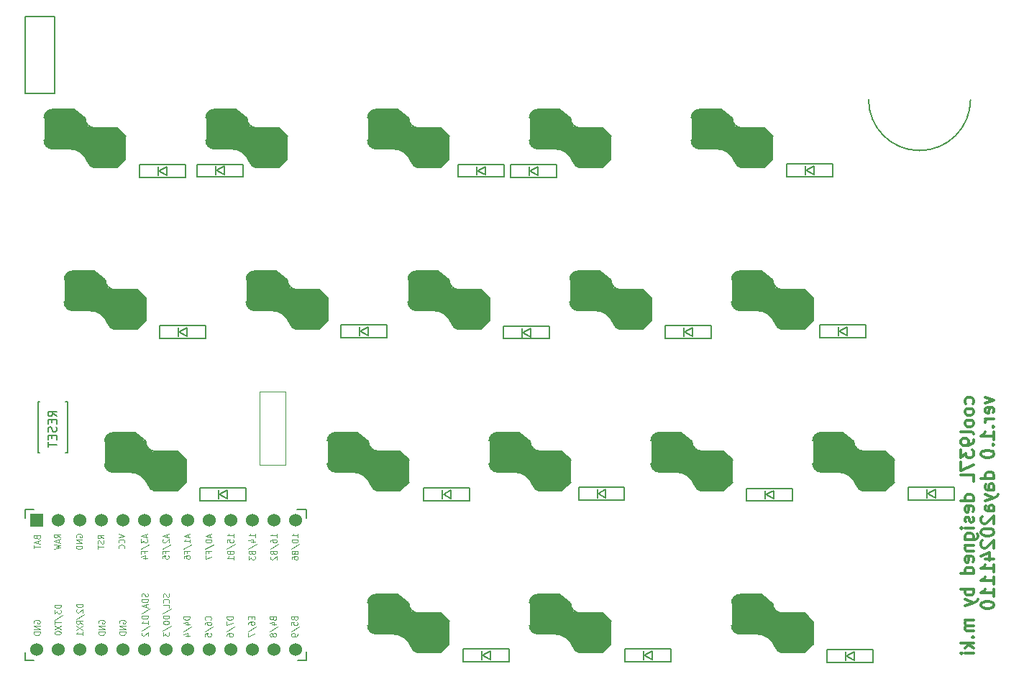
<source format=gbr>
%TF.GenerationSoftware,KiCad,Pcbnew,7.0.8*%
%TF.CreationDate,2024-11-10T08:48:31+09:00*%
%TF.ProjectId,cool937,636f6f6c-3933-4372-9e6b-696361645f70,rev?*%
%TF.SameCoordinates,Original*%
%TF.FileFunction,Legend,Bot*%
%TF.FilePolarity,Positive*%
%FSLAX46Y46*%
G04 Gerber Fmt 4.6, Leading zero omitted, Abs format (unit mm)*
G04 Created by KiCad (PCBNEW 7.0.8) date 2024-11-10 08:48:31*
%MOMM*%
%LPD*%
G01*
G04 APERTURE LIST*
%ADD10C,0.300000*%
%ADD11C,0.150000*%
%ADD12C,0.125000*%
%ADD13C,0.120000*%
%ADD14C,1.524000*%
%ADD15R,1.524000X1.524000*%
G04 APERTURE END LIST*
D10*
X158264400Y-133427368D02*
X158335828Y-133284510D01*
X158335828Y-133284510D02*
X158335828Y-132998796D01*
X158335828Y-132998796D02*
X158264400Y-132855939D01*
X158264400Y-132855939D02*
X158192971Y-132784510D01*
X158192971Y-132784510D02*
X158050114Y-132713082D01*
X158050114Y-132713082D02*
X157621542Y-132713082D01*
X157621542Y-132713082D02*
X157478685Y-132784510D01*
X157478685Y-132784510D02*
X157407257Y-132855939D01*
X157407257Y-132855939D02*
X157335828Y-132998796D01*
X157335828Y-132998796D02*
X157335828Y-133284510D01*
X157335828Y-133284510D02*
X157407257Y-133427368D01*
X158335828Y-134284510D02*
X158264400Y-134141653D01*
X158264400Y-134141653D02*
X158192971Y-134070224D01*
X158192971Y-134070224D02*
X158050114Y-133998796D01*
X158050114Y-133998796D02*
X157621542Y-133998796D01*
X157621542Y-133998796D02*
X157478685Y-134070224D01*
X157478685Y-134070224D02*
X157407257Y-134141653D01*
X157407257Y-134141653D02*
X157335828Y-134284510D01*
X157335828Y-134284510D02*
X157335828Y-134498796D01*
X157335828Y-134498796D02*
X157407257Y-134641653D01*
X157407257Y-134641653D02*
X157478685Y-134713082D01*
X157478685Y-134713082D02*
X157621542Y-134784510D01*
X157621542Y-134784510D02*
X158050114Y-134784510D01*
X158050114Y-134784510D02*
X158192971Y-134713082D01*
X158192971Y-134713082D02*
X158264400Y-134641653D01*
X158264400Y-134641653D02*
X158335828Y-134498796D01*
X158335828Y-134498796D02*
X158335828Y-134284510D01*
X158335828Y-135641653D02*
X158264400Y-135498796D01*
X158264400Y-135498796D02*
X158192971Y-135427367D01*
X158192971Y-135427367D02*
X158050114Y-135355939D01*
X158050114Y-135355939D02*
X157621542Y-135355939D01*
X157621542Y-135355939D02*
X157478685Y-135427367D01*
X157478685Y-135427367D02*
X157407257Y-135498796D01*
X157407257Y-135498796D02*
X157335828Y-135641653D01*
X157335828Y-135641653D02*
X157335828Y-135855939D01*
X157335828Y-135855939D02*
X157407257Y-135998796D01*
X157407257Y-135998796D02*
X157478685Y-136070225D01*
X157478685Y-136070225D02*
X157621542Y-136141653D01*
X157621542Y-136141653D02*
X158050114Y-136141653D01*
X158050114Y-136141653D02*
X158192971Y-136070225D01*
X158192971Y-136070225D02*
X158264400Y-135998796D01*
X158264400Y-135998796D02*
X158335828Y-135855939D01*
X158335828Y-135855939D02*
X158335828Y-135641653D01*
X158335828Y-136998796D02*
X158264400Y-136855939D01*
X158264400Y-136855939D02*
X158121542Y-136784510D01*
X158121542Y-136784510D02*
X156835828Y-136784510D01*
X158335828Y-137641653D02*
X158335828Y-137927367D01*
X158335828Y-137927367D02*
X158264400Y-138070224D01*
X158264400Y-138070224D02*
X158192971Y-138141653D01*
X158192971Y-138141653D02*
X157978685Y-138284510D01*
X157978685Y-138284510D02*
X157692971Y-138355939D01*
X157692971Y-138355939D02*
X157121542Y-138355939D01*
X157121542Y-138355939D02*
X156978685Y-138284510D01*
X156978685Y-138284510D02*
X156907257Y-138213082D01*
X156907257Y-138213082D02*
X156835828Y-138070224D01*
X156835828Y-138070224D02*
X156835828Y-137784510D01*
X156835828Y-137784510D02*
X156907257Y-137641653D01*
X156907257Y-137641653D02*
X156978685Y-137570224D01*
X156978685Y-137570224D02*
X157121542Y-137498796D01*
X157121542Y-137498796D02*
X157478685Y-137498796D01*
X157478685Y-137498796D02*
X157621542Y-137570224D01*
X157621542Y-137570224D02*
X157692971Y-137641653D01*
X157692971Y-137641653D02*
X157764400Y-137784510D01*
X157764400Y-137784510D02*
X157764400Y-138070224D01*
X157764400Y-138070224D02*
X157692971Y-138213082D01*
X157692971Y-138213082D02*
X157621542Y-138284510D01*
X157621542Y-138284510D02*
X157478685Y-138355939D01*
X156835828Y-138855938D02*
X156835828Y-139784510D01*
X156835828Y-139784510D02*
X157407257Y-139284510D01*
X157407257Y-139284510D02*
X157407257Y-139498795D01*
X157407257Y-139498795D02*
X157478685Y-139641653D01*
X157478685Y-139641653D02*
X157550114Y-139713081D01*
X157550114Y-139713081D02*
X157692971Y-139784510D01*
X157692971Y-139784510D02*
X158050114Y-139784510D01*
X158050114Y-139784510D02*
X158192971Y-139713081D01*
X158192971Y-139713081D02*
X158264400Y-139641653D01*
X158264400Y-139641653D02*
X158335828Y-139498795D01*
X158335828Y-139498795D02*
X158335828Y-139070224D01*
X158335828Y-139070224D02*
X158264400Y-138927367D01*
X158264400Y-138927367D02*
X158192971Y-138855938D01*
X156835828Y-140284509D02*
X156835828Y-141284509D01*
X156835828Y-141284509D02*
X158335828Y-140641652D01*
X158335828Y-142570223D02*
X158335828Y-141855937D01*
X158335828Y-141855937D02*
X156835828Y-141855937D01*
X158335828Y-144855938D02*
X156835828Y-144855938D01*
X158264400Y-144855938D02*
X158335828Y-144713080D01*
X158335828Y-144713080D02*
X158335828Y-144427366D01*
X158335828Y-144427366D02*
X158264400Y-144284509D01*
X158264400Y-144284509D02*
X158192971Y-144213080D01*
X158192971Y-144213080D02*
X158050114Y-144141652D01*
X158050114Y-144141652D02*
X157621542Y-144141652D01*
X157621542Y-144141652D02*
X157478685Y-144213080D01*
X157478685Y-144213080D02*
X157407257Y-144284509D01*
X157407257Y-144284509D02*
X157335828Y-144427366D01*
X157335828Y-144427366D02*
X157335828Y-144713080D01*
X157335828Y-144713080D02*
X157407257Y-144855938D01*
X158264400Y-146141652D02*
X158335828Y-145998795D01*
X158335828Y-145998795D02*
X158335828Y-145713081D01*
X158335828Y-145713081D02*
X158264400Y-145570223D01*
X158264400Y-145570223D02*
X158121542Y-145498795D01*
X158121542Y-145498795D02*
X157550114Y-145498795D01*
X157550114Y-145498795D02*
X157407257Y-145570223D01*
X157407257Y-145570223D02*
X157335828Y-145713081D01*
X157335828Y-145713081D02*
X157335828Y-145998795D01*
X157335828Y-145998795D02*
X157407257Y-146141652D01*
X157407257Y-146141652D02*
X157550114Y-146213081D01*
X157550114Y-146213081D02*
X157692971Y-146213081D01*
X157692971Y-146213081D02*
X157835828Y-145498795D01*
X158264400Y-146784509D02*
X158335828Y-146927366D01*
X158335828Y-146927366D02*
X158335828Y-147213080D01*
X158335828Y-147213080D02*
X158264400Y-147355937D01*
X158264400Y-147355937D02*
X158121542Y-147427366D01*
X158121542Y-147427366D02*
X158050114Y-147427366D01*
X158050114Y-147427366D02*
X157907257Y-147355937D01*
X157907257Y-147355937D02*
X157835828Y-147213080D01*
X157835828Y-147213080D02*
X157835828Y-146998795D01*
X157835828Y-146998795D02*
X157764400Y-146855937D01*
X157764400Y-146855937D02*
X157621542Y-146784509D01*
X157621542Y-146784509D02*
X157550114Y-146784509D01*
X157550114Y-146784509D02*
X157407257Y-146855937D01*
X157407257Y-146855937D02*
X157335828Y-146998795D01*
X157335828Y-146998795D02*
X157335828Y-147213080D01*
X157335828Y-147213080D02*
X157407257Y-147355937D01*
X158335828Y-148070223D02*
X157335828Y-148070223D01*
X156835828Y-148070223D02*
X156907257Y-147998795D01*
X156907257Y-147998795D02*
X156978685Y-148070223D01*
X156978685Y-148070223D02*
X156907257Y-148141652D01*
X156907257Y-148141652D02*
X156835828Y-148070223D01*
X156835828Y-148070223D02*
X156978685Y-148070223D01*
X157335828Y-149427367D02*
X158550114Y-149427367D01*
X158550114Y-149427367D02*
X158692971Y-149355938D01*
X158692971Y-149355938D02*
X158764400Y-149284509D01*
X158764400Y-149284509D02*
X158835828Y-149141652D01*
X158835828Y-149141652D02*
X158835828Y-148927367D01*
X158835828Y-148927367D02*
X158764400Y-148784509D01*
X158264400Y-149427367D02*
X158335828Y-149284509D01*
X158335828Y-149284509D02*
X158335828Y-148998795D01*
X158335828Y-148998795D02*
X158264400Y-148855938D01*
X158264400Y-148855938D02*
X158192971Y-148784509D01*
X158192971Y-148784509D02*
X158050114Y-148713081D01*
X158050114Y-148713081D02*
X157621542Y-148713081D01*
X157621542Y-148713081D02*
X157478685Y-148784509D01*
X157478685Y-148784509D02*
X157407257Y-148855938D01*
X157407257Y-148855938D02*
X157335828Y-148998795D01*
X157335828Y-148998795D02*
X157335828Y-149284509D01*
X157335828Y-149284509D02*
X157407257Y-149427367D01*
X157335828Y-150141652D02*
X158335828Y-150141652D01*
X157478685Y-150141652D02*
X157407257Y-150213081D01*
X157407257Y-150213081D02*
X157335828Y-150355938D01*
X157335828Y-150355938D02*
X157335828Y-150570224D01*
X157335828Y-150570224D02*
X157407257Y-150713081D01*
X157407257Y-150713081D02*
X157550114Y-150784510D01*
X157550114Y-150784510D02*
X158335828Y-150784510D01*
X158264400Y-152070224D02*
X158335828Y-151927367D01*
X158335828Y-151927367D02*
X158335828Y-151641653D01*
X158335828Y-151641653D02*
X158264400Y-151498795D01*
X158264400Y-151498795D02*
X158121542Y-151427367D01*
X158121542Y-151427367D02*
X157550114Y-151427367D01*
X157550114Y-151427367D02*
X157407257Y-151498795D01*
X157407257Y-151498795D02*
X157335828Y-151641653D01*
X157335828Y-151641653D02*
X157335828Y-151927367D01*
X157335828Y-151927367D02*
X157407257Y-152070224D01*
X157407257Y-152070224D02*
X157550114Y-152141653D01*
X157550114Y-152141653D02*
X157692971Y-152141653D01*
X157692971Y-152141653D02*
X157835828Y-151427367D01*
X158335828Y-153427367D02*
X156835828Y-153427367D01*
X158264400Y-153427367D02*
X158335828Y-153284509D01*
X158335828Y-153284509D02*
X158335828Y-152998795D01*
X158335828Y-152998795D02*
X158264400Y-152855938D01*
X158264400Y-152855938D02*
X158192971Y-152784509D01*
X158192971Y-152784509D02*
X158050114Y-152713081D01*
X158050114Y-152713081D02*
X157621542Y-152713081D01*
X157621542Y-152713081D02*
X157478685Y-152784509D01*
X157478685Y-152784509D02*
X157407257Y-152855938D01*
X157407257Y-152855938D02*
X157335828Y-152998795D01*
X157335828Y-152998795D02*
X157335828Y-153284509D01*
X157335828Y-153284509D02*
X157407257Y-153427367D01*
X158335828Y-155284509D02*
X156835828Y-155284509D01*
X157407257Y-155284509D02*
X157335828Y-155427367D01*
X157335828Y-155427367D02*
X157335828Y-155713081D01*
X157335828Y-155713081D02*
X157407257Y-155855938D01*
X157407257Y-155855938D02*
X157478685Y-155927367D01*
X157478685Y-155927367D02*
X157621542Y-155998795D01*
X157621542Y-155998795D02*
X158050114Y-155998795D01*
X158050114Y-155998795D02*
X158192971Y-155927367D01*
X158192971Y-155927367D02*
X158264400Y-155855938D01*
X158264400Y-155855938D02*
X158335828Y-155713081D01*
X158335828Y-155713081D02*
X158335828Y-155427367D01*
X158335828Y-155427367D02*
X158264400Y-155284509D01*
X157335828Y-156498795D02*
X158335828Y-156855938D01*
X157335828Y-157213081D02*
X158335828Y-156855938D01*
X158335828Y-156855938D02*
X158692971Y-156713081D01*
X158692971Y-156713081D02*
X158764400Y-156641652D01*
X158764400Y-156641652D02*
X158835828Y-156498795D01*
X158335828Y-158927366D02*
X157335828Y-158927366D01*
X157478685Y-158927366D02*
X157407257Y-158998795D01*
X157407257Y-158998795D02*
X157335828Y-159141652D01*
X157335828Y-159141652D02*
X157335828Y-159355938D01*
X157335828Y-159355938D02*
X157407257Y-159498795D01*
X157407257Y-159498795D02*
X157550114Y-159570224D01*
X157550114Y-159570224D02*
X158335828Y-159570224D01*
X157550114Y-159570224D02*
X157407257Y-159641652D01*
X157407257Y-159641652D02*
X157335828Y-159784509D01*
X157335828Y-159784509D02*
X157335828Y-159998795D01*
X157335828Y-159998795D02*
X157407257Y-160141652D01*
X157407257Y-160141652D02*
X157550114Y-160213081D01*
X157550114Y-160213081D02*
X158335828Y-160213081D01*
X158192971Y-160927366D02*
X158264400Y-160998795D01*
X158264400Y-160998795D02*
X158335828Y-160927366D01*
X158335828Y-160927366D02*
X158264400Y-160855938D01*
X158264400Y-160855938D02*
X158192971Y-160927366D01*
X158192971Y-160927366D02*
X158335828Y-160927366D01*
X158335828Y-161641652D02*
X156835828Y-161641652D01*
X157764400Y-161784510D02*
X158335828Y-162213081D01*
X157335828Y-162213081D02*
X157907257Y-161641652D01*
X158335828Y-162855938D02*
X157335828Y-162855938D01*
X156835828Y-162855938D02*
X156907257Y-162784510D01*
X156907257Y-162784510D02*
X156978685Y-162855938D01*
X156978685Y-162855938D02*
X156907257Y-162927367D01*
X156907257Y-162927367D02*
X156835828Y-162855938D01*
X156835828Y-162855938D02*
X156978685Y-162855938D01*
X159750828Y-132641653D02*
X160750828Y-132998796D01*
X160750828Y-132998796D02*
X159750828Y-133355939D01*
X160679400Y-134498796D02*
X160750828Y-134355939D01*
X160750828Y-134355939D02*
X160750828Y-134070225D01*
X160750828Y-134070225D02*
X160679400Y-133927367D01*
X160679400Y-133927367D02*
X160536542Y-133855939D01*
X160536542Y-133855939D02*
X159965114Y-133855939D01*
X159965114Y-133855939D02*
X159822257Y-133927367D01*
X159822257Y-133927367D02*
X159750828Y-134070225D01*
X159750828Y-134070225D02*
X159750828Y-134355939D01*
X159750828Y-134355939D02*
X159822257Y-134498796D01*
X159822257Y-134498796D02*
X159965114Y-134570225D01*
X159965114Y-134570225D02*
X160107971Y-134570225D01*
X160107971Y-134570225D02*
X160250828Y-133855939D01*
X160750828Y-135213081D02*
X159750828Y-135213081D01*
X160036542Y-135213081D02*
X159893685Y-135284510D01*
X159893685Y-135284510D02*
X159822257Y-135355939D01*
X159822257Y-135355939D02*
X159750828Y-135498796D01*
X159750828Y-135498796D02*
X159750828Y-135641653D01*
X160607971Y-136141652D02*
X160679400Y-136213081D01*
X160679400Y-136213081D02*
X160750828Y-136141652D01*
X160750828Y-136141652D02*
X160679400Y-136070224D01*
X160679400Y-136070224D02*
X160607971Y-136141652D01*
X160607971Y-136141652D02*
X160750828Y-136141652D01*
X160750828Y-137641653D02*
X160750828Y-136784510D01*
X160750828Y-137213081D02*
X159250828Y-137213081D01*
X159250828Y-137213081D02*
X159465114Y-137070224D01*
X159465114Y-137070224D02*
X159607971Y-136927367D01*
X159607971Y-136927367D02*
X159679400Y-136784510D01*
X160607971Y-138284509D02*
X160679400Y-138355938D01*
X160679400Y-138355938D02*
X160750828Y-138284509D01*
X160750828Y-138284509D02*
X160679400Y-138213081D01*
X160679400Y-138213081D02*
X160607971Y-138284509D01*
X160607971Y-138284509D02*
X160750828Y-138284509D01*
X159250828Y-139284510D02*
X159250828Y-139427367D01*
X159250828Y-139427367D02*
X159322257Y-139570224D01*
X159322257Y-139570224D02*
X159393685Y-139641653D01*
X159393685Y-139641653D02*
X159536542Y-139713081D01*
X159536542Y-139713081D02*
X159822257Y-139784510D01*
X159822257Y-139784510D02*
X160179400Y-139784510D01*
X160179400Y-139784510D02*
X160465114Y-139713081D01*
X160465114Y-139713081D02*
X160607971Y-139641653D01*
X160607971Y-139641653D02*
X160679400Y-139570224D01*
X160679400Y-139570224D02*
X160750828Y-139427367D01*
X160750828Y-139427367D02*
X160750828Y-139284510D01*
X160750828Y-139284510D02*
X160679400Y-139141653D01*
X160679400Y-139141653D02*
X160607971Y-139070224D01*
X160607971Y-139070224D02*
X160465114Y-138998795D01*
X160465114Y-138998795D02*
X160179400Y-138927367D01*
X160179400Y-138927367D02*
X159822257Y-138927367D01*
X159822257Y-138927367D02*
X159536542Y-138998795D01*
X159536542Y-138998795D02*
X159393685Y-139070224D01*
X159393685Y-139070224D02*
X159322257Y-139141653D01*
X159322257Y-139141653D02*
X159250828Y-139284510D01*
X160750828Y-142213081D02*
X159250828Y-142213081D01*
X160679400Y-142213081D02*
X160750828Y-142070223D01*
X160750828Y-142070223D02*
X160750828Y-141784509D01*
X160750828Y-141784509D02*
X160679400Y-141641652D01*
X160679400Y-141641652D02*
X160607971Y-141570223D01*
X160607971Y-141570223D02*
X160465114Y-141498795D01*
X160465114Y-141498795D02*
X160036542Y-141498795D01*
X160036542Y-141498795D02*
X159893685Y-141570223D01*
X159893685Y-141570223D02*
X159822257Y-141641652D01*
X159822257Y-141641652D02*
X159750828Y-141784509D01*
X159750828Y-141784509D02*
X159750828Y-142070223D01*
X159750828Y-142070223D02*
X159822257Y-142213081D01*
X160750828Y-143570224D02*
X159965114Y-143570224D01*
X159965114Y-143570224D02*
X159822257Y-143498795D01*
X159822257Y-143498795D02*
X159750828Y-143355938D01*
X159750828Y-143355938D02*
X159750828Y-143070224D01*
X159750828Y-143070224D02*
X159822257Y-142927366D01*
X160679400Y-143570224D02*
X160750828Y-143427366D01*
X160750828Y-143427366D02*
X160750828Y-143070224D01*
X160750828Y-143070224D02*
X160679400Y-142927366D01*
X160679400Y-142927366D02*
X160536542Y-142855938D01*
X160536542Y-142855938D02*
X160393685Y-142855938D01*
X160393685Y-142855938D02*
X160250828Y-142927366D01*
X160250828Y-142927366D02*
X160179400Y-143070224D01*
X160179400Y-143070224D02*
X160179400Y-143427366D01*
X160179400Y-143427366D02*
X160107971Y-143570224D01*
X159750828Y-144141652D02*
X160750828Y-144498795D01*
X159750828Y-144855938D02*
X160750828Y-144498795D01*
X160750828Y-144498795D02*
X161107971Y-144355938D01*
X161107971Y-144355938D02*
X161179400Y-144284509D01*
X161179400Y-144284509D02*
X161250828Y-144141652D01*
X160750828Y-146070224D02*
X159965114Y-146070224D01*
X159965114Y-146070224D02*
X159822257Y-145998795D01*
X159822257Y-145998795D02*
X159750828Y-145855938D01*
X159750828Y-145855938D02*
X159750828Y-145570224D01*
X159750828Y-145570224D02*
X159822257Y-145427366D01*
X160679400Y-146070224D02*
X160750828Y-145927366D01*
X160750828Y-145927366D02*
X160750828Y-145570224D01*
X160750828Y-145570224D02*
X160679400Y-145427366D01*
X160679400Y-145427366D02*
X160536542Y-145355938D01*
X160536542Y-145355938D02*
X160393685Y-145355938D01*
X160393685Y-145355938D02*
X160250828Y-145427366D01*
X160250828Y-145427366D02*
X160179400Y-145570224D01*
X160179400Y-145570224D02*
X160179400Y-145927366D01*
X160179400Y-145927366D02*
X160107971Y-146070224D01*
X159393685Y-146713081D02*
X159322257Y-146784509D01*
X159322257Y-146784509D02*
X159250828Y-146927367D01*
X159250828Y-146927367D02*
X159250828Y-147284509D01*
X159250828Y-147284509D02*
X159322257Y-147427367D01*
X159322257Y-147427367D02*
X159393685Y-147498795D01*
X159393685Y-147498795D02*
X159536542Y-147570224D01*
X159536542Y-147570224D02*
X159679400Y-147570224D01*
X159679400Y-147570224D02*
X159893685Y-147498795D01*
X159893685Y-147498795D02*
X160750828Y-146641652D01*
X160750828Y-146641652D02*
X160750828Y-147570224D01*
X159250828Y-148498795D02*
X159250828Y-148641652D01*
X159250828Y-148641652D02*
X159322257Y-148784509D01*
X159322257Y-148784509D02*
X159393685Y-148855938D01*
X159393685Y-148855938D02*
X159536542Y-148927366D01*
X159536542Y-148927366D02*
X159822257Y-148998795D01*
X159822257Y-148998795D02*
X160179400Y-148998795D01*
X160179400Y-148998795D02*
X160465114Y-148927366D01*
X160465114Y-148927366D02*
X160607971Y-148855938D01*
X160607971Y-148855938D02*
X160679400Y-148784509D01*
X160679400Y-148784509D02*
X160750828Y-148641652D01*
X160750828Y-148641652D02*
X160750828Y-148498795D01*
X160750828Y-148498795D02*
X160679400Y-148355938D01*
X160679400Y-148355938D02*
X160607971Y-148284509D01*
X160607971Y-148284509D02*
X160465114Y-148213080D01*
X160465114Y-148213080D02*
X160179400Y-148141652D01*
X160179400Y-148141652D02*
X159822257Y-148141652D01*
X159822257Y-148141652D02*
X159536542Y-148213080D01*
X159536542Y-148213080D02*
X159393685Y-148284509D01*
X159393685Y-148284509D02*
X159322257Y-148355938D01*
X159322257Y-148355938D02*
X159250828Y-148498795D01*
X159393685Y-149570223D02*
X159322257Y-149641651D01*
X159322257Y-149641651D02*
X159250828Y-149784509D01*
X159250828Y-149784509D02*
X159250828Y-150141651D01*
X159250828Y-150141651D02*
X159322257Y-150284509D01*
X159322257Y-150284509D02*
X159393685Y-150355937D01*
X159393685Y-150355937D02*
X159536542Y-150427366D01*
X159536542Y-150427366D02*
X159679400Y-150427366D01*
X159679400Y-150427366D02*
X159893685Y-150355937D01*
X159893685Y-150355937D02*
X160750828Y-149498794D01*
X160750828Y-149498794D02*
X160750828Y-150427366D01*
X159750828Y-151713080D02*
X160750828Y-151713080D01*
X159179400Y-151355937D02*
X160250828Y-150998794D01*
X160250828Y-150998794D02*
X160250828Y-151927365D01*
X160750828Y-153284508D02*
X160750828Y-152427365D01*
X160750828Y-152855936D02*
X159250828Y-152855936D01*
X159250828Y-152855936D02*
X159465114Y-152713079D01*
X159465114Y-152713079D02*
X159607971Y-152570222D01*
X159607971Y-152570222D02*
X159679400Y-152427365D01*
X160750828Y-154713079D02*
X160750828Y-153855936D01*
X160750828Y-154284507D02*
X159250828Y-154284507D01*
X159250828Y-154284507D02*
X159465114Y-154141650D01*
X159465114Y-154141650D02*
X159607971Y-153998793D01*
X159607971Y-153998793D02*
X159679400Y-153855936D01*
X160750828Y-156141650D02*
X160750828Y-155284507D01*
X160750828Y-155713078D02*
X159250828Y-155713078D01*
X159250828Y-155713078D02*
X159465114Y-155570221D01*
X159465114Y-155570221D02*
X159607971Y-155427364D01*
X159607971Y-155427364D02*
X159679400Y-155284507D01*
X159250828Y-157070221D02*
X159250828Y-157213078D01*
X159250828Y-157213078D02*
X159322257Y-157355935D01*
X159322257Y-157355935D02*
X159393685Y-157427364D01*
X159393685Y-157427364D02*
X159536542Y-157498792D01*
X159536542Y-157498792D02*
X159822257Y-157570221D01*
X159822257Y-157570221D02*
X160179400Y-157570221D01*
X160179400Y-157570221D02*
X160465114Y-157498792D01*
X160465114Y-157498792D02*
X160607971Y-157427364D01*
X160607971Y-157427364D02*
X160679400Y-157355935D01*
X160679400Y-157355935D02*
X160750828Y-157213078D01*
X160750828Y-157213078D02*
X160750828Y-157070221D01*
X160750828Y-157070221D02*
X160679400Y-156927364D01*
X160679400Y-156927364D02*
X160607971Y-156855935D01*
X160607971Y-156855935D02*
X160465114Y-156784506D01*
X160465114Y-156784506D02*
X160179400Y-156713078D01*
X160179400Y-156713078D02*
X159822257Y-156713078D01*
X159822257Y-156713078D02*
X159536542Y-156784506D01*
X159536542Y-156784506D02*
X159393685Y-156855935D01*
X159393685Y-156855935D02*
X159322257Y-156927364D01*
X159322257Y-156927364D02*
X159250828Y-157070221D01*
D11*
X50374819Y-134904618D02*
X49898628Y-134571285D01*
X50374819Y-134333190D02*
X49374819Y-134333190D01*
X49374819Y-134333190D02*
X49374819Y-134714142D01*
X49374819Y-134714142D02*
X49422438Y-134809380D01*
X49422438Y-134809380D02*
X49470057Y-134856999D01*
X49470057Y-134856999D02*
X49565295Y-134904618D01*
X49565295Y-134904618D02*
X49708152Y-134904618D01*
X49708152Y-134904618D02*
X49803390Y-134856999D01*
X49803390Y-134856999D02*
X49851009Y-134809380D01*
X49851009Y-134809380D02*
X49898628Y-134714142D01*
X49898628Y-134714142D02*
X49898628Y-134333190D01*
X49851009Y-135333190D02*
X49851009Y-135666523D01*
X50374819Y-135809380D02*
X50374819Y-135333190D01*
X50374819Y-135333190D02*
X49374819Y-135333190D01*
X49374819Y-135333190D02*
X49374819Y-135809380D01*
X50327200Y-136190333D02*
X50374819Y-136333190D01*
X50374819Y-136333190D02*
X50374819Y-136571285D01*
X50374819Y-136571285D02*
X50327200Y-136666523D01*
X50327200Y-136666523D02*
X50279580Y-136714142D01*
X50279580Y-136714142D02*
X50184342Y-136761761D01*
X50184342Y-136761761D02*
X50089104Y-136761761D01*
X50089104Y-136761761D02*
X49993866Y-136714142D01*
X49993866Y-136714142D02*
X49946247Y-136666523D01*
X49946247Y-136666523D02*
X49898628Y-136571285D01*
X49898628Y-136571285D02*
X49851009Y-136380809D01*
X49851009Y-136380809D02*
X49803390Y-136285571D01*
X49803390Y-136285571D02*
X49755771Y-136237952D01*
X49755771Y-136237952D02*
X49660533Y-136190333D01*
X49660533Y-136190333D02*
X49565295Y-136190333D01*
X49565295Y-136190333D02*
X49470057Y-136237952D01*
X49470057Y-136237952D02*
X49422438Y-136285571D01*
X49422438Y-136285571D02*
X49374819Y-136380809D01*
X49374819Y-136380809D02*
X49374819Y-136618904D01*
X49374819Y-136618904D02*
X49422438Y-136761761D01*
X49851009Y-137190333D02*
X49851009Y-137523666D01*
X50374819Y-137666523D02*
X50374819Y-137190333D01*
X50374819Y-137190333D02*
X49374819Y-137190333D01*
X49374819Y-137190333D02*
X49374819Y-137666523D01*
X49374819Y-137952238D02*
X49374819Y-138523666D01*
X50374819Y-138237952D02*
X49374819Y-138237952D01*
D12*
X75865607Y-158727410D02*
X75901321Y-158823124D01*
X75901321Y-158823124D02*
X75937035Y-158855029D01*
X75937035Y-158855029D02*
X76008464Y-158886933D01*
X76008464Y-158886933D02*
X76115607Y-158886933D01*
X76115607Y-158886933D02*
X76187035Y-158855029D01*
X76187035Y-158855029D02*
X76222750Y-158823124D01*
X76222750Y-158823124D02*
X76258464Y-158759314D01*
X76258464Y-158759314D02*
X76258464Y-158504076D01*
X76258464Y-158504076D02*
X75508464Y-158504076D01*
X75508464Y-158504076D02*
X75508464Y-158727410D01*
X75508464Y-158727410D02*
X75544178Y-158791219D01*
X75544178Y-158791219D02*
X75579892Y-158823124D01*
X75579892Y-158823124D02*
X75651321Y-158855029D01*
X75651321Y-158855029D02*
X75722750Y-158855029D01*
X75722750Y-158855029D02*
X75794178Y-158823124D01*
X75794178Y-158823124D02*
X75829892Y-158791219D01*
X75829892Y-158791219D02*
X75865607Y-158727410D01*
X75865607Y-158727410D02*
X75865607Y-158504076D01*
X75758464Y-159461219D02*
X76258464Y-159461219D01*
X75472750Y-159301695D02*
X76008464Y-159142172D01*
X76008464Y-159142172D02*
X76008464Y-159556933D01*
X75472750Y-160290743D02*
X76437035Y-159716457D01*
X75829892Y-160609791D02*
X75794178Y-160545981D01*
X75794178Y-160545981D02*
X75758464Y-160514076D01*
X75758464Y-160514076D02*
X75687035Y-160482172D01*
X75687035Y-160482172D02*
X75651321Y-160482172D01*
X75651321Y-160482172D02*
X75579892Y-160514076D01*
X75579892Y-160514076D02*
X75544178Y-160545981D01*
X75544178Y-160545981D02*
X75508464Y-160609791D01*
X75508464Y-160609791D02*
X75508464Y-160737410D01*
X75508464Y-160737410D02*
X75544178Y-160801219D01*
X75544178Y-160801219D02*
X75579892Y-160833124D01*
X75579892Y-160833124D02*
X75651321Y-160865029D01*
X75651321Y-160865029D02*
X75687035Y-160865029D01*
X75687035Y-160865029D02*
X75758464Y-160833124D01*
X75758464Y-160833124D02*
X75794178Y-160801219D01*
X75794178Y-160801219D02*
X75829892Y-160737410D01*
X75829892Y-160737410D02*
X75829892Y-160609791D01*
X75829892Y-160609791D02*
X75865607Y-160545981D01*
X75865607Y-160545981D02*
X75901321Y-160514076D01*
X75901321Y-160514076D02*
X75972750Y-160482172D01*
X75972750Y-160482172D02*
X76115607Y-160482172D01*
X76115607Y-160482172D02*
X76187035Y-160514076D01*
X76187035Y-160514076D02*
X76222750Y-160545981D01*
X76222750Y-160545981D02*
X76258464Y-160609791D01*
X76258464Y-160609791D02*
X76258464Y-160737410D01*
X76258464Y-160737410D02*
X76222750Y-160801219D01*
X76222750Y-160801219D02*
X76187035Y-160833124D01*
X76187035Y-160833124D02*
X76115607Y-160865029D01*
X76115607Y-160865029D02*
X75972750Y-160865029D01*
X75972750Y-160865029D02*
X75901321Y-160833124D01*
X75901321Y-160833124D02*
X75865607Y-160801219D01*
X75865607Y-160801219D02*
X75829892Y-160737410D01*
X57794178Y-159293124D02*
X57758464Y-159229314D01*
X57758464Y-159229314D02*
X57758464Y-159133600D01*
X57758464Y-159133600D02*
X57794178Y-159037886D01*
X57794178Y-159037886D02*
X57865607Y-158974076D01*
X57865607Y-158974076D02*
X57937035Y-158942171D01*
X57937035Y-158942171D02*
X58079892Y-158910267D01*
X58079892Y-158910267D02*
X58187035Y-158910267D01*
X58187035Y-158910267D02*
X58329892Y-158942171D01*
X58329892Y-158942171D02*
X58401321Y-158974076D01*
X58401321Y-158974076D02*
X58472750Y-159037886D01*
X58472750Y-159037886D02*
X58508464Y-159133600D01*
X58508464Y-159133600D02*
X58508464Y-159197409D01*
X58508464Y-159197409D02*
X58472750Y-159293124D01*
X58472750Y-159293124D02*
X58437035Y-159325028D01*
X58437035Y-159325028D02*
X58187035Y-159325028D01*
X58187035Y-159325028D02*
X58187035Y-159197409D01*
X58508464Y-159612171D02*
X57758464Y-159612171D01*
X57758464Y-159612171D02*
X58508464Y-159995028D01*
X58508464Y-159995028D02*
X57758464Y-159995028D01*
X58508464Y-160314076D02*
X57758464Y-160314076D01*
X57758464Y-160314076D02*
X57758464Y-160473600D01*
X57758464Y-160473600D02*
X57794178Y-160569314D01*
X57794178Y-160569314D02*
X57865607Y-160633124D01*
X57865607Y-160633124D02*
X57937035Y-160665029D01*
X57937035Y-160665029D02*
X58079892Y-160696933D01*
X58079892Y-160696933D02*
X58187035Y-160696933D01*
X58187035Y-160696933D02*
X58329892Y-160665029D01*
X58329892Y-160665029D02*
X58401321Y-160633124D01*
X58401321Y-160633124D02*
X58472750Y-160569314D01*
X58472750Y-160569314D02*
X58508464Y-160473600D01*
X58508464Y-160473600D02*
X58508464Y-160314076D01*
X55344178Y-159293124D02*
X55308464Y-159229314D01*
X55308464Y-159229314D02*
X55308464Y-159133600D01*
X55308464Y-159133600D02*
X55344178Y-159037886D01*
X55344178Y-159037886D02*
X55415607Y-158974076D01*
X55415607Y-158974076D02*
X55487035Y-158942171D01*
X55487035Y-158942171D02*
X55629892Y-158910267D01*
X55629892Y-158910267D02*
X55737035Y-158910267D01*
X55737035Y-158910267D02*
X55879892Y-158942171D01*
X55879892Y-158942171D02*
X55951321Y-158974076D01*
X55951321Y-158974076D02*
X56022750Y-159037886D01*
X56022750Y-159037886D02*
X56058464Y-159133600D01*
X56058464Y-159133600D02*
X56058464Y-159197409D01*
X56058464Y-159197409D02*
X56022750Y-159293124D01*
X56022750Y-159293124D02*
X55987035Y-159325028D01*
X55987035Y-159325028D02*
X55737035Y-159325028D01*
X55737035Y-159325028D02*
X55737035Y-159197409D01*
X56058464Y-159612171D02*
X55308464Y-159612171D01*
X55308464Y-159612171D02*
X56058464Y-159995028D01*
X56058464Y-159995028D02*
X55308464Y-159995028D01*
X56058464Y-160314076D02*
X55308464Y-160314076D01*
X55308464Y-160314076D02*
X55308464Y-160473600D01*
X55308464Y-160473600D02*
X55344178Y-160569314D01*
X55344178Y-160569314D02*
X55415607Y-160633124D01*
X55415607Y-160633124D02*
X55487035Y-160665029D01*
X55487035Y-160665029D02*
X55629892Y-160696933D01*
X55629892Y-160696933D02*
X55737035Y-160696933D01*
X55737035Y-160696933D02*
X55879892Y-160665029D01*
X55879892Y-160665029D02*
X55951321Y-160633124D01*
X55951321Y-160633124D02*
X56022750Y-160569314D01*
X56022750Y-160569314D02*
X56058464Y-160473600D01*
X56058464Y-160473600D02*
X56058464Y-160314076D01*
X68444178Y-148847886D02*
X68444178Y-149166933D01*
X68658464Y-148784076D02*
X67908464Y-149007409D01*
X67908464Y-149007409D02*
X68658464Y-149230743D01*
X67908464Y-149581695D02*
X67908464Y-149645505D01*
X67908464Y-149645505D02*
X67944178Y-149709314D01*
X67944178Y-149709314D02*
X67979892Y-149741219D01*
X67979892Y-149741219D02*
X68051321Y-149773124D01*
X68051321Y-149773124D02*
X68194178Y-149805029D01*
X68194178Y-149805029D02*
X68372750Y-149805029D01*
X68372750Y-149805029D02*
X68515607Y-149773124D01*
X68515607Y-149773124D02*
X68587035Y-149741219D01*
X68587035Y-149741219D02*
X68622750Y-149709314D01*
X68622750Y-149709314D02*
X68658464Y-149645505D01*
X68658464Y-149645505D02*
X68658464Y-149581695D01*
X68658464Y-149581695D02*
X68622750Y-149517886D01*
X68622750Y-149517886D02*
X68587035Y-149485981D01*
X68587035Y-149485981D02*
X68515607Y-149454076D01*
X68515607Y-149454076D02*
X68372750Y-149422172D01*
X68372750Y-149422172D02*
X68194178Y-149422172D01*
X68194178Y-149422172D02*
X68051321Y-149454076D01*
X68051321Y-149454076D02*
X67979892Y-149485981D01*
X67979892Y-149485981D02*
X67944178Y-149517886D01*
X67944178Y-149517886D02*
X67908464Y-149581695D01*
X67872750Y-150570743D02*
X68837035Y-149996457D01*
X68265607Y-151017410D02*
X68265607Y-150794076D01*
X68658464Y-150794076D02*
X67908464Y-150794076D01*
X67908464Y-150794076D02*
X67908464Y-151113124D01*
X67908464Y-151304553D02*
X67908464Y-151751219D01*
X67908464Y-151751219D02*
X68658464Y-151464077D01*
X63394178Y-148847886D02*
X63394178Y-149166933D01*
X63608464Y-148784076D02*
X62858464Y-149007409D01*
X62858464Y-149007409D02*
X63608464Y-149230743D01*
X62929892Y-149422172D02*
X62894178Y-149454076D01*
X62894178Y-149454076D02*
X62858464Y-149517886D01*
X62858464Y-149517886D02*
X62858464Y-149677410D01*
X62858464Y-149677410D02*
X62894178Y-149741219D01*
X62894178Y-149741219D02*
X62929892Y-149773124D01*
X62929892Y-149773124D02*
X63001321Y-149805029D01*
X63001321Y-149805029D02*
X63072750Y-149805029D01*
X63072750Y-149805029D02*
X63179892Y-149773124D01*
X63179892Y-149773124D02*
X63608464Y-149390267D01*
X63608464Y-149390267D02*
X63608464Y-149805029D01*
X62822750Y-150570743D02*
X63787035Y-149996457D01*
X63215607Y-151017410D02*
X63215607Y-150794076D01*
X63608464Y-150794076D02*
X62858464Y-150794076D01*
X62858464Y-150794076D02*
X62858464Y-151113124D01*
X62858464Y-151687410D02*
X62858464Y-151368362D01*
X62858464Y-151368362D02*
X63215607Y-151336458D01*
X63215607Y-151336458D02*
X63179892Y-151368362D01*
X63179892Y-151368362D02*
X63144178Y-151432172D01*
X63144178Y-151432172D02*
X63144178Y-151591696D01*
X63144178Y-151591696D02*
X63179892Y-151655505D01*
X63179892Y-151655505D02*
X63215607Y-151687410D01*
X63215607Y-151687410D02*
X63287035Y-151719315D01*
X63287035Y-151719315D02*
X63465607Y-151719315D01*
X63465607Y-151719315D02*
X63537035Y-151687410D01*
X63537035Y-151687410D02*
X63572750Y-151655505D01*
X63572750Y-151655505D02*
X63608464Y-151591696D01*
X63608464Y-151591696D02*
X63608464Y-151432172D01*
X63608464Y-151432172D02*
X63572750Y-151368362D01*
X63572750Y-151368362D02*
X63537035Y-151336458D01*
X53458464Y-157030028D02*
X52708464Y-157030028D01*
X52708464Y-157030028D02*
X52708464Y-157189552D01*
X52708464Y-157189552D02*
X52744178Y-157285266D01*
X52744178Y-157285266D02*
X52815607Y-157349076D01*
X52815607Y-157349076D02*
X52887035Y-157380981D01*
X52887035Y-157380981D02*
X53029892Y-157412885D01*
X53029892Y-157412885D02*
X53137035Y-157412885D01*
X53137035Y-157412885D02*
X53279892Y-157380981D01*
X53279892Y-157380981D02*
X53351321Y-157349076D01*
X53351321Y-157349076D02*
X53422750Y-157285266D01*
X53422750Y-157285266D02*
X53458464Y-157189552D01*
X53458464Y-157189552D02*
X53458464Y-157030028D01*
X52779892Y-157668124D02*
X52744178Y-157700028D01*
X52744178Y-157700028D02*
X52708464Y-157763838D01*
X52708464Y-157763838D02*
X52708464Y-157923362D01*
X52708464Y-157923362D02*
X52744178Y-157987171D01*
X52744178Y-157987171D02*
X52779892Y-158019076D01*
X52779892Y-158019076D02*
X52851321Y-158050981D01*
X52851321Y-158050981D02*
X52922750Y-158050981D01*
X52922750Y-158050981D02*
X53029892Y-158019076D01*
X53029892Y-158019076D02*
X53458464Y-157636219D01*
X53458464Y-157636219D02*
X53458464Y-158050981D01*
X52672750Y-158816695D02*
X53637035Y-158242409D01*
X53458464Y-159422885D02*
X53101321Y-159199552D01*
X53458464Y-159040028D02*
X52708464Y-159040028D01*
X52708464Y-159040028D02*
X52708464Y-159295266D01*
X52708464Y-159295266D02*
X52744178Y-159359076D01*
X52744178Y-159359076D02*
X52779892Y-159390981D01*
X52779892Y-159390981D02*
X52851321Y-159422885D01*
X52851321Y-159422885D02*
X52958464Y-159422885D01*
X52958464Y-159422885D02*
X53029892Y-159390981D01*
X53029892Y-159390981D02*
X53065607Y-159359076D01*
X53065607Y-159359076D02*
X53101321Y-159295266D01*
X53101321Y-159295266D02*
X53101321Y-159040028D01*
X52708464Y-159646219D02*
X53458464Y-160092885D01*
X52708464Y-160092885D02*
X53458464Y-159646219D01*
X53458464Y-160699076D02*
X53458464Y-160316219D01*
X53458464Y-160507647D02*
X52708464Y-160507647D01*
X52708464Y-160507647D02*
X52815607Y-160443838D01*
X52815607Y-160443838D02*
X52887035Y-160380028D01*
X52887035Y-160380028D02*
X52922750Y-160316219D01*
X71158464Y-158504076D02*
X70408464Y-158504076D01*
X70408464Y-158504076D02*
X70408464Y-158663600D01*
X70408464Y-158663600D02*
X70444178Y-158759314D01*
X70444178Y-158759314D02*
X70515607Y-158823124D01*
X70515607Y-158823124D02*
X70587035Y-158855029D01*
X70587035Y-158855029D02*
X70729892Y-158886933D01*
X70729892Y-158886933D02*
X70837035Y-158886933D01*
X70837035Y-158886933D02*
X70979892Y-158855029D01*
X70979892Y-158855029D02*
X71051321Y-158823124D01*
X71051321Y-158823124D02*
X71122750Y-158759314D01*
X71122750Y-158759314D02*
X71158464Y-158663600D01*
X71158464Y-158663600D02*
X71158464Y-158504076D01*
X70408464Y-159110267D02*
X70408464Y-159556933D01*
X70408464Y-159556933D02*
X71158464Y-159269791D01*
X70372750Y-160290743D02*
X71337035Y-159716457D01*
X70408464Y-160801219D02*
X70408464Y-160673600D01*
X70408464Y-160673600D02*
X70444178Y-160609791D01*
X70444178Y-160609791D02*
X70479892Y-160577886D01*
X70479892Y-160577886D02*
X70587035Y-160514076D01*
X70587035Y-160514076D02*
X70729892Y-160482172D01*
X70729892Y-160482172D02*
X71015607Y-160482172D01*
X71015607Y-160482172D02*
X71087035Y-160514076D01*
X71087035Y-160514076D02*
X71122750Y-160545981D01*
X71122750Y-160545981D02*
X71158464Y-160609791D01*
X71158464Y-160609791D02*
X71158464Y-160737410D01*
X71158464Y-160737410D02*
X71122750Y-160801219D01*
X71122750Y-160801219D02*
X71087035Y-160833124D01*
X71087035Y-160833124D02*
X71015607Y-160865029D01*
X71015607Y-160865029D02*
X70837035Y-160865029D01*
X70837035Y-160865029D02*
X70765607Y-160833124D01*
X70765607Y-160833124D02*
X70729892Y-160801219D01*
X70729892Y-160801219D02*
X70694178Y-160737410D01*
X70694178Y-160737410D02*
X70694178Y-160609791D01*
X70694178Y-160609791D02*
X70729892Y-160545981D01*
X70729892Y-160545981D02*
X70765607Y-160514076D01*
X70765607Y-160514076D02*
X70837035Y-160482172D01*
X50908464Y-157109790D02*
X50158464Y-157109790D01*
X50158464Y-157109790D02*
X50158464Y-157269314D01*
X50158464Y-157269314D02*
X50194178Y-157365028D01*
X50194178Y-157365028D02*
X50265607Y-157428838D01*
X50265607Y-157428838D02*
X50337035Y-157460743D01*
X50337035Y-157460743D02*
X50479892Y-157492647D01*
X50479892Y-157492647D02*
X50587035Y-157492647D01*
X50587035Y-157492647D02*
X50729892Y-157460743D01*
X50729892Y-157460743D02*
X50801321Y-157428838D01*
X50801321Y-157428838D02*
X50872750Y-157365028D01*
X50872750Y-157365028D02*
X50908464Y-157269314D01*
X50908464Y-157269314D02*
X50908464Y-157109790D01*
X50158464Y-157715981D02*
X50158464Y-158130743D01*
X50158464Y-158130743D02*
X50444178Y-157907409D01*
X50444178Y-157907409D02*
X50444178Y-158003124D01*
X50444178Y-158003124D02*
X50479892Y-158066933D01*
X50479892Y-158066933D02*
X50515607Y-158098838D01*
X50515607Y-158098838D02*
X50587035Y-158130743D01*
X50587035Y-158130743D02*
X50765607Y-158130743D01*
X50765607Y-158130743D02*
X50837035Y-158098838D01*
X50837035Y-158098838D02*
X50872750Y-158066933D01*
X50872750Y-158066933D02*
X50908464Y-158003124D01*
X50908464Y-158003124D02*
X50908464Y-157811695D01*
X50908464Y-157811695D02*
X50872750Y-157747886D01*
X50872750Y-157747886D02*
X50837035Y-157715981D01*
X50122750Y-158896457D02*
X51087035Y-158322171D01*
X50158464Y-159024076D02*
X50158464Y-159406933D01*
X50908464Y-159215505D02*
X50158464Y-159215505D01*
X50158464Y-159566457D02*
X50908464Y-160013123D01*
X50158464Y-160013123D02*
X50908464Y-159566457D01*
X50158464Y-160395980D02*
X50158464Y-160459790D01*
X50158464Y-160459790D02*
X50194178Y-160523599D01*
X50194178Y-160523599D02*
X50229892Y-160555504D01*
X50229892Y-160555504D02*
X50301321Y-160587409D01*
X50301321Y-160587409D02*
X50444178Y-160619314D01*
X50444178Y-160619314D02*
X50622750Y-160619314D01*
X50622750Y-160619314D02*
X50765607Y-160587409D01*
X50765607Y-160587409D02*
X50837035Y-160555504D01*
X50837035Y-160555504D02*
X50872750Y-160523599D01*
X50872750Y-160523599D02*
X50908464Y-160459790D01*
X50908464Y-160459790D02*
X50908464Y-160395980D01*
X50908464Y-160395980D02*
X50872750Y-160332171D01*
X50872750Y-160332171D02*
X50837035Y-160300266D01*
X50837035Y-160300266D02*
X50765607Y-160268361D01*
X50765607Y-160268361D02*
X50622750Y-160236457D01*
X50622750Y-160236457D02*
X50444178Y-160236457D01*
X50444178Y-160236457D02*
X50301321Y-160268361D01*
X50301321Y-160268361D02*
X50229892Y-160300266D01*
X50229892Y-160300266D02*
X50194178Y-160332171D01*
X50194178Y-160332171D02*
X50158464Y-160395980D01*
X55958464Y-149296695D02*
X55601321Y-149073362D01*
X55958464Y-148913838D02*
X55208464Y-148913838D01*
X55208464Y-148913838D02*
X55208464Y-149169076D01*
X55208464Y-149169076D02*
X55244178Y-149232886D01*
X55244178Y-149232886D02*
X55279892Y-149264791D01*
X55279892Y-149264791D02*
X55351321Y-149296695D01*
X55351321Y-149296695D02*
X55458464Y-149296695D01*
X55458464Y-149296695D02*
X55529892Y-149264791D01*
X55529892Y-149264791D02*
X55565607Y-149232886D01*
X55565607Y-149232886D02*
X55601321Y-149169076D01*
X55601321Y-149169076D02*
X55601321Y-148913838D01*
X55922750Y-149551934D02*
X55958464Y-149647648D01*
X55958464Y-149647648D02*
X55958464Y-149807172D01*
X55958464Y-149807172D02*
X55922750Y-149870981D01*
X55922750Y-149870981D02*
X55887035Y-149902886D01*
X55887035Y-149902886D02*
X55815607Y-149934791D01*
X55815607Y-149934791D02*
X55744178Y-149934791D01*
X55744178Y-149934791D02*
X55672750Y-149902886D01*
X55672750Y-149902886D02*
X55637035Y-149870981D01*
X55637035Y-149870981D02*
X55601321Y-149807172D01*
X55601321Y-149807172D02*
X55565607Y-149679553D01*
X55565607Y-149679553D02*
X55529892Y-149615743D01*
X55529892Y-149615743D02*
X55494178Y-149583838D01*
X55494178Y-149583838D02*
X55422750Y-149551934D01*
X55422750Y-149551934D02*
X55351321Y-149551934D01*
X55351321Y-149551934D02*
X55279892Y-149583838D01*
X55279892Y-149583838D02*
X55244178Y-149615743D01*
X55244178Y-149615743D02*
X55208464Y-149679553D01*
X55208464Y-149679553D02*
X55208464Y-149839076D01*
X55208464Y-149839076D02*
X55244178Y-149934791D01*
X55208464Y-150126219D02*
X55208464Y-150509076D01*
X55958464Y-150317648D02*
X55208464Y-150317648D01*
X57658464Y-148770266D02*
X58408464Y-148993599D01*
X58408464Y-148993599D02*
X57658464Y-149216933D01*
X58337035Y-149823123D02*
X58372750Y-149791219D01*
X58372750Y-149791219D02*
X58408464Y-149695504D01*
X58408464Y-149695504D02*
X58408464Y-149631695D01*
X58408464Y-149631695D02*
X58372750Y-149535981D01*
X58372750Y-149535981D02*
X58301321Y-149472171D01*
X58301321Y-149472171D02*
X58229892Y-149440266D01*
X58229892Y-149440266D02*
X58087035Y-149408362D01*
X58087035Y-149408362D02*
X57979892Y-149408362D01*
X57979892Y-149408362D02*
X57837035Y-149440266D01*
X57837035Y-149440266D02*
X57765607Y-149472171D01*
X57765607Y-149472171D02*
X57694178Y-149535981D01*
X57694178Y-149535981D02*
X57658464Y-149631695D01*
X57658464Y-149631695D02*
X57658464Y-149695504D01*
X57658464Y-149695504D02*
X57694178Y-149791219D01*
X57694178Y-149791219D02*
X57729892Y-149823123D01*
X58337035Y-150493123D02*
X58372750Y-150461219D01*
X58372750Y-150461219D02*
X58408464Y-150365504D01*
X58408464Y-150365504D02*
X58408464Y-150301695D01*
X58408464Y-150301695D02*
X58372750Y-150205981D01*
X58372750Y-150205981D02*
X58301321Y-150142171D01*
X58301321Y-150142171D02*
X58229892Y-150110266D01*
X58229892Y-150110266D02*
X58087035Y-150078362D01*
X58087035Y-150078362D02*
X57979892Y-150078362D01*
X57979892Y-150078362D02*
X57837035Y-150110266D01*
X57837035Y-150110266D02*
X57765607Y-150142171D01*
X57765607Y-150142171D02*
X57694178Y-150205981D01*
X57694178Y-150205981D02*
X57658464Y-150301695D01*
X57658464Y-150301695D02*
X57658464Y-150365504D01*
X57658464Y-150365504D02*
X57694178Y-150461219D01*
X57694178Y-150461219D02*
X57729892Y-150493123D01*
X50858464Y-149200980D02*
X50501321Y-148977647D01*
X50858464Y-148818123D02*
X50108464Y-148818123D01*
X50108464Y-148818123D02*
X50108464Y-149073361D01*
X50108464Y-149073361D02*
X50144178Y-149137171D01*
X50144178Y-149137171D02*
X50179892Y-149169076D01*
X50179892Y-149169076D02*
X50251321Y-149200980D01*
X50251321Y-149200980D02*
X50358464Y-149200980D01*
X50358464Y-149200980D02*
X50429892Y-149169076D01*
X50429892Y-149169076D02*
X50465607Y-149137171D01*
X50465607Y-149137171D02*
X50501321Y-149073361D01*
X50501321Y-149073361D02*
X50501321Y-148818123D01*
X50644178Y-149456219D02*
X50644178Y-149775266D01*
X50858464Y-149392409D02*
X50108464Y-149615742D01*
X50108464Y-149615742D02*
X50858464Y-149839076D01*
X50108464Y-149998600D02*
X50858464Y-150158124D01*
X50858464Y-150158124D02*
X50322750Y-150285743D01*
X50322750Y-150285743D02*
X50858464Y-150413362D01*
X50858464Y-150413362D02*
X50108464Y-150572886D01*
X48045607Y-149169076D02*
X48081321Y-149264790D01*
X48081321Y-149264790D02*
X48117035Y-149296695D01*
X48117035Y-149296695D02*
X48188464Y-149328599D01*
X48188464Y-149328599D02*
X48295607Y-149328599D01*
X48295607Y-149328599D02*
X48367035Y-149296695D01*
X48367035Y-149296695D02*
X48402750Y-149264790D01*
X48402750Y-149264790D02*
X48438464Y-149200980D01*
X48438464Y-149200980D02*
X48438464Y-148945742D01*
X48438464Y-148945742D02*
X47688464Y-148945742D01*
X47688464Y-148945742D02*
X47688464Y-149169076D01*
X47688464Y-149169076D02*
X47724178Y-149232885D01*
X47724178Y-149232885D02*
X47759892Y-149264790D01*
X47759892Y-149264790D02*
X47831321Y-149296695D01*
X47831321Y-149296695D02*
X47902750Y-149296695D01*
X47902750Y-149296695D02*
X47974178Y-149264790D01*
X47974178Y-149264790D02*
X48009892Y-149232885D01*
X48009892Y-149232885D02*
X48045607Y-149169076D01*
X48045607Y-149169076D02*
X48045607Y-148945742D01*
X48224178Y-149583838D02*
X48224178Y-149902885D01*
X48438464Y-149520028D02*
X47688464Y-149743361D01*
X47688464Y-149743361D02*
X48438464Y-149966695D01*
X47688464Y-150094314D02*
X47688464Y-150477171D01*
X48438464Y-150285743D02*
X47688464Y-150285743D01*
X52694178Y-149153124D02*
X52658464Y-149089314D01*
X52658464Y-149089314D02*
X52658464Y-148993600D01*
X52658464Y-148993600D02*
X52694178Y-148897886D01*
X52694178Y-148897886D02*
X52765607Y-148834076D01*
X52765607Y-148834076D02*
X52837035Y-148802171D01*
X52837035Y-148802171D02*
X52979892Y-148770267D01*
X52979892Y-148770267D02*
X53087035Y-148770267D01*
X53087035Y-148770267D02*
X53229892Y-148802171D01*
X53229892Y-148802171D02*
X53301321Y-148834076D01*
X53301321Y-148834076D02*
X53372750Y-148897886D01*
X53372750Y-148897886D02*
X53408464Y-148993600D01*
X53408464Y-148993600D02*
X53408464Y-149057409D01*
X53408464Y-149057409D02*
X53372750Y-149153124D01*
X53372750Y-149153124D02*
X53337035Y-149185028D01*
X53337035Y-149185028D02*
X53087035Y-149185028D01*
X53087035Y-149185028D02*
X53087035Y-149057409D01*
X53408464Y-149472171D02*
X52658464Y-149472171D01*
X52658464Y-149472171D02*
X53408464Y-149855028D01*
X53408464Y-149855028D02*
X52658464Y-149855028D01*
X53408464Y-150174076D02*
X52658464Y-150174076D01*
X52658464Y-150174076D02*
X52658464Y-150333600D01*
X52658464Y-150333600D02*
X52694178Y-150429314D01*
X52694178Y-150429314D02*
X52765607Y-150493124D01*
X52765607Y-150493124D02*
X52837035Y-150525029D01*
X52837035Y-150525029D02*
X52979892Y-150556933D01*
X52979892Y-150556933D02*
X53087035Y-150556933D01*
X53087035Y-150556933D02*
X53229892Y-150525029D01*
X53229892Y-150525029D02*
X53301321Y-150493124D01*
X53301321Y-150493124D02*
X53372750Y-150429314D01*
X53372750Y-150429314D02*
X53408464Y-150333600D01*
X53408464Y-150333600D02*
X53408464Y-150174076D01*
X65894178Y-148847886D02*
X65894178Y-149166933D01*
X66108464Y-148784076D02*
X65358464Y-149007409D01*
X65358464Y-149007409D02*
X66108464Y-149230743D01*
X66108464Y-149805029D02*
X66108464Y-149422172D01*
X66108464Y-149613600D02*
X65358464Y-149613600D01*
X65358464Y-149613600D02*
X65465607Y-149549791D01*
X65465607Y-149549791D02*
X65537035Y-149485981D01*
X65537035Y-149485981D02*
X65572750Y-149422172D01*
X65322750Y-150570743D02*
X66287035Y-149996457D01*
X65715607Y-151017410D02*
X65715607Y-150794076D01*
X66108464Y-150794076D02*
X65358464Y-150794076D01*
X65358464Y-150794076D02*
X65358464Y-151113124D01*
X65358464Y-151655505D02*
X65358464Y-151527886D01*
X65358464Y-151527886D02*
X65394178Y-151464077D01*
X65394178Y-151464077D02*
X65429892Y-151432172D01*
X65429892Y-151432172D02*
X65537035Y-151368362D01*
X65537035Y-151368362D02*
X65679892Y-151336458D01*
X65679892Y-151336458D02*
X65965607Y-151336458D01*
X65965607Y-151336458D02*
X66037035Y-151368362D01*
X66037035Y-151368362D02*
X66072750Y-151400267D01*
X66072750Y-151400267D02*
X66108464Y-151464077D01*
X66108464Y-151464077D02*
X66108464Y-151591696D01*
X66108464Y-151591696D02*
X66072750Y-151655505D01*
X66072750Y-151655505D02*
X66037035Y-151687410D01*
X66037035Y-151687410D02*
X65965607Y-151719315D01*
X65965607Y-151719315D02*
X65787035Y-151719315D01*
X65787035Y-151719315D02*
X65715607Y-151687410D01*
X65715607Y-151687410D02*
X65679892Y-151655505D01*
X65679892Y-151655505D02*
X65644178Y-151591696D01*
X65644178Y-151591696D02*
X65644178Y-151464077D01*
X65644178Y-151464077D02*
X65679892Y-151400267D01*
X65679892Y-151400267D02*
X65715607Y-151368362D01*
X65715607Y-151368362D02*
X65787035Y-151336458D01*
X60894178Y-148847886D02*
X60894178Y-149166933D01*
X61108464Y-148784076D02*
X60358464Y-149007409D01*
X60358464Y-149007409D02*
X61108464Y-149230743D01*
X60358464Y-149390267D02*
X60358464Y-149805029D01*
X60358464Y-149805029D02*
X60644178Y-149581695D01*
X60644178Y-149581695D02*
X60644178Y-149677410D01*
X60644178Y-149677410D02*
X60679892Y-149741219D01*
X60679892Y-149741219D02*
X60715607Y-149773124D01*
X60715607Y-149773124D02*
X60787035Y-149805029D01*
X60787035Y-149805029D02*
X60965607Y-149805029D01*
X60965607Y-149805029D02*
X61037035Y-149773124D01*
X61037035Y-149773124D02*
X61072750Y-149741219D01*
X61072750Y-149741219D02*
X61108464Y-149677410D01*
X61108464Y-149677410D02*
X61108464Y-149485981D01*
X61108464Y-149485981D02*
X61072750Y-149422172D01*
X61072750Y-149422172D02*
X61037035Y-149390267D01*
X60322750Y-150570743D02*
X61287035Y-149996457D01*
X60715607Y-151017410D02*
X60715607Y-150794076D01*
X61108464Y-150794076D02*
X60358464Y-150794076D01*
X60358464Y-150794076D02*
X60358464Y-151113124D01*
X60608464Y-151655505D02*
X61108464Y-151655505D01*
X60322750Y-151495981D02*
X60858464Y-151336458D01*
X60858464Y-151336458D02*
X60858464Y-151751219D01*
X73758464Y-149150981D02*
X73758464Y-148768124D01*
X73758464Y-148959552D02*
X73008464Y-148959552D01*
X73008464Y-148959552D02*
X73115607Y-148895743D01*
X73115607Y-148895743D02*
X73187035Y-148831933D01*
X73187035Y-148831933D02*
X73222750Y-148768124D01*
X73258464Y-149725266D02*
X73758464Y-149725266D01*
X72972750Y-149565742D02*
X73508464Y-149406219D01*
X73508464Y-149406219D02*
X73508464Y-149820980D01*
X72972750Y-150554790D02*
X73937035Y-149980504D01*
X73365607Y-151001457D02*
X73401321Y-151097171D01*
X73401321Y-151097171D02*
X73437035Y-151129076D01*
X73437035Y-151129076D02*
X73508464Y-151160980D01*
X73508464Y-151160980D02*
X73615607Y-151160980D01*
X73615607Y-151160980D02*
X73687035Y-151129076D01*
X73687035Y-151129076D02*
X73722750Y-151097171D01*
X73722750Y-151097171D02*
X73758464Y-151033361D01*
X73758464Y-151033361D02*
X73758464Y-150778123D01*
X73758464Y-150778123D02*
X73008464Y-150778123D01*
X73008464Y-150778123D02*
X73008464Y-151001457D01*
X73008464Y-151001457D02*
X73044178Y-151065266D01*
X73044178Y-151065266D02*
X73079892Y-151097171D01*
X73079892Y-151097171D02*
X73151321Y-151129076D01*
X73151321Y-151129076D02*
X73222750Y-151129076D01*
X73222750Y-151129076D02*
X73294178Y-151097171D01*
X73294178Y-151097171D02*
X73329892Y-151065266D01*
X73329892Y-151065266D02*
X73365607Y-151001457D01*
X73365607Y-151001457D02*
X73365607Y-150778123D01*
X73008464Y-151384314D02*
X73008464Y-151799076D01*
X73008464Y-151799076D02*
X73294178Y-151575742D01*
X73294178Y-151575742D02*
X73294178Y-151671457D01*
X73294178Y-151671457D02*
X73329892Y-151735266D01*
X73329892Y-151735266D02*
X73365607Y-151767171D01*
X73365607Y-151767171D02*
X73437035Y-151799076D01*
X73437035Y-151799076D02*
X73615607Y-151799076D01*
X73615607Y-151799076D02*
X73687035Y-151767171D01*
X73687035Y-151767171D02*
X73722750Y-151735266D01*
X73722750Y-151735266D02*
X73758464Y-151671457D01*
X73758464Y-151671457D02*
X73758464Y-151480028D01*
X73758464Y-151480028D02*
X73722750Y-151416219D01*
X73722750Y-151416219D02*
X73687035Y-151384314D01*
X66058464Y-158504076D02*
X65308464Y-158504076D01*
X65308464Y-158504076D02*
X65308464Y-158663600D01*
X65308464Y-158663600D02*
X65344178Y-158759314D01*
X65344178Y-158759314D02*
X65415607Y-158823124D01*
X65415607Y-158823124D02*
X65487035Y-158855029D01*
X65487035Y-158855029D02*
X65629892Y-158886933D01*
X65629892Y-158886933D02*
X65737035Y-158886933D01*
X65737035Y-158886933D02*
X65879892Y-158855029D01*
X65879892Y-158855029D02*
X65951321Y-158823124D01*
X65951321Y-158823124D02*
X66022750Y-158759314D01*
X66022750Y-158759314D02*
X66058464Y-158663600D01*
X66058464Y-158663600D02*
X66058464Y-158504076D01*
X65558464Y-159461219D02*
X66058464Y-159461219D01*
X65272750Y-159301695D02*
X65808464Y-159142172D01*
X65808464Y-159142172D02*
X65808464Y-159556933D01*
X65272750Y-160290743D02*
X66237035Y-159716457D01*
X65558464Y-160801219D02*
X66058464Y-160801219D01*
X65272750Y-160641695D02*
X65808464Y-160482172D01*
X65808464Y-160482172D02*
X65808464Y-160896933D01*
X71208464Y-149150981D02*
X71208464Y-148768124D01*
X71208464Y-148959552D02*
X70458464Y-148959552D01*
X70458464Y-148959552D02*
X70565607Y-148895743D01*
X70565607Y-148895743D02*
X70637035Y-148831933D01*
X70637035Y-148831933D02*
X70672750Y-148768124D01*
X70458464Y-149757171D02*
X70458464Y-149438123D01*
X70458464Y-149438123D02*
X70815607Y-149406219D01*
X70815607Y-149406219D02*
X70779892Y-149438123D01*
X70779892Y-149438123D02*
X70744178Y-149501933D01*
X70744178Y-149501933D02*
X70744178Y-149661457D01*
X70744178Y-149661457D02*
X70779892Y-149725266D01*
X70779892Y-149725266D02*
X70815607Y-149757171D01*
X70815607Y-149757171D02*
X70887035Y-149789076D01*
X70887035Y-149789076D02*
X71065607Y-149789076D01*
X71065607Y-149789076D02*
X71137035Y-149757171D01*
X71137035Y-149757171D02*
X71172750Y-149725266D01*
X71172750Y-149725266D02*
X71208464Y-149661457D01*
X71208464Y-149661457D02*
X71208464Y-149501933D01*
X71208464Y-149501933D02*
X71172750Y-149438123D01*
X71172750Y-149438123D02*
X71137035Y-149406219D01*
X70422750Y-150554790D02*
X71387035Y-149980504D01*
X70815607Y-151001457D02*
X70851321Y-151097171D01*
X70851321Y-151097171D02*
X70887035Y-151129076D01*
X70887035Y-151129076D02*
X70958464Y-151160980D01*
X70958464Y-151160980D02*
X71065607Y-151160980D01*
X71065607Y-151160980D02*
X71137035Y-151129076D01*
X71137035Y-151129076D02*
X71172750Y-151097171D01*
X71172750Y-151097171D02*
X71208464Y-151033361D01*
X71208464Y-151033361D02*
X71208464Y-150778123D01*
X71208464Y-150778123D02*
X70458464Y-150778123D01*
X70458464Y-150778123D02*
X70458464Y-151001457D01*
X70458464Y-151001457D02*
X70494178Y-151065266D01*
X70494178Y-151065266D02*
X70529892Y-151097171D01*
X70529892Y-151097171D02*
X70601321Y-151129076D01*
X70601321Y-151129076D02*
X70672750Y-151129076D01*
X70672750Y-151129076D02*
X70744178Y-151097171D01*
X70744178Y-151097171D02*
X70779892Y-151065266D01*
X70779892Y-151065266D02*
X70815607Y-151001457D01*
X70815607Y-151001457D02*
X70815607Y-150778123D01*
X71208464Y-151799076D02*
X71208464Y-151416219D01*
X71208464Y-151607647D02*
X70458464Y-151607647D01*
X70458464Y-151607647D02*
X70565607Y-151543838D01*
X70565607Y-151543838D02*
X70637035Y-151480028D01*
X70637035Y-151480028D02*
X70672750Y-151416219D01*
X61122750Y-155790029D02*
X61158464Y-155885743D01*
X61158464Y-155885743D02*
X61158464Y-156045267D01*
X61158464Y-156045267D02*
X61122750Y-156109076D01*
X61122750Y-156109076D02*
X61087035Y-156140981D01*
X61087035Y-156140981D02*
X61015607Y-156172886D01*
X61015607Y-156172886D02*
X60944178Y-156172886D01*
X60944178Y-156172886D02*
X60872750Y-156140981D01*
X60872750Y-156140981D02*
X60837035Y-156109076D01*
X60837035Y-156109076D02*
X60801321Y-156045267D01*
X60801321Y-156045267D02*
X60765607Y-155917648D01*
X60765607Y-155917648D02*
X60729892Y-155853838D01*
X60729892Y-155853838D02*
X60694178Y-155821933D01*
X60694178Y-155821933D02*
X60622750Y-155790029D01*
X60622750Y-155790029D02*
X60551321Y-155790029D01*
X60551321Y-155790029D02*
X60479892Y-155821933D01*
X60479892Y-155821933D02*
X60444178Y-155853838D01*
X60444178Y-155853838D02*
X60408464Y-155917648D01*
X60408464Y-155917648D02*
X60408464Y-156077171D01*
X60408464Y-156077171D02*
X60444178Y-156172886D01*
X61158464Y-156460028D02*
X60408464Y-156460028D01*
X60408464Y-156460028D02*
X60408464Y-156619552D01*
X60408464Y-156619552D02*
X60444178Y-156715266D01*
X60444178Y-156715266D02*
X60515607Y-156779076D01*
X60515607Y-156779076D02*
X60587035Y-156810981D01*
X60587035Y-156810981D02*
X60729892Y-156842885D01*
X60729892Y-156842885D02*
X60837035Y-156842885D01*
X60837035Y-156842885D02*
X60979892Y-156810981D01*
X60979892Y-156810981D02*
X61051321Y-156779076D01*
X61051321Y-156779076D02*
X61122750Y-156715266D01*
X61122750Y-156715266D02*
X61158464Y-156619552D01*
X61158464Y-156619552D02*
X61158464Y-156460028D01*
X60944178Y-157098124D02*
X60944178Y-157417171D01*
X61158464Y-157034314D02*
X60408464Y-157257647D01*
X60408464Y-157257647D02*
X61158464Y-157480981D01*
X60372750Y-158182886D02*
X61337035Y-157608600D01*
X61158464Y-158406219D02*
X60408464Y-158406219D01*
X60408464Y-158406219D02*
X60408464Y-158565743D01*
X60408464Y-158565743D02*
X60444178Y-158661457D01*
X60444178Y-158661457D02*
X60515607Y-158725267D01*
X60515607Y-158725267D02*
X60587035Y-158757172D01*
X60587035Y-158757172D02*
X60729892Y-158789076D01*
X60729892Y-158789076D02*
X60837035Y-158789076D01*
X60837035Y-158789076D02*
X60979892Y-158757172D01*
X60979892Y-158757172D02*
X61051321Y-158725267D01*
X61051321Y-158725267D02*
X61122750Y-158661457D01*
X61122750Y-158661457D02*
X61158464Y-158565743D01*
X61158464Y-158565743D02*
X61158464Y-158406219D01*
X61158464Y-159427172D02*
X61158464Y-159044315D01*
X61158464Y-159235743D02*
X60408464Y-159235743D01*
X60408464Y-159235743D02*
X60515607Y-159171934D01*
X60515607Y-159171934D02*
X60587035Y-159108124D01*
X60587035Y-159108124D02*
X60622750Y-159044315D01*
X60372750Y-160192886D02*
X61337035Y-159618600D01*
X60479892Y-160384315D02*
X60444178Y-160416219D01*
X60444178Y-160416219D02*
X60408464Y-160480029D01*
X60408464Y-160480029D02*
X60408464Y-160639553D01*
X60408464Y-160639553D02*
X60444178Y-160703362D01*
X60444178Y-160703362D02*
X60479892Y-160735267D01*
X60479892Y-160735267D02*
X60551321Y-160767172D01*
X60551321Y-160767172D02*
X60622750Y-160767172D01*
X60622750Y-160767172D02*
X60729892Y-160735267D01*
X60729892Y-160735267D02*
X61158464Y-160352410D01*
X61158464Y-160352410D02*
X61158464Y-160767172D01*
X68537035Y-158886933D02*
X68572750Y-158855029D01*
X68572750Y-158855029D02*
X68608464Y-158759314D01*
X68608464Y-158759314D02*
X68608464Y-158695505D01*
X68608464Y-158695505D02*
X68572750Y-158599791D01*
X68572750Y-158599791D02*
X68501321Y-158535981D01*
X68501321Y-158535981D02*
X68429892Y-158504076D01*
X68429892Y-158504076D02*
X68287035Y-158472172D01*
X68287035Y-158472172D02*
X68179892Y-158472172D01*
X68179892Y-158472172D02*
X68037035Y-158504076D01*
X68037035Y-158504076D02*
X67965607Y-158535981D01*
X67965607Y-158535981D02*
X67894178Y-158599791D01*
X67894178Y-158599791D02*
X67858464Y-158695505D01*
X67858464Y-158695505D02*
X67858464Y-158759314D01*
X67858464Y-158759314D02*
X67894178Y-158855029D01*
X67894178Y-158855029D02*
X67929892Y-158886933D01*
X67858464Y-159461219D02*
X67858464Y-159333600D01*
X67858464Y-159333600D02*
X67894178Y-159269791D01*
X67894178Y-159269791D02*
X67929892Y-159237886D01*
X67929892Y-159237886D02*
X68037035Y-159174076D01*
X68037035Y-159174076D02*
X68179892Y-159142172D01*
X68179892Y-159142172D02*
X68465607Y-159142172D01*
X68465607Y-159142172D02*
X68537035Y-159174076D01*
X68537035Y-159174076D02*
X68572750Y-159205981D01*
X68572750Y-159205981D02*
X68608464Y-159269791D01*
X68608464Y-159269791D02*
X68608464Y-159397410D01*
X68608464Y-159397410D02*
X68572750Y-159461219D01*
X68572750Y-159461219D02*
X68537035Y-159493124D01*
X68537035Y-159493124D02*
X68465607Y-159525029D01*
X68465607Y-159525029D02*
X68287035Y-159525029D01*
X68287035Y-159525029D02*
X68215607Y-159493124D01*
X68215607Y-159493124D02*
X68179892Y-159461219D01*
X68179892Y-159461219D02*
X68144178Y-159397410D01*
X68144178Y-159397410D02*
X68144178Y-159269791D01*
X68144178Y-159269791D02*
X68179892Y-159205981D01*
X68179892Y-159205981D02*
X68215607Y-159174076D01*
X68215607Y-159174076D02*
X68287035Y-159142172D01*
X67822750Y-160290743D02*
X68787035Y-159716457D01*
X67858464Y-160833124D02*
X67858464Y-160514076D01*
X67858464Y-160514076D02*
X68215607Y-160482172D01*
X68215607Y-160482172D02*
X68179892Y-160514076D01*
X68179892Y-160514076D02*
X68144178Y-160577886D01*
X68144178Y-160577886D02*
X68144178Y-160737410D01*
X68144178Y-160737410D02*
X68179892Y-160801219D01*
X68179892Y-160801219D02*
X68215607Y-160833124D01*
X68215607Y-160833124D02*
X68287035Y-160865029D01*
X68287035Y-160865029D02*
X68465607Y-160865029D01*
X68465607Y-160865029D02*
X68537035Y-160833124D01*
X68537035Y-160833124D02*
X68572750Y-160801219D01*
X68572750Y-160801219D02*
X68608464Y-160737410D01*
X68608464Y-160737410D02*
X68608464Y-160577886D01*
X68608464Y-160577886D02*
X68572750Y-160514076D01*
X68572750Y-160514076D02*
X68537035Y-160482172D01*
X63622750Y-155805981D02*
X63658464Y-155901695D01*
X63658464Y-155901695D02*
X63658464Y-156061219D01*
X63658464Y-156061219D02*
X63622750Y-156125028D01*
X63622750Y-156125028D02*
X63587035Y-156156933D01*
X63587035Y-156156933D02*
X63515607Y-156188838D01*
X63515607Y-156188838D02*
X63444178Y-156188838D01*
X63444178Y-156188838D02*
X63372750Y-156156933D01*
X63372750Y-156156933D02*
X63337035Y-156125028D01*
X63337035Y-156125028D02*
X63301321Y-156061219D01*
X63301321Y-156061219D02*
X63265607Y-155933600D01*
X63265607Y-155933600D02*
X63229892Y-155869790D01*
X63229892Y-155869790D02*
X63194178Y-155837885D01*
X63194178Y-155837885D02*
X63122750Y-155805981D01*
X63122750Y-155805981D02*
X63051321Y-155805981D01*
X63051321Y-155805981D02*
X62979892Y-155837885D01*
X62979892Y-155837885D02*
X62944178Y-155869790D01*
X62944178Y-155869790D02*
X62908464Y-155933600D01*
X62908464Y-155933600D02*
X62908464Y-156093123D01*
X62908464Y-156093123D02*
X62944178Y-156188838D01*
X63587035Y-156858837D02*
X63622750Y-156826933D01*
X63622750Y-156826933D02*
X63658464Y-156731218D01*
X63658464Y-156731218D02*
X63658464Y-156667409D01*
X63658464Y-156667409D02*
X63622750Y-156571695D01*
X63622750Y-156571695D02*
X63551321Y-156507885D01*
X63551321Y-156507885D02*
X63479892Y-156475980D01*
X63479892Y-156475980D02*
X63337035Y-156444076D01*
X63337035Y-156444076D02*
X63229892Y-156444076D01*
X63229892Y-156444076D02*
X63087035Y-156475980D01*
X63087035Y-156475980D02*
X63015607Y-156507885D01*
X63015607Y-156507885D02*
X62944178Y-156571695D01*
X62944178Y-156571695D02*
X62908464Y-156667409D01*
X62908464Y-156667409D02*
X62908464Y-156731218D01*
X62908464Y-156731218D02*
X62944178Y-156826933D01*
X62944178Y-156826933D02*
X62979892Y-156858837D01*
X63658464Y-157465028D02*
X63658464Y-157145980D01*
X63658464Y-157145980D02*
X62908464Y-157145980D01*
X62872750Y-158166933D02*
X63837035Y-157592647D01*
X63658464Y-158390266D02*
X62908464Y-158390266D01*
X62908464Y-158390266D02*
X62908464Y-158549790D01*
X62908464Y-158549790D02*
X62944178Y-158645504D01*
X62944178Y-158645504D02*
X63015607Y-158709314D01*
X63015607Y-158709314D02*
X63087035Y-158741219D01*
X63087035Y-158741219D02*
X63229892Y-158773123D01*
X63229892Y-158773123D02*
X63337035Y-158773123D01*
X63337035Y-158773123D02*
X63479892Y-158741219D01*
X63479892Y-158741219D02*
X63551321Y-158709314D01*
X63551321Y-158709314D02*
X63622750Y-158645504D01*
X63622750Y-158645504D02*
X63658464Y-158549790D01*
X63658464Y-158549790D02*
X63658464Y-158390266D01*
X62908464Y-159187885D02*
X62908464Y-159251695D01*
X62908464Y-159251695D02*
X62944178Y-159315504D01*
X62944178Y-159315504D02*
X62979892Y-159347409D01*
X62979892Y-159347409D02*
X63051321Y-159379314D01*
X63051321Y-159379314D02*
X63194178Y-159411219D01*
X63194178Y-159411219D02*
X63372750Y-159411219D01*
X63372750Y-159411219D02*
X63515607Y-159379314D01*
X63515607Y-159379314D02*
X63587035Y-159347409D01*
X63587035Y-159347409D02*
X63622750Y-159315504D01*
X63622750Y-159315504D02*
X63658464Y-159251695D01*
X63658464Y-159251695D02*
X63658464Y-159187885D01*
X63658464Y-159187885D02*
X63622750Y-159124076D01*
X63622750Y-159124076D02*
X63587035Y-159092171D01*
X63587035Y-159092171D02*
X63515607Y-159060266D01*
X63515607Y-159060266D02*
X63372750Y-159028362D01*
X63372750Y-159028362D02*
X63194178Y-159028362D01*
X63194178Y-159028362D02*
X63051321Y-159060266D01*
X63051321Y-159060266D02*
X62979892Y-159092171D01*
X62979892Y-159092171D02*
X62944178Y-159124076D01*
X62944178Y-159124076D02*
X62908464Y-159187885D01*
X62872750Y-160176933D02*
X63837035Y-159602647D01*
X62908464Y-160336457D02*
X62908464Y-160751219D01*
X62908464Y-160751219D02*
X63194178Y-160527885D01*
X63194178Y-160527885D02*
X63194178Y-160623600D01*
X63194178Y-160623600D02*
X63229892Y-160687409D01*
X63229892Y-160687409D02*
X63265607Y-160719314D01*
X63265607Y-160719314D02*
X63337035Y-160751219D01*
X63337035Y-160751219D02*
X63515607Y-160751219D01*
X63515607Y-160751219D02*
X63587035Y-160719314D01*
X63587035Y-160719314D02*
X63622750Y-160687409D01*
X63622750Y-160687409D02*
X63658464Y-160623600D01*
X63658464Y-160623600D02*
X63658464Y-160432171D01*
X63658464Y-160432171D02*
X63622750Y-160368362D01*
X63622750Y-160368362D02*
X63587035Y-160336457D01*
X78808464Y-149150981D02*
X78808464Y-148768124D01*
X78808464Y-148959552D02*
X78058464Y-148959552D01*
X78058464Y-148959552D02*
X78165607Y-148895743D01*
X78165607Y-148895743D02*
X78237035Y-148831933D01*
X78237035Y-148831933D02*
X78272750Y-148768124D01*
X78058464Y-149565742D02*
X78058464Y-149629552D01*
X78058464Y-149629552D02*
X78094178Y-149693361D01*
X78094178Y-149693361D02*
X78129892Y-149725266D01*
X78129892Y-149725266D02*
X78201321Y-149757171D01*
X78201321Y-149757171D02*
X78344178Y-149789076D01*
X78344178Y-149789076D02*
X78522750Y-149789076D01*
X78522750Y-149789076D02*
X78665607Y-149757171D01*
X78665607Y-149757171D02*
X78737035Y-149725266D01*
X78737035Y-149725266D02*
X78772750Y-149693361D01*
X78772750Y-149693361D02*
X78808464Y-149629552D01*
X78808464Y-149629552D02*
X78808464Y-149565742D01*
X78808464Y-149565742D02*
X78772750Y-149501933D01*
X78772750Y-149501933D02*
X78737035Y-149470028D01*
X78737035Y-149470028D02*
X78665607Y-149438123D01*
X78665607Y-149438123D02*
X78522750Y-149406219D01*
X78522750Y-149406219D02*
X78344178Y-149406219D01*
X78344178Y-149406219D02*
X78201321Y-149438123D01*
X78201321Y-149438123D02*
X78129892Y-149470028D01*
X78129892Y-149470028D02*
X78094178Y-149501933D01*
X78094178Y-149501933D02*
X78058464Y-149565742D01*
X78022750Y-150554790D02*
X78987035Y-149980504D01*
X78415607Y-151001457D02*
X78451321Y-151097171D01*
X78451321Y-151097171D02*
X78487035Y-151129076D01*
X78487035Y-151129076D02*
X78558464Y-151160980D01*
X78558464Y-151160980D02*
X78665607Y-151160980D01*
X78665607Y-151160980D02*
X78737035Y-151129076D01*
X78737035Y-151129076D02*
X78772750Y-151097171D01*
X78772750Y-151097171D02*
X78808464Y-151033361D01*
X78808464Y-151033361D02*
X78808464Y-150778123D01*
X78808464Y-150778123D02*
X78058464Y-150778123D01*
X78058464Y-150778123D02*
X78058464Y-151001457D01*
X78058464Y-151001457D02*
X78094178Y-151065266D01*
X78094178Y-151065266D02*
X78129892Y-151097171D01*
X78129892Y-151097171D02*
X78201321Y-151129076D01*
X78201321Y-151129076D02*
X78272750Y-151129076D01*
X78272750Y-151129076D02*
X78344178Y-151097171D01*
X78344178Y-151097171D02*
X78379892Y-151065266D01*
X78379892Y-151065266D02*
X78415607Y-151001457D01*
X78415607Y-151001457D02*
X78415607Y-150778123D01*
X78058464Y-151735266D02*
X78058464Y-151607647D01*
X78058464Y-151607647D02*
X78094178Y-151543838D01*
X78094178Y-151543838D02*
X78129892Y-151511933D01*
X78129892Y-151511933D02*
X78237035Y-151448123D01*
X78237035Y-151448123D02*
X78379892Y-151416219D01*
X78379892Y-151416219D02*
X78665607Y-151416219D01*
X78665607Y-151416219D02*
X78737035Y-151448123D01*
X78737035Y-151448123D02*
X78772750Y-151480028D01*
X78772750Y-151480028D02*
X78808464Y-151543838D01*
X78808464Y-151543838D02*
X78808464Y-151671457D01*
X78808464Y-151671457D02*
X78772750Y-151735266D01*
X78772750Y-151735266D02*
X78737035Y-151767171D01*
X78737035Y-151767171D02*
X78665607Y-151799076D01*
X78665607Y-151799076D02*
X78487035Y-151799076D01*
X78487035Y-151799076D02*
X78415607Y-151767171D01*
X78415607Y-151767171D02*
X78379892Y-151735266D01*
X78379892Y-151735266D02*
X78344178Y-151671457D01*
X78344178Y-151671457D02*
X78344178Y-151543838D01*
X78344178Y-151543838D02*
X78379892Y-151480028D01*
X78379892Y-151480028D02*
X78415607Y-151448123D01*
X78415607Y-151448123D02*
X78487035Y-151416219D01*
X78365607Y-158727410D02*
X78401321Y-158823124D01*
X78401321Y-158823124D02*
X78437035Y-158855029D01*
X78437035Y-158855029D02*
X78508464Y-158886933D01*
X78508464Y-158886933D02*
X78615607Y-158886933D01*
X78615607Y-158886933D02*
X78687035Y-158855029D01*
X78687035Y-158855029D02*
X78722750Y-158823124D01*
X78722750Y-158823124D02*
X78758464Y-158759314D01*
X78758464Y-158759314D02*
X78758464Y-158504076D01*
X78758464Y-158504076D02*
X78008464Y-158504076D01*
X78008464Y-158504076D02*
X78008464Y-158727410D01*
X78008464Y-158727410D02*
X78044178Y-158791219D01*
X78044178Y-158791219D02*
X78079892Y-158823124D01*
X78079892Y-158823124D02*
X78151321Y-158855029D01*
X78151321Y-158855029D02*
X78222750Y-158855029D01*
X78222750Y-158855029D02*
X78294178Y-158823124D01*
X78294178Y-158823124D02*
X78329892Y-158791219D01*
X78329892Y-158791219D02*
X78365607Y-158727410D01*
X78365607Y-158727410D02*
X78365607Y-158504076D01*
X78008464Y-159493124D02*
X78008464Y-159174076D01*
X78008464Y-159174076D02*
X78365607Y-159142172D01*
X78365607Y-159142172D02*
X78329892Y-159174076D01*
X78329892Y-159174076D02*
X78294178Y-159237886D01*
X78294178Y-159237886D02*
X78294178Y-159397410D01*
X78294178Y-159397410D02*
X78329892Y-159461219D01*
X78329892Y-159461219D02*
X78365607Y-159493124D01*
X78365607Y-159493124D02*
X78437035Y-159525029D01*
X78437035Y-159525029D02*
X78615607Y-159525029D01*
X78615607Y-159525029D02*
X78687035Y-159493124D01*
X78687035Y-159493124D02*
X78722750Y-159461219D01*
X78722750Y-159461219D02*
X78758464Y-159397410D01*
X78758464Y-159397410D02*
X78758464Y-159237886D01*
X78758464Y-159237886D02*
X78722750Y-159174076D01*
X78722750Y-159174076D02*
X78687035Y-159142172D01*
X77972750Y-160290743D02*
X78937035Y-159716457D01*
X78758464Y-160545981D02*
X78758464Y-160673600D01*
X78758464Y-160673600D02*
X78722750Y-160737410D01*
X78722750Y-160737410D02*
X78687035Y-160769314D01*
X78687035Y-160769314D02*
X78579892Y-160833124D01*
X78579892Y-160833124D02*
X78437035Y-160865029D01*
X78437035Y-160865029D02*
X78151321Y-160865029D01*
X78151321Y-160865029D02*
X78079892Y-160833124D01*
X78079892Y-160833124D02*
X78044178Y-160801219D01*
X78044178Y-160801219D02*
X78008464Y-160737410D01*
X78008464Y-160737410D02*
X78008464Y-160609791D01*
X78008464Y-160609791D02*
X78044178Y-160545981D01*
X78044178Y-160545981D02*
X78079892Y-160514076D01*
X78079892Y-160514076D02*
X78151321Y-160482172D01*
X78151321Y-160482172D02*
X78329892Y-160482172D01*
X78329892Y-160482172D02*
X78401321Y-160514076D01*
X78401321Y-160514076D02*
X78437035Y-160545981D01*
X78437035Y-160545981D02*
X78472750Y-160609791D01*
X78472750Y-160609791D02*
X78472750Y-160737410D01*
X78472750Y-160737410D02*
X78437035Y-160801219D01*
X78437035Y-160801219D02*
X78401321Y-160833124D01*
X78401321Y-160833124D02*
X78329892Y-160865029D01*
X76308464Y-149150981D02*
X76308464Y-148768124D01*
X76308464Y-148959552D02*
X75558464Y-148959552D01*
X75558464Y-148959552D02*
X75665607Y-148895743D01*
X75665607Y-148895743D02*
X75737035Y-148831933D01*
X75737035Y-148831933D02*
X75772750Y-148768124D01*
X75558464Y-149725266D02*
X75558464Y-149597647D01*
X75558464Y-149597647D02*
X75594178Y-149533838D01*
X75594178Y-149533838D02*
X75629892Y-149501933D01*
X75629892Y-149501933D02*
X75737035Y-149438123D01*
X75737035Y-149438123D02*
X75879892Y-149406219D01*
X75879892Y-149406219D02*
X76165607Y-149406219D01*
X76165607Y-149406219D02*
X76237035Y-149438123D01*
X76237035Y-149438123D02*
X76272750Y-149470028D01*
X76272750Y-149470028D02*
X76308464Y-149533838D01*
X76308464Y-149533838D02*
X76308464Y-149661457D01*
X76308464Y-149661457D02*
X76272750Y-149725266D01*
X76272750Y-149725266D02*
X76237035Y-149757171D01*
X76237035Y-149757171D02*
X76165607Y-149789076D01*
X76165607Y-149789076D02*
X75987035Y-149789076D01*
X75987035Y-149789076D02*
X75915607Y-149757171D01*
X75915607Y-149757171D02*
X75879892Y-149725266D01*
X75879892Y-149725266D02*
X75844178Y-149661457D01*
X75844178Y-149661457D02*
X75844178Y-149533838D01*
X75844178Y-149533838D02*
X75879892Y-149470028D01*
X75879892Y-149470028D02*
X75915607Y-149438123D01*
X75915607Y-149438123D02*
X75987035Y-149406219D01*
X75522750Y-150554790D02*
X76487035Y-149980504D01*
X75915607Y-151001457D02*
X75951321Y-151097171D01*
X75951321Y-151097171D02*
X75987035Y-151129076D01*
X75987035Y-151129076D02*
X76058464Y-151160980D01*
X76058464Y-151160980D02*
X76165607Y-151160980D01*
X76165607Y-151160980D02*
X76237035Y-151129076D01*
X76237035Y-151129076D02*
X76272750Y-151097171D01*
X76272750Y-151097171D02*
X76308464Y-151033361D01*
X76308464Y-151033361D02*
X76308464Y-150778123D01*
X76308464Y-150778123D02*
X75558464Y-150778123D01*
X75558464Y-150778123D02*
X75558464Y-151001457D01*
X75558464Y-151001457D02*
X75594178Y-151065266D01*
X75594178Y-151065266D02*
X75629892Y-151097171D01*
X75629892Y-151097171D02*
X75701321Y-151129076D01*
X75701321Y-151129076D02*
X75772750Y-151129076D01*
X75772750Y-151129076D02*
X75844178Y-151097171D01*
X75844178Y-151097171D02*
X75879892Y-151065266D01*
X75879892Y-151065266D02*
X75915607Y-151001457D01*
X75915607Y-151001457D02*
X75915607Y-150778123D01*
X75629892Y-151416219D02*
X75594178Y-151448123D01*
X75594178Y-151448123D02*
X75558464Y-151511933D01*
X75558464Y-151511933D02*
X75558464Y-151671457D01*
X75558464Y-151671457D02*
X75594178Y-151735266D01*
X75594178Y-151735266D02*
X75629892Y-151767171D01*
X75629892Y-151767171D02*
X75701321Y-151799076D01*
X75701321Y-151799076D02*
X75772750Y-151799076D01*
X75772750Y-151799076D02*
X75879892Y-151767171D01*
X75879892Y-151767171D02*
X76308464Y-151384314D01*
X76308464Y-151384314D02*
X76308464Y-151799076D01*
X47724178Y-159293124D02*
X47688464Y-159229314D01*
X47688464Y-159229314D02*
X47688464Y-159133600D01*
X47688464Y-159133600D02*
X47724178Y-159037886D01*
X47724178Y-159037886D02*
X47795607Y-158974076D01*
X47795607Y-158974076D02*
X47867035Y-158942171D01*
X47867035Y-158942171D02*
X48009892Y-158910267D01*
X48009892Y-158910267D02*
X48117035Y-158910267D01*
X48117035Y-158910267D02*
X48259892Y-158942171D01*
X48259892Y-158942171D02*
X48331321Y-158974076D01*
X48331321Y-158974076D02*
X48402750Y-159037886D01*
X48402750Y-159037886D02*
X48438464Y-159133600D01*
X48438464Y-159133600D02*
X48438464Y-159197409D01*
X48438464Y-159197409D02*
X48402750Y-159293124D01*
X48402750Y-159293124D02*
X48367035Y-159325028D01*
X48367035Y-159325028D02*
X48117035Y-159325028D01*
X48117035Y-159325028D02*
X48117035Y-159197409D01*
X48438464Y-159612171D02*
X47688464Y-159612171D01*
X47688464Y-159612171D02*
X48438464Y-159995028D01*
X48438464Y-159995028D02*
X47688464Y-159995028D01*
X48438464Y-160314076D02*
X47688464Y-160314076D01*
X47688464Y-160314076D02*
X47688464Y-160473600D01*
X47688464Y-160473600D02*
X47724178Y-160569314D01*
X47724178Y-160569314D02*
X47795607Y-160633124D01*
X47795607Y-160633124D02*
X47867035Y-160665029D01*
X47867035Y-160665029D02*
X48009892Y-160696933D01*
X48009892Y-160696933D02*
X48117035Y-160696933D01*
X48117035Y-160696933D02*
X48259892Y-160665029D01*
X48259892Y-160665029D02*
X48331321Y-160633124D01*
X48331321Y-160633124D02*
X48402750Y-160569314D01*
X48402750Y-160569314D02*
X48438464Y-160473600D01*
X48438464Y-160473600D02*
X48438464Y-160314076D01*
X73315607Y-158535981D02*
X73315607Y-158759315D01*
X73708464Y-158855029D02*
X73708464Y-158535981D01*
X73708464Y-158535981D02*
X72958464Y-158535981D01*
X72958464Y-158535981D02*
X72958464Y-158855029D01*
X72958464Y-159429314D02*
X72958464Y-159301695D01*
X72958464Y-159301695D02*
X72994178Y-159237886D01*
X72994178Y-159237886D02*
X73029892Y-159205981D01*
X73029892Y-159205981D02*
X73137035Y-159142171D01*
X73137035Y-159142171D02*
X73279892Y-159110267D01*
X73279892Y-159110267D02*
X73565607Y-159110267D01*
X73565607Y-159110267D02*
X73637035Y-159142171D01*
X73637035Y-159142171D02*
X73672750Y-159174076D01*
X73672750Y-159174076D02*
X73708464Y-159237886D01*
X73708464Y-159237886D02*
X73708464Y-159365505D01*
X73708464Y-159365505D02*
X73672750Y-159429314D01*
X73672750Y-159429314D02*
X73637035Y-159461219D01*
X73637035Y-159461219D02*
X73565607Y-159493124D01*
X73565607Y-159493124D02*
X73387035Y-159493124D01*
X73387035Y-159493124D02*
X73315607Y-159461219D01*
X73315607Y-159461219D02*
X73279892Y-159429314D01*
X73279892Y-159429314D02*
X73244178Y-159365505D01*
X73244178Y-159365505D02*
X73244178Y-159237886D01*
X73244178Y-159237886D02*
X73279892Y-159174076D01*
X73279892Y-159174076D02*
X73315607Y-159142171D01*
X73315607Y-159142171D02*
X73387035Y-159110267D01*
X72922750Y-160258838D02*
X73887035Y-159684552D01*
X72958464Y-160418362D02*
X72958464Y-160865028D01*
X72958464Y-160865028D02*
X73708464Y-160577886D01*
D11*
%TO.C,D14*%
X122020000Y-124210000D02*
X122020000Y-125710000D01*
X122020000Y-125710000D02*
X127420000Y-125710000D01*
X124220000Y-124460000D02*
X124220000Y-125460000D01*
X124320000Y-124960000D02*
X125220000Y-124460000D01*
X125220000Y-124460000D02*
X125220000Y-125460000D01*
X125220000Y-125460000D02*
X124320000Y-124960000D01*
X127420000Y-124210000D02*
X122020000Y-124210000D01*
X127420000Y-125710000D02*
X127420000Y-124210000D01*
%TO.C,SW21*%
X56180000Y-140980000D02*
X56180000Y-137380000D01*
X56330000Y-141180000D02*
X56330000Y-137180000D01*
X56480000Y-141280000D02*
X56480000Y-137080000D01*
X56630000Y-141380000D02*
X56630000Y-136980000D01*
X56780000Y-141430000D02*
X56780000Y-136930000D01*
X56930000Y-141480000D02*
X56930000Y-136930000D01*
X57080000Y-141480000D02*
X57080000Y-136880000D01*
X57230000Y-141480000D02*
X57230000Y-136880000D01*
X57380000Y-141480000D02*
X57380000Y-136880000D01*
X57530000Y-141480000D02*
X57530000Y-136880000D01*
X57680000Y-141480000D02*
X57680000Y-136880000D01*
X57830000Y-141480000D02*
X57830000Y-136880000D01*
X57980000Y-141480000D02*
X57980000Y-136880000D01*
X58130000Y-141480000D02*
X58130000Y-136880000D01*
X58280000Y-141480000D02*
X58280000Y-136880000D01*
X58430000Y-141480000D02*
X58430000Y-136880000D01*
X58580000Y-141480000D02*
X58580000Y-136880000D01*
D13*
X58680000Y-141380000D02*
X58680000Y-136880000D01*
D11*
X58730000Y-141480000D02*
X58730000Y-136880000D01*
X58880000Y-141480000D02*
X58880000Y-136880000D01*
X59030000Y-141480000D02*
X59030000Y-136880000D01*
X59030000Y-141505000D02*
X57055000Y-141505000D01*
X59180000Y-141480000D02*
X59180000Y-136930000D01*
X59330000Y-141530000D02*
X59330000Y-136880000D01*
X59480000Y-141530000D02*
X59480000Y-136880000D01*
X59605000Y-136855000D02*
X57055000Y-136855000D01*
X59605000Y-136855000D02*
X60880000Y-137880000D01*
X59630000Y-141530000D02*
X59630000Y-136930000D01*
X59780000Y-141580000D02*
X59780000Y-137030000D01*
X59930000Y-141680000D02*
X59930000Y-137130000D01*
X60080000Y-141730000D02*
X60080000Y-137280000D01*
X60230000Y-141830000D02*
X60230000Y-137380000D01*
X60380000Y-141930000D02*
X60380000Y-137530000D01*
X60530000Y-142030000D02*
X60530000Y-137630000D01*
X60680000Y-142180000D02*
X60680000Y-137730000D01*
X60830000Y-142330000D02*
X60830000Y-137880000D01*
X60930000Y-142530000D02*
X60930000Y-138380000D01*
X61030000Y-142680000D02*
X61030000Y-138530000D01*
X61130000Y-142880000D02*
X61130000Y-138730000D01*
X61230000Y-143030000D02*
X61230000Y-138830000D01*
X61330000Y-143280000D02*
X61330000Y-138880000D01*
X61430000Y-143430000D02*
X61430000Y-138930000D01*
D13*
X61530000Y-139080000D02*
X58680000Y-141380000D01*
X61530000Y-143430000D02*
X61530000Y-139080000D01*
D11*
X61580000Y-143530000D02*
X61580000Y-138980000D01*
X61730000Y-143630000D02*
X61730000Y-139080000D01*
X61880000Y-143680000D02*
X61880000Y-139080000D01*
X62030000Y-143680000D02*
X62030000Y-139080000D01*
X62180000Y-143680000D02*
X62180000Y-139130000D01*
X62330000Y-143680000D02*
X62330000Y-139080000D01*
X62480000Y-143680000D02*
X62480000Y-139080000D01*
X62630000Y-143680000D02*
X62630000Y-139080000D01*
X62780000Y-143680000D02*
X62780000Y-139080000D01*
X62930000Y-143680000D02*
X62930000Y-139080000D01*
X63080000Y-143680000D02*
X63080000Y-139080000D01*
X63230000Y-143680000D02*
X63230000Y-139080000D01*
X63380000Y-143680000D02*
X63380000Y-139080000D01*
X63530000Y-143680000D02*
X63530000Y-139080000D01*
X63680000Y-143680000D02*
X63680000Y-139080000D01*
X63830000Y-143680000D02*
X63830000Y-139080000D01*
X63980000Y-143680000D02*
X63980000Y-139080000D01*
X64130000Y-143680000D02*
X64130000Y-139080000D01*
D13*
X64230000Y-139130000D02*
X61530000Y-143430000D01*
X64230000Y-143580000D02*
X64230000Y-139130000D01*
D11*
X64280000Y-143680000D02*
X64280000Y-139080000D01*
X64430000Y-143680000D02*
X64430000Y-139080000D01*
X64580000Y-143680000D02*
X64580000Y-139080000D01*
X64630000Y-139055000D02*
X62055000Y-139055000D01*
X64630000Y-139055000D02*
X65655000Y-140080000D01*
X64630000Y-143705000D02*
X62030000Y-143705000D01*
X64630000Y-143705000D02*
X65655000Y-142680000D01*
X64730000Y-143580000D02*
X64730000Y-139180000D01*
X64880000Y-143430000D02*
X64880000Y-139330000D01*
X65030000Y-143280000D02*
X65030000Y-139480000D01*
X65180000Y-143130000D02*
X65180000Y-139630000D01*
X65280000Y-143030000D02*
X65280000Y-139730000D01*
X65380000Y-142930000D02*
X65380000Y-139830000D01*
X65480000Y-142830000D02*
X65480000Y-139930000D01*
X65630000Y-140055000D02*
X65630000Y-142705000D01*
X57055000Y-136855000D02*
G75*
G03*
X56055000Y-137855000I-1J-999999D01*
G01*
X56055000Y-140505000D02*
G75*
G03*
X57055000Y-141505000I999999J-1D01*
G01*
X61167801Y-143001904D02*
G75*
G03*
X59030000Y-141505000I-2137802J-778098D01*
G01*
X61167802Y-143001904D02*
G75*
G03*
X62029005Y-143703790I899999J225000D01*
G01*
X60880000Y-137880000D02*
G75*
G03*
X62055000Y-139055000I1175002J2D01*
G01*
%TO.C,SW15*%
X129990000Y-121920000D02*
X129990000Y-118320000D01*
X130140000Y-122120000D02*
X130140000Y-118120000D01*
X130290000Y-122220000D02*
X130290000Y-118020000D01*
X130440000Y-122320000D02*
X130440000Y-117920000D01*
X130590000Y-122370000D02*
X130590000Y-117870000D01*
X130740000Y-122420000D02*
X130740000Y-117870000D01*
X130890000Y-122420000D02*
X130890000Y-117820000D01*
X131040000Y-122420000D02*
X131040000Y-117820000D01*
X131190000Y-122420000D02*
X131190000Y-117820000D01*
X131340000Y-122420000D02*
X131340000Y-117820000D01*
X131490000Y-122420000D02*
X131490000Y-117820000D01*
X131640000Y-122420000D02*
X131640000Y-117820000D01*
X131790000Y-122420000D02*
X131790000Y-117820000D01*
X131940000Y-122420000D02*
X131940000Y-117820000D01*
X132090000Y-122420000D02*
X132090000Y-117820000D01*
X132240000Y-122420000D02*
X132240000Y-117820000D01*
X132390000Y-122420000D02*
X132390000Y-117820000D01*
D13*
X132490000Y-122320000D02*
X132490000Y-117820000D01*
D11*
X132540000Y-122420000D02*
X132540000Y-117820000D01*
X132690000Y-122420000D02*
X132690000Y-117820000D01*
X132840000Y-122420000D02*
X132840000Y-117820000D01*
X132840000Y-122445000D02*
X130865000Y-122445000D01*
X132990000Y-122420000D02*
X132990000Y-117870000D01*
X133140000Y-122470000D02*
X133140000Y-117820000D01*
X133290000Y-122470000D02*
X133290000Y-117820000D01*
X133415000Y-117795000D02*
X130865000Y-117795000D01*
X133415000Y-117795000D02*
X134690000Y-118820000D01*
X133440000Y-122470000D02*
X133440000Y-117870000D01*
X133590000Y-122520000D02*
X133590000Y-117970000D01*
X133740000Y-122620000D02*
X133740000Y-118070000D01*
X133890000Y-122670000D02*
X133890000Y-118220000D01*
X134040000Y-122770000D02*
X134040000Y-118320000D01*
X134190000Y-122870000D02*
X134190000Y-118470000D01*
X134340000Y-122970000D02*
X134340000Y-118570000D01*
X134490000Y-123120000D02*
X134490000Y-118670000D01*
X134640000Y-123270000D02*
X134640000Y-118820000D01*
X134740000Y-123470000D02*
X134740000Y-119320000D01*
X134840000Y-123620000D02*
X134840000Y-119470000D01*
X134940000Y-123820000D02*
X134940000Y-119670000D01*
X135040000Y-123970000D02*
X135040000Y-119770000D01*
X135140000Y-124220000D02*
X135140000Y-119820000D01*
X135240000Y-124370000D02*
X135240000Y-119870000D01*
D13*
X135340000Y-120020000D02*
X132490000Y-122320000D01*
X135340000Y-124370000D02*
X135340000Y-120020000D01*
D11*
X135390000Y-124470000D02*
X135390000Y-119920000D01*
X135540000Y-124570000D02*
X135540000Y-120020000D01*
X135690000Y-124620000D02*
X135690000Y-120020000D01*
X135840000Y-124620000D02*
X135840000Y-120020000D01*
X135990000Y-124620000D02*
X135990000Y-120070000D01*
X136140000Y-124620000D02*
X136140000Y-120020000D01*
X136290000Y-124620000D02*
X136290000Y-120020000D01*
X136440000Y-124620000D02*
X136440000Y-120020000D01*
X136590000Y-124620000D02*
X136590000Y-120020000D01*
X136740000Y-124620000D02*
X136740000Y-120020000D01*
X136890000Y-124620000D02*
X136890000Y-120020000D01*
X137040000Y-124620000D02*
X137040000Y-120020000D01*
X137190000Y-124620000D02*
X137190000Y-120020000D01*
X137340000Y-124620000D02*
X137340000Y-120020000D01*
X137490000Y-124620000D02*
X137490000Y-120020000D01*
X137640000Y-124620000D02*
X137640000Y-120020000D01*
X137790000Y-124620000D02*
X137790000Y-120020000D01*
X137940000Y-124620000D02*
X137940000Y-120020000D01*
D13*
X138040000Y-120070000D02*
X135340000Y-124370000D01*
X138040000Y-124520000D02*
X138040000Y-120070000D01*
D11*
X138090000Y-124620000D02*
X138090000Y-120020000D01*
X138240000Y-124620000D02*
X138240000Y-120020000D01*
X138390000Y-124620000D02*
X138390000Y-120020000D01*
X138440000Y-119995000D02*
X135865000Y-119995000D01*
X138440000Y-119995000D02*
X139465000Y-121020000D01*
X138440000Y-124645000D02*
X135840000Y-124645000D01*
X138440000Y-124645000D02*
X139465000Y-123620000D01*
X138540000Y-124520000D02*
X138540000Y-120120000D01*
X138690000Y-124370000D02*
X138690000Y-120270000D01*
X138840000Y-124220000D02*
X138840000Y-120420000D01*
X138990000Y-124070000D02*
X138990000Y-120570000D01*
X139090000Y-123970000D02*
X139090000Y-120670000D01*
X139190000Y-123870000D02*
X139190000Y-120770000D01*
X139290000Y-123770000D02*
X139290000Y-120870000D01*
X139440000Y-120995000D02*
X139440000Y-123645000D01*
X130865000Y-117795000D02*
G75*
G03*
X129865000Y-118795000I-1J-999999D01*
G01*
X129865000Y-121445000D02*
G75*
G03*
X130865000Y-122445000I999999J-1D01*
G01*
X134977801Y-123941904D02*
G75*
G03*
X132840000Y-122445000I-2137802J-778098D01*
G01*
X134977802Y-123941904D02*
G75*
G03*
X135839005Y-124643790I899999J225000D01*
G01*
X134690000Y-118820000D02*
G75*
G03*
X135865000Y-119995000I1175002J2D01*
G01*
%TO.C,D15*%
X140230000Y-124140000D02*
X140230000Y-125640000D01*
X140230000Y-125640000D02*
X145630000Y-125640000D01*
X142430000Y-124390000D02*
X142430000Y-125390000D01*
X142530000Y-124890000D02*
X143430000Y-124390000D01*
X143430000Y-124390000D02*
X143430000Y-125390000D01*
X143430000Y-125390000D02*
X142530000Y-124890000D01*
X145630000Y-124140000D02*
X140230000Y-124140000D01*
X145630000Y-125640000D02*
X145630000Y-124140000D01*
%TO.C,SW33*%
X106190000Y-160030000D02*
X106190000Y-156430000D01*
X106340000Y-160230000D02*
X106340000Y-156230000D01*
X106490000Y-160330000D02*
X106490000Y-156130000D01*
X106640000Y-160430000D02*
X106640000Y-156030000D01*
X106790000Y-160480000D02*
X106790000Y-155980000D01*
X106940000Y-160530000D02*
X106940000Y-155980000D01*
X107090000Y-160530000D02*
X107090000Y-155930000D01*
X107240000Y-160530000D02*
X107240000Y-155930000D01*
X107390000Y-160530000D02*
X107390000Y-155930000D01*
X107540000Y-160530000D02*
X107540000Y-155930000D01*
X107690000Y-160530000D02*
X107690000Y-155930000D01*
X107840000Y-160530000D02*
X107840000Y-155930000D01*
X107990000Y-160530000D02*
X107990000Y-155930000D01*
X108140000Y-160530000D02*
X108140000Y-155930000D01*
X108290000Y-160530000D02*
X108290000Y-155930000D01*
X108440000Y-160530000D02*
X108440000Y-155930000D01*
X108590000Y-160530000D02*
X108590000Y-155930000D01*
D13*
X108690000Y-160430000D02*
X108690000Y-155930000D01*
D11*
X108740000Y-160530000D02*
X108740000Y-155930000D01*
X108890000Y-160530000D02*
X108890000Y-155930000D01*
X109040000Y-160530000D02*
X109040000Y-155930000D01*
X109040000Y-160555000D02*
X107065000Y-160555000D01*
X109190000Y-160530000D02*
X109190000Y-155980000D01*
X109340000Y-160580000D02*
X109340000Y-155930000D01*
X109490000Y-160580000D02*
X109490000Y-155930000D01*
X109615000Y-155905000D02*
X107065000Y-155905000D01*
X109615000Y-155905000D02*
X110890000Y-156930000D01*
X109640000Y-160580000D02*
X109640000Y-155980000D01*
X109790000Y-160630000D02*
X109790000Y-156080000D01*
X109940000Y-160730000D02*
X109940000Y-156180000D01*
X110090000Y-160780000D02*
X110090000Y-156330000D01*
X110240000Y-160880000D02*
X110240000Y-156430000D01*
X110390000Y-160980000D02*
X110390000Y-156580000D01*
X110540000Y-161080000D02*
X110540000Y-156680000D01*
X110690000Y-161230000D02*
X110690000Y-156780000D01*
X110840000Y-161380000D02*
X110840000Y-156930000D01*
X110940000Y-161580000D02*
X110940000Y-157430000D01*
X111040000Y-161730000D02*
X111040000Y-157580000D01*
X111140000Y-161930000D02*
X111140000Y-157780000D01*
X111240000Y-162080000D02*
X111240000Y-157880000D01*
X111340000Y-162330000D02*
X111340000Y-157930000D01*
X111440000Y-162480000D02*
X111440000Y-157980000D01*
D13*
X111540000Y-158130000D02*
X108690000Y-160430000D01*
X111540000Y-162480000D02*
X111540000Y-158130000D01*
D11*
X111590000Y-162580000D02*
X111590000Y-158030000D01*
X111740000Y-162680000D02*
X111740000Y-158130000D01*
X111890000Y-162730000D02*
X111890000Y-158130000D01*
X112040000Y-162730000D02*
X112040000Y-158130000D01*
X112190000Y-162730000D02*
X112190000Y-158180000D01*
X112340000Y-162730000D02*
X112340000Y-158130000D01*
X112490000Y-162730000D02*
X112490000Y-158130000D01*
X112640000Y-162730000D02*
X112640000Y-158130000D01*
X112790000Y-162730000D02*
X112790000Y-158130000D01*
X112940000Y-162730000D02*
X112940000Y-158130000D01*
X113090000Y-162730000D02*
X113090000Y-158130000D01*
X113240000Y-162730000D02*
X113240000Y-158130000D01*
X113390000Y-162730000D02*
X113390000Y-158130000D01*
X113540000Y-162730000D02*
X113540000Y-158130000D01*
X113690000Y-162730000D02*
X113690000Y-158130000D01*
X113840000Y-162730000D02*
X113840000Y-158130000D01*
X113990000Y-162730000D02*
X113990000Y-158130000D01*
X114140000Y-162730000D02*
X114140000Y-158130000D01*
D13*
X114240000Y-158180000D02*
X111540000Y-162480000D01*
X114240000Y-162630000D02*
X114240000Y-158180000D01*
D11*
X114290000Y-162730000D02*
X114290000Y-158130000D01*
X114440000Y-162730000D02*
X114440000Y-158130000D01*
X114590000Y-162730000D02*
X114590000Y-158130000D01*
X114640000Y-158105000D02*
X112065000Y-158105000D01*
X114640000Y-158105000D02*
X115665000Y-159130000D01*
X114640000Y-162755000D02*
X112040000Y-162755000D01*
X114640000Y-162755000D02*
X115665000Y-161730000D01*
X114740000Y-162630000D02*
X114740000Y-158230000D01*
X114890000Y-162480000D02*
X114890000Y-158380000D01*
X115040000Y-162330000D02*
X115040000Y-158530000D01*
X115190000Y-162180000D02*
X115190000Y-158680000D01*
X115290000Y-162080000D02*
X115290000Y-158780000D01*
X115390000Y-161980000D02*
X115390000Y-158880000D01*
X115490000Y-161880000D02*
X115490000Y-158980000D01*
X115640000Y-159105000D02*
X115640000Y-161755000D01*
X107065000Y-155905000D02*
G75*
G03*
X106065000Y-156905000I-1J-999999D01*
G01*
X106065000Y-159555000D02*
G75*
G03*
X107065000Y-160555000I999999J-1D01*
G01*
X111177801Y-162051904D02*
G75*
G03*
X109040000Y-160555000I-2137802J-778098D01*
G01*
X111177802Y-162051904D02*
G75*
G03*
X112039005Y-162753790I899999J225000D01*
G01*
X110890000Y-156930000D02*
G75*
G03*
X112065000Y-158105000I1175002J2D01*
G01*
%TO.C,D21*%
X67280000Y-143350000D02*
X67280000Y-144850000D01*
X67280000Y-144850000D02*
X72680000Y-144850000D01*
X69480000Y-143600000D02*
X69480000Y-144600000D01*
X69580000Y-144100000D02*
X70480000Y-143600000D01*
X70480000Y-143600000D02*
X70480000Y-144600000D01*
X70480000Y-144600000D02*
X69580000Y-144100000D01*
X72680000Y-143350000D02*
X67280000Y-143350000D01*
X72680000Y-144850000D02*
X72680000Y-143350000D01*
%TO.C,D13*%
X102990000Y-124280000D02*
X102990000Y-125780000D01*
X102990000Y-125780000D02*
X108390000Y-125780000D01*
X105190000Y-124530000D02*
X105190000Y-125530000D01*
X105290000Y-125030000D02*
X106190000Y-124530000D01*
X106190000Y-124530000D02*
X106190000Y-125530000D01*
X106190000Y-125530000D02*
X105290000Y-125030000D01*
X108390000Y-124280000D02*
X102990000Y-124280000D01*
X108390000Y-125780000D02*
X108390000Y-124280000D01*
%TO.C,SW4*%
X106190000Y-102870000D02*
X106190000Y-99270000D01*
X106340000Y-103070000D02*
X106340000Y-99070000D01*
X106490000Y-103170000D02*
X106490000Y-98970000D01*
X106640000Y-103270000D02*
X106640000Y-98870000D01*
X106790000Y-103320000D02*
X106790000Y-98820000D01*
X106940000Y-103370000D02*
X106940000Y-98820000D01*
X107090000Y-103370000D02*
X107090000Y-98770000D01*
X107240000Y-103370000D02*
X107240000Y-98770000D01*
X107390000Y-103370000D02*
X107390000Y-98770000D01*
X107540000Y-103370000D02*
X107540000Y-98770000D01*
X107690000Y-103370000D02*
X107690000Y-98770000D01*
X107840000Y-103370000D02*
X107840000Y-98770000D01*
X107990000Y-103370000D02*
X107990000Y-98770000D01*
X108140000Y-103370000D02*
X108140000Y-98770000D01*
X108290000Y-103370000D02*
X108290000Y-98770000D01*
X108440000Y-103370000D02*
X108440000Y-98770000D01*
X108590000Y-103370000D02*
X108590000Y-98770000D01*
D13*
X108690000Y-103270000D02*
X108690000Y-98770000D01*
D11*
X108740000Y-103370000D02*
X108740000Y-98770000D01*
X108890000Y-103370000D02*
X108890000Y-98770000D01*
X109040000Y-103370000D02*
X109040000Y-98770000D01*
X109040000Y-103395000D02*
X107065000Y-103395000D01*
X109190000Y-103370000D02*
X109190000Y-98820000D01*
X109340000Y-103420000D02*
X109340000Y-98770000D01*
X109490000Y-103420000D02*
X109490000Y-98770000D01*
X109615000Y-98745000D02*
X107065000Y-98745000D01*
X109615000Y-98745000D02*
X110890000Y-99770000D01*
X109640000Y-103420000D02*
X109640000Y-98820000D01*
X109790000Y-103470000D02*
X109790000Y-98920000D01*
X109940000Y-103570000D02*
X109940000Y-99020000D01*
X110090000Y-103620000D02*
X110090000Y-99170000D01*
X110240000Y-103720000D02*
X110240000Y-99270000D01*
X110390000Y-103820000D02*
X110390000Y-99420000D01*
X110540000Y-103920000D02*
X110540000Y-99520000D01*
X110690000Y-104070000D02*
X110690000Y-99620000D01*
X110840000Y-104220000D02*
X110840000Y-99770000D01*
X110940000Y-104420000D02*
X110940000Y-100270000D01*
X111040000Y-104570000D02*
X111040000Y-100420000D01*
X111140000Y-104770000D02*
X111140000Y-100620000D01*
X111240000Y-104920000D02*
X111240000Y-100720000D01*
X111340000Y-105170000D02*
X111340000Y-100770000D01*
X111440000Y-105320000D02*
X111440000Y-100820000D01*
D13*
X111540000Y-100970000D02*
X108690000Y-103270000D01*
X111540000Y-105320000D02*
X111540000Y-100970000D01*
D11*
X111590000Y-105420000D02*
X111590000Y-100870000D01*
X111740000Y-105520000D02*
X111740000Y-100970000D01*
X111890000Y-105570000D02*
X111890000Y-100970000D01*
X112040000Y-105570000D02*
X112040000Y-100970000D01*
X112190000Y-105570000D02*
X112190000Y-101020000D01*
X112340000Y-105570000D02*
X112340000Y-100970000D01*
X112490000Y-105570000D02*
X112490000Y-100970000D01*
X112640000Y-105570000D02*
X112640000Y-100970000D01*
X112790000Y-105570000D02*
X112790000Y-100970000D01*
X112940000Y-105570000D02*
X112940000Y-100970000D01*
X113090000Y-105570000D02*
X113090000Y-100970000D01*
X113240000Y-105570000D02*
X113240000Y-100970000D01*
X113390000Y-105570000D02*
X113390000Y-100970000D01*
X113540000Y-105570000D02*
X113540000Y-100970000D01*
X113690000Y-105570000D02*
X113690000Y-100970000D01*
X113840000Y-105570000D02*
X113840000Y-100970000D01*
X113990000Y-105570000D02*
X113990000Y-100970000D01*
X114140000Y-105570000D02*
X114140000Y-100970000D01*
D13*
X114240000Y-101020000D02*
X111540000Y-105320000D01*
X114240000Y-105470000D02*
X114240000Y-101020000D01*
D11*
X114290000Y-105570000D02*
X114290000Y-100970000D01*
X114440000Y-105570000D02*
X114440000Y-100970000D01*
X114590000Y-105570000D02*
X114590000Y-100970000D01*
X114640000Y-100945000D02*
X112065000Y-100945000D01*
X114640000Y-100945000D02*
X115665000Y-101970000D01*
X114640000Y-105595000D02*
X112040000Y-105595000D01*
X114640000Y-105595000D02*
X115665000Y-104570000D01*
X114740000Y-105470000D02*
X114740000Y-101070000D01*
X114890000Y-105320000D02*
X114890000Y-101220000D01*
X115040000Y-105170000D02*
X115040000Y-101370000D01*
X115190000Y-105020000D02*
X115190000Y-101520000D01*
X115290000Y-104920000D02*
X115290000Y-101620000D01*
X115390000Y-104820000D02*
X115390000Y-101720000D01*
X115490000Y-104720000D02*
X115490000Y-101820000D01*
X115640000Y-101945000D02*
X115640000Y-104595000D01*
X107065000Y-98745000D02*
G75*
G03*
X106065000Y-99745000I-1J-999999D01*
G01*
X106065000Y-102395000D02*
G75*
G03*
X107065000Y-103395000I999999J-1D01*
G01*
X111177801Y-104891904D02*
G75*
G03*
X109040000Y-103395000I-2137802J-778098D01*
G01*
X111177802Y-104891904D02*
G75*
G03*
X112039005Y-105593790I899999J225000D01*
G01*
X110890000Y-99770000D02*
G75*
G03*
X112065000Y-100945000I1175002J2D01*
G01*
%TO.C,SW3*%
X87140000Y-102870000D02*
X87140000Y-99270000D01*
X87290000Y-103070000D02*
X87290000Y-99070000D01*
X87440000Y-103170000D02*
X87440000Y-98970000D01*
X87590000Y-103270000D02*
X87590000Y-98870000D01*
X87740000Y-103320000D02*
X87740000Y-98820000D01*
X87890000Y-103370000D02*
X87890000Y-98820000D01*
X88040000Y-103370000D02*
X88040000Y-98770000D01*
X88190000Y-103370000D02*
X88190000Y-98770000D01*
X88340000Y-103370000D02*
X88340000Y-98770000D01*
X88490000Y-103370000D02*
X88490000Y-98770000D01*
X88640000Y-103370000D02*
X88640000Y-98770000D01*
X88790000Y-103370000D02*
X88790000Y-98770000D01*
X88940000Y-103370000D02*
X88940000Y-98770000D01*
X89090000Y-103370000D02*
X89090000Y-98770000D01*
X89240000Y-103370000D02*
X89240000Y-98770000D01*
X89390000Y-103370000D02*
X89390000Y-98770000D01*
X89540000Y-103370000D02*
X89540000Y-98770000D01*
D13*
X89640000Y-103270000D02*
X89640000Y-98770000D01*
D11*
X89690000Y-103370000D02*
X89690000Y-98770000D01*
X89840000Y-103370000D02*
X89840000Y-98770000D01*
X89990000Y-103370000D02*
X89990000Y-98770000D01*
X89990000Y-103395000D02*
X88015000Y-103395000D01*
X90140000Y-103370000D02*
X90140000Y-98820000D01*
X90290000Y-103420000D02*
X90290000Y-98770000D01*
X90440000Y-103420000D02*
X90440000Y-98770000D01*
X90565000Y-98745000D02*
X88015000Y-98745000D01*
X90565000Y-98745000D02*
X91840000Y-99770000D01*
X90590000Y-103420000D02*
X90590000Y-98820000D01*
X90740000Y-103470000D02*
X90740000Y-98920000D01*
X90890000Y-103570000D02*
X90890000Y-99020000D01*
X91040000Y-103620000D02*
X91040000Y-99170000D01*
X91190000Y-103720000D02*
X91190000Y-99270000D01*
X91340000Y-103820000D02*
X91340000Y-99420000D01*
X91490000Y-103920000D02*
X91490000Y-99520000D01*
X91640000Y-104070000D02*
X91640000Y-99620000D01*
X91790000Y-104220000D02*
X91790000Y-99770000D01*
X91890000Y-104420000D02*
X91890000Y-100270000D01*
X91990000Y-104570000D02*
X91990000Y-100420000D01*
X92090000Y-104770000D02*
X92090000Y-100620000D01*
X92190000Y-104920000D02*
X92190000Y-100720000D01*
X92290000Y-105170000D02*
X92290000Y-100770000D01*
X92390000Y-105320000D02*
X92390000Y-100820000D01*
D13*
X92490000Y-100970000D02*
X89640000Y-103270000D01*
X92490000Y-105320000D02*
X92490000Y-100970000D01*
D11*
X92540000Y-105420000D02*
X92540000Y-100870000D01*
X92690000Y-105520000D02*
X92690000Y-100970000D01*
X92840000Y-105570000D02*
X92840000Y-100970000D01*
X92990000Y-105570000D02*
X92990000Y-100970000D01*
X93140000Y-105570000D02*
X93140000Y-101020000D01*
X93290000Y-105570000D02*
X93290000Y-100970000D01*
X93440000Y-105570000D02*
X93440000Y-100970000D01*
X93590000Y-105570000D02*
X93590000Y-100970000D01*
X93740000Y-105570000D02*
X93740000Y-100970000D01*
X93890000Y-105570000D02*
X93890000Y-100970000D01*
X94040000Y-105570000D02*
X94040000Y-100970000D01*
X94190000Y-105570000D02*
X94190000Y-100970000D01*
X94340000Y-105570000D02*
X94340000Y-100970000D01*
X94490000Y-105570000D02*
X94490000Y-100970000D01*
X94640000Y-105570000D02*
X94640000Y-100970000D01*
X94790000Y-105570000D02*
X94790000Y-100970000D01*
X94940000Y-105570000D02*
X94940000Y-100970000D01*
X95090000Y-105570000D02*
X95090000Y-100970000D01*
D13*
X95190000Y-101020000D02*
X92490000Y-105320000D01*
X95190000Y-105470000D02*
X95190000Y-101020000D01*
D11*
X95240000Y-105570000D02*
X95240000Y-100970000D01*
X95390000Y-105570000D02*
X95390000Y-100970000D01*
X95540000Y-105570000D02*
X95540000Y-100970000D01*
X95590000Y-100945000D02*
X93015000Y-100945000D01*
X95590000Y-100945000D02*
X96615000Y-101970000D01*
X95590000Y-105595000D02*
X92990000Y-105595000D01*
X95590000Y-105595000D02*
X96615000Y-104570000D01*
X95690000Y-105470000D02*
X95690000Y-101070000D01*
X95840000Y-105320000D02*
X95840000Y-101220000D01*
X95990000Y-105170000D02*
X95990000Y-101370000D01*
X96140000Y-105020000D02*
X96140000Y-101520000D01*
X96240000Y-104920000D02*
X96240000Y-101620000D01*
X96340000Y-104820000D02*
X96340000Y-101720000D01*
X96440000Y-104720000D02*
X96440000Y-101820000D01*
X96590000Y-101945000D02*
X96590000Y-104595000D01*
X88015000Y-98745000D02*
G75*
G03*
X87015000Y-99745000I-1J-999999D01*
G01*
X87015000Y-102395000D02*
G75*
G03*
X88015000Y-103395000I999999J-1D01*
G01*
X92127801Y-104891904D02*
G75*
G03*
X89990000Y-103395000I-2137802J-778098D01*
G01*
X92127802Y-104891904D02*
G75*
G03*
X92989005Y-105593790I899999J225000D01*
G01*
X91840000Y-99770000D02*
G75*
G03*
X93015000Y-100945000I1175002J2D01*
G01*
%TO.C,SW41*%
X51670000Y-133230000D02*
X51670000Y-139230000D01*
X51420000Y-133230000D02*
X51670000Y-133230000D01*
X48170000Y-133230000D02*
X48420000Y-133230000D01*
X51670000Y-139230000D02*
X51420000Y-139230000D01*
X48420000Y-139230000D02*
X48170000Y-139230000D01*
X48170000Y-139230000D02*
X48170000Y-133230000D01*
%TO.C,D25*%
X150650000Y-143280000D02*
X150650000Y-144780000D01*
X150650000Y-144780000D02*
X156050000Y-144780000D01*
X152850000Y-143530000D02*
X152850000Y-144530000D01*
X152950000Y-144030000D02*
X153850000Y-143530000D01*
X153850000Y-143530000D02*
X153850000Y-144530000D01*
X153850000Y-144530000D02*
X152950000Y-144030000D01*
X156050000Y-143280000D02*
X150650000Y-143280000D01*
X156050000Y-144780000D02*
X156050000Y-143280000D01*
%TO.C,D34*%
X141080000Y-162390000D02*
X141080000Y-163890000D01*
X141080000Y-163890000D02*
X146480000Y-163890000D01*
X143280000Y-162640000D02*
X143280000Y-163640000D01*
X143380000Y-163140000D02*
X144280000Y-162640000D01*
X144280000Y-162640000D02*
X144280000Y-163640000D01*
X144280000Y-163640000D02*
X143380000Y-163140000D01*
X146480000Y-162390000D02*
X141080000Y-162390000D01*
X146480000Y-163890000D02*
X146480000Y-162390000D01*
%TO.C,SW1*%
X49040000Y-102870000D02*
X49040000Y-99270000D01*
X49190000Y-103070000D02*
X49190000Y-99070000D01*
X49340000Y-103170000D02*
X49340000Y-98970000D01*
X49490000Y-103270000D02*
X49490000Y-98870000D01*
X49640000Y-103320000D02*
X49640000Y-98820000D01*
X49790000Y-103370000D02*
X49790000Y-98820000D01*
X49940000Y-103370000D02*
X49940000Y-98770000D01*
X50090000Y-103370000D02*
X50090000Y-98770000D01*
X50240000Y-103370000D02*
X50240000Y-98770000D01*
X50390000Y-103370000D02*
X50390000Y-98770000D01*
X50540000Y-103370000D02*
X50540000Y-98770000D01*
X50690000Y-103370000D02*
X50690000Y-98770000D01*
X50840000Y-103370000D02*
X50840000Y-98770000D01*
X50990000Y-103370000D02*
X50990000Y-98770000D01*
X51140000Y-103370000D02*
X51140000Y-98770000D01*
X51290000Y-103370000D02*
X51290000Y-98770000D01*
X51440000Y-103370000D02*
X51440000Y-98770000D01*
D13*
X51540000Y-103270000D02*
X51540000Y-98770000D01*
D11*
X51590000Y-103370000D02*
X51590000Y-98770000D01*
X51740000Y-103370000D02*
X51740000Y-98770000D01*
X51890000Y-103370000D02*
X51890000Y-98770000D01*
X51890000Y-103395000D02*
X49915000Y-103395000D01*
X52040000Y-103370000D02*
X52040000Y-98820000D01*
X52190000Y-103420000D02*
X52190000Y-98770000D01*
X52340000Y-103420000D02*
X52340000Y-98770000D01*
X52465000Y-98745000D02*
X49915000Y-98745000D01*
X52465000Y-98745000D02*
X53740000Y-99770000D01*
X52490000Y-103420000D02*
X52490000Y-98820000D01*
X52640000Y-103470000D02*
X52640000Y-98920000D01*
X52790000Y-103570000D02*
X52790000Y-99020000D01*
X52940000Y-103620000D02*
X52940000Y-99170000D01*
X53090000Y-103720000D02*
X53090000Y-99270000D01*
X53240000Y-103820000D02*
X53240000Y-99420000D01*
X53390000Y-103920000D02*
X53390000Y-99520000D01*
X53540000Y-104070000D02*
X53540000Y-99620000D01*
X53690000Y-104220000D02*
X53690000Y-99770000D01*
X53790000Y-104420000D02*
X53790000Y-100270000D01*
X53890000Y-104570000D02*
X53890000Y-100420000D01*
X53990000Y-104770000D02*
X53990000Y-100620000D01*
X54090000Y-104920000D02*
X54090000Y-100720000D01*
X54190000Y-105170000D02*
X54190000Y-100770000D01*
X54290000Y-105320000D02*
X54290000Y-100820000D01*
D13*
X54390000Y-100970000D02*
X51540000Y-103270000D01*
X54390000Y-105320000D02*
X54390000Y-100970000D01*
D11*
X54440000Y-105420000D02*
X54440000Y-100870000D01*
X54590000Y-105520000D02*
X54590000Y-100970000D01*
X54740000Y-105570000D02*
X54740000Y-100970000D01*
X54890000Y-105570000D02*
X54890000Y-100970000D01*
X55040000Y-105570000D02*
X55040000Y-101020000D01*
X55190000Y-105570000D02*
X55190000Y-100970000D01*
X55340000Y-105570000D02*
X55340000Y-100970000D01*
X55490000Y-105570000D02*
X55490000Y-100970000D01*
X55640000Y-105570000D02*
X55640000Y-100970000D01*
X55790000Y-105570000D02*
X55790000Y-100970000D01*
X55940000Y-105570000D02*
X55940000Y-100970000D01*
X56090000Y-105570000D02*
X56090000Y-100970000D01*
X56240000Y-105570000D02*
X56240000Y-100970000D01*
X56390000Y-105570000D02*
X56390000Y-100970000D01*
X56540000Y-105570000D02*
X56540000Y-100970000D01*
X56690000Y-105570000D02*
X56690000Y-100970000D01*
X56840000Y-105570000D02*
X56840000Y-100970000D01*
X56990000Y-105570000D02*
X56990000Y-100970000D01*
D13*
X57090000Y-101020000D02*
X54390000Y-105320000D01*
X57090000Y-105470000D02*
X57090000Y-101020000D01*
D11*
X57140000Y-105570000D02*
X57140000Y-100970000D01*
X57290000Y-105570000D02*
X57290000Y-100970000D01*
X57440000Y-105570000D02*
X57440000Y-100970000D01*
X57490000Y-100945000D02*
X54915000Y-100945000D01*
X57490000Y-100945000D02*
X58515000Y-101970000D01*
X57490000Y-105595000D02*
X54890000Y-105595000D01*
X57490000Y-105595000D02*
X58515000Y-104570000D01*
X57590000Y-105470000D02*
X57590000Y-101070000D01*
X57740000Y-105320000D02*
X57740000Y-101220000D01*
X57890000Y-105170000D02*
X57890000Y-101370000D01*
X58040000Y-105020000D02*
X58040000Y-101520000D01*
X58140000Y-104920000D02*
X58140000Y-101620000D01*
X58240000Y-104820000D02*
X58240000Y-101720000D01*
X58340000Y-104720000D02*
X58340000Y-101820000D01*
X58490000Y-101945000D02*
X58490000Y-104595000D01*
X49915000Y-98745000D02*
G75*
G03*
X48915000Y-99745000I-1J-999999D01*
G01*
X48915000Y-102395000D02*
G75*
G03*
X49915000Y-103395000I999999J-1D01*
G01*
X54027801Y-104891904D02*
G75*
G03*
X51890000Y-103395000I-2137802J-778098D01*
G01*
X54027802Y-104891904D02*
G75*
G03*
X54889005Y-105593790I899999J225000D01*
G01*
X53740000Y-99770000D02*
G75*
G03*
X54915000Y-100945000I1175002J2D01*
G01*
%TO.C,D24*%
X131635000Y-143400000D02*
X131635000Y-144900000D01*
X131635000Y-144900000D02*
X137035000Y-144900000D01*
X133835000Y-143650000D02*
X133835000Y-144650000D01*
X133935000Y-144150000D02*
X134835000Y-143650000D01*
X134835000Y-143650000D02*
X134835000Y-144650000D01*
X134835000Y-144650000D02*
X133935000Y-144150000D01*
X137035000Y-143400000D02*
X131635000Y-143400000D01*
X137035000Y-144900000D02*
X137035000Y-143400000D01*
%TO.C,D12*%
X83850000Y-124170000D02*
X83850000Y-125670000D01*
X83850000Y-125670000D02*
X89250000Y-125670000D01*
X86050000Y-124420000D02*
X86050000Y-125420000D01*
X86150000Y-124920000D02*
X87050000Y-124420000D01*
X87050000Y-124420000D02*
X87050000Y-125420000D01*
X87050000Y-125420000D02*
X86150000Y-124920000D01*
X89250000Y-124170000D02*
X83850000Y-124170000D01*
X89250000Y-125670000D02*
X89250000Y-124170000D01*
%TO.C,SW25*%
X139540000Y-140950000D02*
X139540000Y-137350000D01*
X139690000Y-141150000D02*
X139690000Y-137150000D01*
X139840000Y-141250000D02*
X139840000Y-137050000D01*
X139990000Y-141350000D02*
X139990000Y-136950000D01*
X140140000Y-141400000D02*
X140140000Y-136900000D01*
X140290000Y-141450000D02*
X140290000Y-136900000D01*
X140440000Y-141450000D02*
X140440000Y-136850000D01*
X140590000Y-141450000D02*
X140590000Y-136850000D01*
X140740000Y-141450000D02*
X140740000Y-136850000D01*
X140890000Y-141450000D02*
X140890000Y-136850000D01*
X141040000Y-141450000D02*
X141040000Y-136850000D01*
X141190000Y-141450000D02*
X141190000Y-136850000D01*
X141340000Y-141450000D02*
X141340000Y-136850000D01*
X141490000Y-141450000D02*
X141490000Y-136850000D01*
X141640000Y-141450000D02*
X141640000Y-136850000D01*
X141790000Y-141450000D02*
X141790000Y-136850000D01*
X141940000Y-141450000D02*
X141940000Y-136850000D01*
D13*
X142040000Y-141350000D02*
X142040000Y-136850000D01*
D11*
X142090000Y-141450000D02*
X142090000Y-136850000D01*
X142240000Y-141450000D02*
X142240000Y-136850000D01*
X142390000Y-141450000D02*
X142390000Y-136850000D01*
X142390000Y-141475000D02*
X140415000Y-141475000D01*
X142540000Y-141450000D02*
X142540000Y-136900000D01*
X142690000Y-141500000D02*
X142690000Y-136850000D01*
X142840000Y-141500000D02*
X142840000Y-136850000D01*
X142965000Y-136825000D02*
X140415000Y-136825000D01*
X142965000Y-136825000D02*
X144240000Y-137850000D01*
X142990000Y-141500000D02*
X142990000Y-136900000D01*
X143140000Y-141550000D02*
X143140000Y-137000000D01*
X143290000Y-141650000D02*
X143290000Y-137100000D01*
X143440000Y-141700000D02*
X143440000Y-137250000D01*
X143590000Y-141800000D02*
X143590000Y-137350000D01*
X143740000Y-141900000D02*
X143740000Y-137500000D01*
X143890000Y-142000000D02*
X143890000Y-137600000D01*
X144040000Y-142150000D02*
X144040000Y-137700000D01*
X144190000Y-142300000D02*
X144190000Y-137850000D01*
X144290000Y-142500000D02*
X144290000Y-138350000D01*
X144390000Y-142650000D02*
X144390000Y-138500000D01*
X144490000Y-142850000D02*
X144490000Y-138700000D01*
X144590000Y-143000000D02*
X144590000Y-138800000D01*
X144690000Y-143250000D02*
X144690000Y-138850000D01*
X144790000Y-143400000D02*
X144790000Y-138900000D01*
D13*
X144890000Y-139050000D02*
X142040000Y-141350000D01*
X144890000Y-143400000D02*
X144890000Y-139050000D01*
D11*
X144940000Y-143500000D02*
X144940000Y-138950000D01*
X145090000Y-143600000D02*
X145090000Y-139050000D01*
X145240000Y-143650000D02*
X145240000Y-139050000D01*
X145390000Y-143650000D02*
X145390000Y-139050000D01*
X145540000Y-143650000D02*
X145540000Y-139100000D01*
X145690000Y-143650000D02*
X145690000Y-139050000D01*
X145840000Y-143650000D02*
X145840000Y-139050000D01*
X145990000Y-143650000D02*
X145990000Y-139050000D01*
X146140000Y-143650000D02*
X146140000Y-139050000D01*
X146290000Y-143650000D02*
X146290000Y-139050000D01*
X146440000Y-143650000D02*
X146440000Y-139050000D01*
X146590000Y-143650000D02*
X146590000Y-139050000D01*
X146740000Y-143650000D02*
X146740000Y-139050000D01*
X146890000Y-143650000D02*
X146890000Y-139050000D01*
X147040000Y-143650000D02*
X147040000Y-139050000D01*
X147190000Y-143650000D02*
X147190000Y-139050000D01*
X147340000Y-143650000D02*
X147340000Y-139050000D01*
X147490000Y-143650000D02*
X147490000Y-139050000D01*
D13*
X147590000Y-139100000D02*
X144890000Y-143400000D01*
X147590000Y-143550000D02*
X147590000Y-139100000D01*
D11*
X147640000Y-143650000D02*
X147640000Y-139050000D01*
X147790000Y-143650000D02*
X147790000Y-139050000D01*
X147940000Y-143650000D02*
X147940000Y-139050000D01*
X147990000Y-139025000D02*
X145415000Y-139025000D01*
X147990000Y-139025000D02*
X149015000Y-140050000D01*
X147990000Y-143675000D02*
X145390000Y-143675000D01*
X147990000Y-143675000D02*
X149015000Y-142650000D01*
X148090000Y-143550000D02*
X148090000Y-139150000D01*
X148240000Y-143400000D02*
X148240000Y-139300000D01*
X148390000Y-143250000D02*
X148390000Y-139450000D01*
X148540000Y-143100000D02*
X148540000Y-139600000D01*
X148640000Y-143000000D02*
X148640000Y-139700000D01*
X148740000Y-142900000D02*
X148740000Y-139800000D01*
X148840000Y-142800000D02*
X148840000Y-139900000D01*
X148990000Y-140025000D02*
X148990000Y-142675000D01*
X140415000Y-136825000D02*
G75*
G03*
X139415000Y-137825000I-1J-999999D01*
G01*
X139415000Y-140475000D02*
G75*
G03*
X140415000Y-141475000I999999J-1D01*
G01*
X144527801Y-142971904D02*
G75*
G03*
X142390000Y-141475000I-2137802J-778098D01*
G01*
X144527802Y-142971904D02*
G75*
G03*
X145389005Y-143673790I899999J225000D01*
G01*
X144240000Y-137850000D02*
G75*
G03*
X145415000Y-139025000I1175002J2D01*
G01*
%TO.C,SW23*%
X101440000Y-140950000D02*
X101440000Y-137350000D01*
X101590000Y-141150000D02*
X101590000Y-137150000D01*
X101740000Y-141250000D02*
X101740000Y-137050000D01*
X101890000Y-141350000D02*
X101890000Y-136950000D01*
X102040000Y-141400000D02*
X102040000Y-136900000D01*
X102190000Y-141450000D02*
X102190000Y-136900000D01*
X102340000Y-141450000D02*
X102340000Y-136850000D01*
X102490000Y-141450000D02*
X102490000Y-136850000D01*
X102640000Y-141450000D02*
X102640000Y-136850000D01*
X102790000Y-141450000D02*
X102790000Y-136850000D01*
X102940000Y-141450000D02*
X102940000Y-136850000D01*
X103090000Y-141450000D02*
X103090000Y-136850000D01*
X103240000Y-141450000D02*
X103240000Y-136850000D01*
X103390000Y-141450000D02*
X103390000Y-136850000D01*
X103540000Y-141450000D02*
X103540000Y-136850000D01*
X103690000Y-141450000D02*
X103690000Y-136850000D01*
X103840000Y-141450000D02*
X103840000Y-136850000D01*
D13*
X103940000Y-141350000D02*
X103940000Y-136850000D01*
D11*
X103990000Y-141450000D02*
X103990000Y-136850000D01*
X104140000Y-141450000D02*
X104140000Y-136850000D01*
X104290000Y-141450000D02*
X104290000Y-136850000D01*
X104290000Y-141475000D02*
X102315000Y-141475000D01*
X104440000Y-141450000D02*
X104440000Y-136900000D01*
X104590000Y-141500000D02*
X104590000Y-136850000D01*
X104740000Y-141500000D02*
X104740000Y-136850000D01*
X104865000Y-136825000D02*
X102315000Y-136825000D01*
X104865000Y-136825000D02*
X106140000Y-137850000D01*
X104890000Y-141500000D02*
X104890000Y-136900000D01*
X105040000Y-141550000D02*
X105040000Y-137000000D01*
X105190000Y-141650000D02*
X105190000Y-137100000D01*
X105340000Y-141700000D02*
X105340000Y-137250000D01*
X105490000Y-141800000D02*
X105490000Y-137350000D01*
X105640000Y-141900000D02*
X105640000Y-137500000D01*
X105790000Y-142000000D02*
X105790000Y-137600000D01*
X105940000Y-142150000D02*
X105940000Y-137700000D01*
X106090000Y-142300000D02*
X106090000Y-137850000D01*
X106190000Y-142500000D02*
X106190000Y-138350000D01*
X106290000Y-142650000D02*
X106290000Y-138500000D01*
X106390000Y-142850000D02*
X106390000Y-138700000D01*
X106490000Y-143000000D02*
X106490000Y-138800000D01*
X106590000Y-143250000D02*
X106590000Y-138850000D01*
X106690000Y-143400000D02*
X106690000Y-138900000D01*
D13*
X106790000Y-139050000D02*
X103940000Y-141350000D01*
X106790000Y-143400000D02*
X106790000Y-139050000D01*
D11*
X106840000Y-143500000D02*
X106840000Y-138950000D01*
X106990000Y-143600000D02*
X106990000Y-139050000D01*
X107140000Y-143650000D02*
X107140000Y-139050000D01*
X107290000Y-143650000D02*
X107290000Y-139050000D01*
X107440000Y-143650000D02*
X107440000Y-139100000D01*
X107590000Y-143650000D02*
X107590000Y-139050000D01*
X107740000Y-143650000D02*
X107740000Y-139050000D01*
X107890000Y-143650000D02*
X107890000Y-139050000D01*
X108040000Y-143650000D02*
X108040000Y-139050000D01*
X108190000Y-143650000D02*
X108190000Y-139050000D01*
X108340000Y-143650000D02*
X108340000Y-139050000D01*
X108490000Y-143650000D02*
X108490000Y-139050000D01*
X108640000Y-143650000D02*
X108640000Y-139050000D01*
X108790000Y-143650000D02*
X108790000Y-139050000D01*
X108940000Y-143650000D02*
X108940000Y-139050000D01*
X109090000Y-143650000D02*
X109090000Y-139050000D01*
X109240000Y-143650000D02*
X109240000Y-139050000D01*
X109390000Y-143650000D02*
X109390000Y-139050000D01*
D13*
X109490000Y-139100000D02*
X106790000Y-143400000D01*
X109490000Y-143550000D02*
X109490000Y-139100000D01*
D11*
X109540000Y-143650000D02*
X109540000Y-139050000D01*
X109690000Y-143650000D02*
X109690000Y-139050000D01*
X109840000Y-143650000D02*
X109840000Y-139050000D01*
X109890000Y-139025000D02*
X107315000Y-139025000D01*
X109890000Y-139025000D02*
X110915000Y-140050000D01*
X109890000Y-143675000D02*
X107290000Y-143675000D01*
X109890000Y-143675000D02*
X110915000Y-142650000D01*
X109990000Y-143550000D02*
X109990000Y-139150000D01*
X110140000Y-143400000D02*
X110140000Y-139300000D01*
X110290000Y-143250000D02*
X110290000Y-139450000D01*
X110440000Y-143100000D02*
X110440000Y-139600000D01*
X110540000Y-143000000D02*
X110540000Y-139700000D01*
X110640000Y-142900000D02*
X110640000Y-139800000D01*
X110740000Y-142800000D02*
X110740000Y-139900000D01*
X110890000Y-140025000D02*
X110890000Y-142675000D01*
X102315000Y-136825000D02*
G75*
G03*
X101315000Y-137825000I-1J-999999D01*
G01*
X101315000Y-140475000D02*
G75*
G03*
X102315000Y-141475000I999999J-1D01*
G01*
X106427801Y-142971904D02*
G75*
G03*
X104290000Y-141475000I-2137802J-778098D01*
G01*
X106427802Y-142971904D02*
G75*
G03*
X107289005Y-143673790I899999J225000D01*
G01*
X106140000Y-137850000D02*
G75*
G03*
X107315000Y-139025000I1175002J2D01*
G01*
%TO.C,D11*%
X62500000Y-124240000D02*
X62500000Y-125740000D01*
X62500000Y-125740000D02*
X67900000Y-125740000D01*
X64700000Y-124490000D02*
X64700000Y-125490000D01*
X64800000Y-124990000D02*
X65700000Y-124490000D01*
X65700000Y-124490000D02*
X65700000Y-125490000D01*
X65700000Y-125490000D02*
X64800000Y-124990000D01*
X67900000Y-124240000D02*
X62500000Y-124240000D01*
X67900000Y-125740000D02*
X67900000Y-124240000D01*
%TO.C,SW2*%
X68090000Y-102870000D02*
X68090000Y-99270000D01*
X68240000Y-103070000D02*
X68240000Y-99070000D01*
X68390000Y-103170000D02*
X68390000Y-98970000D01*
X68540000Y-103270000D02*
X68540000Y-98870000D01*
X68690000Y-103320000D02*
X68690000Y-98820000D01*
X68840000Y-103370000D02*
X68840000Y-98820000D01*
X68990000Y-103370000D02*
X68990000Y-98770000D01*
X69140000Y-103370000D02*
X69140000Y-98770000D01*
X69290000Y-103370000D02*
X69290000Y-98770000D01*
X69440000Y-103370000D02*
X69440000Y-98770000D01*
X69590000Y-103370000D02*
X69590000Y-98770000D01*
X69740000Y-103370000D02*
X69740000Y-98770000D01*
X69890000Y-103370000D02*
X69890000Y-98770000D01*
X70040000Y-103370000D02*
X70040000Y-98770000D01*
X70190000Y-103370000D02*
X70190000Y-98770000D01*
X70340000Y-103370000D02*
X70340000Y-98770000D01*
X70490000Y-103370000D02*
X70490000Y-98770000D01*
D13*
X70590000Y-103270000D02*
X70590000Y-98770000D01*
D11*
X70640000Y-103370000D02*
X70640000Y-98770000D01*
X70790000Y-103370000D02*
X70790000Y-98770000D01*
X70940000Y-103370000D02*
X70940000Y-98770000D01*
X70940000Y-103395000D02*
X68965000Y-103395000D01*
X71090000Y-103370000D02*
X71090000Y-98820000D01*
X71240000Y-103420000D02*
X71240000Y-98770000D01*
X71390000Y-103420000D02*
X71390000Y-98770000D01*
X71515000Y-98745000D02*
X68965000Y-98745000D01*
X71515000Y-98745000D02*
X72790000Y-99770000D01*
X71540000Y-103420000D02*
X71540000Y-98820000D01*
X71690000Y-103470000D02*
X71690000Y-98920000D01*
X71840000Y-103570000D02*
X71840000Y-99020000D01*
X71990000Y-103620000D02*
X71990000Y-99170000D01*
X72140000Y-103720000D02*
X72140000Y-99270000D01*
X72290000Y-103820000D02*
X72290000Y-99420000D01*
X72440000Y-103920000D02*
X72440000Y-99520000D01*
X72590000Y-104070000D02*
X72590000Y-99620000D01*
X72740000Y-104220000D02*
X72740000Y-99770000D01*
X72840000Y-104420000D02*
X72840000Y-100270000D01*
X72940000Y-104570000D02*
X72940000Y-100420000D01*
X73040000Y-104770000D02*
X73040000Y-100620000D01*
X73140000Y-104920000D02*
X73140000Y-100720000D01*
X73240000Y-105170000D02*
X73240000Y-100770000D01*
X73340000Y-105320000D02*
X73340000Y-100820000D01*
D13*
X73440000Y-100970000D02*
X70590000Y-103270000D01*
X73440000Y-105320000D02*
X73440000Y-100970000D01*
D11*
X73490000Y-105420000D02*
X73490000Y-100870000D01*
X73640000Y-105520000D02*
X73640000Y-100970000D01*
X73790000Y-105570000D02*
X73790000Y-100970000D01*
X73940000Y-105570000D02*
X73940000Y-100970000D01*
X74090000Y-105570000D02*
X74090000Y-101020000D01*
X74240000Y-105570000D02*
X74240000Y-100970000D01*
X74390000Y-105570000D02*
X74390000Y-100970000D01*
X74540000Y-105570000D02*
X74540000Y-100970000D01*
X74690000Y-105570000D02*
X74690000Y-100970000D01*
X74840000Y-105570000D02*
X74840000Y-100970000D01*
X74990000Y-105570000D02*
X74990000Y-100970000D01*
X75140000Y-105570000D02*
X75140000Y-100970000D01*
X75290000Y-105570000D02*
X75290000Y-100970000D01*
X75440000Y-105570000D02*
X75440000Y-100970000D01*
X75590000Y-105570000D02*
X75590000Y-100970000D01*
X75740000Y-105570000D02*
X75740000Y-100970000D01*
X75890000Y-105570000D02*
X75890000Y-100970000D01*
X76040000Y-105570000D02*
X76040000Y-100970000D01*
D13*
X76140000Y-101020000D02*
X73440000Y-105320000D01*
X76140000Y-105470000D02*
X76140000Y-101020000D01*
D11*
X76190000Y-105570000D02*
X76190000Y-100970000D01*
X76340000Y-105570000D02*
X76340000Y-100970000D01*
X76490000Y-105570000D02*
X76490000Y-100970000D01*
X76540000Y-100945000D02*
X73965000Y-100945000D01*
X76540000Y-100945000D02*
X77565000Y-101970000D01*
X76540000Y-105595000D02*
X73940000Y-105595000D01*
X76540000Y-105595000D02*
X77565000Y-104570000D01*
X76640000Y-105470000D02*
X76640000Y-101070000D01*
X76790000Y-105320000D02*
X76790000Y-101220000D01*
X76940000Y-105170000D02*
X76940000Y-101370000D01*
X77090000Y-105020000D02*
X77090000Y-101520000D01*
X77190000Y-104920000D02*
X77190000Y-101620000D01*
X77290000Y-104820000D02*
X77290000Y-101720000D01*
X77390000Y-104720000D02*
X77390000Y-101820000D01*
X77540000Y-101945000D02*
X77540000Y-104595000D01*
X68965000Y-98745000D02*
G75*
G03*
X67965000Y-99745000I-1J-999999D01*
G01*
X67965000Y-102395000D02*
G75*
G03*
X68965000Y-103395000I999999J-1D01*
G01*
X73077801Y-104891904D02*
G75*
G03*
X70940000Y-103395000I-2137802J-778098D01*
G01*
X73077802Y-104891904D02*
G75*
G03*
X73939005Y-105593790I899999J225000D01*
G01*
X72790000Y-99770000D02*
G75*
G03*
X73965000Y-100945000I1175002J2D01*
G01*
%TO.C,D5*%
X136350000Y-105190000D02*
X136350000Y-106690000D01*
X136350000Y-106690000D02*
X141750000Y-106690000D01*
X138550000Y-105440000D02*
X138550000Y-106440000D01*
X138650000Y-105940000D02*
X139550000Y-105440000D01*
X139550000Y-105440000D02*
X139550000Y-106440000D01*
X139550000Y-106440000D02*
X138650000Y-105940000D01*
X141750000Y-105190000D02*
X136350000Y-105190000D01*
X141750000Y-106690000D02*
X141750000Y-105190000D01*
%TO.C,SW11*%
X51420000Y-121930000D02*
X51420000Y-118330000D01*
X51570000Y-122130000D02*
X51570000Y-118130000D01*
X51720000Y-122230000D02*
X51720000Y-118030000D01*
X51870000Y-122330000D02*
X51870000Y-117930000D01*
X52020000Y-122380000D02*
X52020000Y-117880000D01*
X52170000Y-122430000D02*
X52170000Y-117880000D01*
X52320000Y-122430000D02*
X52320000Y-117830000D01*
X52470000Y-122430000D02*
X52470000Y-117830000D01*
X52620000Y-122430000D02*
X52620000Y-117830000D01*
X52770000Y-122430000D02*
X52770000Y-117830000D01*
X52920000Y-122430000D02*
X52920000Y-117830000D01*
X53070000Y-122430000D02*
X53070000Y-117830000D01*
X53220000Y-122430000D02*
X53220000Y-117830000D01*
X53370000Y-122430000D02*
X53370000Y-117830000D01*
X53520000Y-122430000D02*
X53520000Y-117830000D01*
X53670000Y-122430000D02*
X53670000Y-117830000D01*
X53820000Y-122430000D02*
X53820000Y-117830000D01*
D13*
X53920000Y-122330000D02*
X53920000Y-117830000D01*
D11*
X53970000Y-122430000D02*
X53970000Y-117830000D01*
X54120000Y-122430000D02*
X54120000Y-117830000D01*
X54270000Y-122430000D02*
X54270000Y-117830000D01*
X54270000Y-122455000D02*
X52295000Y-122455000D01*
X54420000Y-122430000D02*
X54420000Y-117880000D01*
X54570000Y-122480000D02*
X54570000Y-117830000D01*
X54720000Y-122480000D02*
X54720000Y-117830000D01*
X54845000Y-117805000D02*
X52295000Y-117805000D01*
X54845000Y-117805000D02*
X56120000Y-118830000D01*
X54870000Y-122480000D02*
X54870000Y-117880000D01*
X55020000Y-122530000D02*
X55020000Y-117980000D01*
X55170000Y-122630000D02*
X55170000Y-118080000D01*
X55320000Y-122680000D02*
X55320000Y-118230000D01*
X55470000Y-122780000D02*
X55470000Y-118330000D01*
X55620000Y-122880000D02*
X55620000Y-118480000D01*
X55770000Y-122980000D02*
X55770000Y-118580000D01*
X55920000Y-123130000D02*
X55920000Y-118680000D01*
X56070000Y-123280000D02*
X56070000Y-118830000D01*
X56170000Y-123480000D02*
X56170000Y-119330000D01*
X56270000Y-123630000D02*
X56270000Y-119480000D01*
X56370000Y-123830000D02*
X56370000Y-119680000D01*
X56470000Y-123980000D02*
X56470000Y-119780000D01*
X56570000Y-124230000D02*
X56570000Y-119830000D01*
X56670000Y-124380000D02*
X56670000Y-119880000D01*
D13*
X56770000Y-120030000D02*
X53920000Y-122330000D01*
X56770000Y-124380000D02*
X56770000Y-120030000D01*
D11*
X56820000Y-124480000D02*
X56820000Y-119930000D01*
X56970000Y-124580000D02*
X56970000Y-120030000D01*
X57120000Y-124630000D02*
X57120000Y-120030000D01*
X57270000Y-124630000D02*
X57270000Y-120030000D01*
X57420000Y-124630000D02*
X57420000Y-120080000D01*
X57570000Y-124630000D02*
X57570000Y-120030000D01*
X57720000Y-124630000D02*
X57720000Y-120030000D01*
X57870000Y-124630000D02*
X57870000Y-120030000D01*
X58020000Y-124630000D02*
X58020000Y-120030000D01*
X58170000Y-124630000D02*
X58170000Y-120030000D01*
X58320000Y-124630000D02*
X58320000Y-120030000D01*
X58470000Y-124630000D02*
X58470000Y-120030000D01*
X58620000Y-124630000D02*
X58620000Y-120030000D01*
X58770000Y-124630000D02*
X58770000Y-120030000D01*
X58920000Y-124630000D02*
X58920000Y-120030000D01*
X59070000Y-124630000D02*
X59070000Y-120030000D01*
X59220000Y-124630000D02*
X59220000Y-120030000D01*
X59370000Y-124630000D02*
X59370000Y-120030000D01*
D13*
X59470000Y-120080000D02*
X56770000Y-124380000D01*
X59470000Y-124530000D02*
X59470000Y-120080000D01*
D11*
X59520000Y-124630000D02*
X59520000Y-120030000D01*
X59670000Y-124630000D02*
X59670000Y-120030000D01*
X59820000Y-124630000D02*
X59820000Y-120030000D01*
X59870000Y-120005000D02*
X57295000Y-120005000D01*
X59870000Y-120005000D02*
X60895000Y-121030000D01*
X59870000Y-124655000D02*
X57270000Y-124655000D01*
X59870000Y-124655000D02*
X60895000Y-123630000D01*
X59970000Y-124530000D02*
X59970000Y-120130000D01*
X60120000Y-124380000D02*
X60120000Y-120280000D01*
X60270000Y-124230000D02*
X60270000Y-120430000D01*
X60420000Y-124080000D02*
X60420000Y-120580000D01*
X60520000Y-123980000D02*
X60520000Y-120680000D01*
X60620000Y-123880000D02*
X60620000Y-120780000D01*
X60720000Y-123780000D02*
X60720000Y-120880000D01*
X60870000Y-121005000D02*
X60870000Y-123655000D01*
X52295000Y-117805000D02*
G75*
G03*
X51295000Y-118805000I-1J-999999D01*
G01*
X51295000Y-121455000D02*
G75*
G03*
X52295000Y-122455000I999999J-1D01*
G01*
X56407801Y-123951904D02*
G75*
G03*
X54270000Y-122455000I-2137802J-778098D01*
G01*
X56407802Y-123951904D02*
G75*
G03*
X57269005Y-124653790I899999J225000D01*
G01*
X56120000Y-118830000D02*
G75*
G03*
X57295000Y-120005000I1175002J2D01*
G01*
%TO.C,SW5*%
X125240000Y-102870000D02*
X125240000Y-99270000D01*
X125390000Y-103070000D02*
X125390000Y-99070000D01*
X125540000Y-103170000D02*
X125540000Y-98970000D01*
X125690000Y-103270000D02*
X125690000Y-98870000D01*
X125840000Y-103320000D02*
X125840000Y-98820000D01*
X125990000Y-103370000D02*
X125990000Y-98820000D01*
X126140000Y-103370000D02*
X126140000Y-98770000D01*
X126290000Y-103370000D02*
X126290000Y-98770000D01*
X126440000Y-103370000D02*
X126440000Y-98770000D01*
X126590000Y-103370000D02*
X126590000Y-98770000D01*
X126740000Y-103370000D02*
X126740000Y-98770000D01*
X126890000Y-103370000D02*
X126890000Y-98770000D01*
X127040000Y-103370000D02*
X127040000Y-98770000D01*
X127190000Y-103370000D02*
X127190000Y-98770000D01*
X127340000Y-103370000D02*
X127340000Y-98770000D01*
X127490000Y-103370000D02*
X127490000Y-98770000D01*
X127640000Y-103370000D02*
X127640000Y-98770000D01*
D13*
X127740000Y-103270000D02*
X127740000Y-98770000D01*
D11*
X127790000Y-103370000D02*
X127790000Y-98770000D01*
X127940000Y-103370000D02*
X127940000Y-98770000D01*
X128090000Y-103370000D02*
X128090000Y-98770000D01*
X128090000Y-103395000D02*
X126115000Y-103395000D01*
X128240000Y-103370000D02*
X128240000Y-98820000D01*
X128390000Y-103420000D02*
X128390000Y-98770000D01*
X128540000Y-103420000D02*
X128540000Y-98770000D01*
X128665000Y-98745000D02*
X126115000Y-98745000D01*
X128665000Y-98745000D02*
X129940000Y-99770000D01*
X128690000Y-103420000D02*
X128690000Y-98820000D01*
X128840000Y-103470000D02*
X128840000Y-98920000D01*
X128990000Y-103570000D02*
X128990000Y-99020000D01*
X129140000Y-103620000D02*
X129140000Y-99170000D01*
X129290000Y-103720000D02*
X129290000Y-99270000D01*
X129440000Y-103820000D02*
X129440000Y-99420000D01*
X129590000Y-103920000D02*
X129590000Y-99520000D01*
X129740000Y-104070000D02*
X129740000Y-99620000D01*
X129890000Y-104220000D02*
X129890000Y-99770000D01*
X129990000Y-104420000D02*
X129990000Y-100270000D01*
X130090000Y-104570000D02*
X130090000Y-100420000D01*
X130190000Y-104770000D02*
X130190000Y-100620000D01*
X130290000Y-104920000D02*
X130290000Y-100720000D01*
X130390000Y-105170000D02*
X130390000Y-100770000D01*
X130490000Y-105320000D02*
X130490000Y-100820000D01*
D13*
X130590000Y-100970000D02*
X127740000Y-103270000D01*
X130590000Y-105320000D02*
X130590000Y-100970000D01*
D11*
X130640000Y-105420000D02*
X130640000Y-100870000D01*
X130790000Y-105520000D02*
X130790000Y-100970000D01*
X130940000Y-105570000D02*
X130940000Y-100970000D01*
X131090000Y-105570000D02*
X131090000Y-100970000D01*
X131240000Y-105570000D02*
X131240000Y-101020000D01*
X131390000Y-105570000D02*
X131390000Y-100970000D01*
X131540000Y-105570000D02*
X131540000Y-100970000D01*
X131690000Y-105570000D02*
X131690000Y-100970000D01*
X131840000Y-105570000D02*
X131840000Y-100970000D01*
X131990000Y-105570000D02*
X131990000Y-100970000D01*
X132140000Y-105570000D02*
X132140000Y-100970000D01*
X132290000Y-105570000D02*
X132290000Y-100970000D01*
X132440000Y-105570000D02*
X132440000Y-100970000D01*
X132590000Y-105570000D02*
X132590000Y-100970000D01*
X132740000Y-105570000D02*
X132740000Y-100970000D01*
X132890000Y-105570000D02*
X132890000Y-100970000D01*
X133040000Y-105570000D02*
X133040000Y-100970000D01*
X133190000Y-105570000D02*
X133190000Y-100970000D01*
D13*
X133290000Y-101020000D02*
X130590000Y-105320000D01*
X133290000Y-105470000D02*
X133290000Y-101020000D01*
D11*
X133340000Y-105570000D02*
X133340000Y-100970000D01*
X133490000Y-105570000D02*
X133490000Y-100970000D01*
X133640000Y-105570000D02*
X133640000Y-100970000D01*
X133690000Y-100945000D02*
X131115000Y-100945000D01*
X133690000Y-100945000D02*
X134715000Y-101970000D01*
X133690000Y-105595000D02*
X131090000Y-105595000D01*
X133690000Y-105595000D02*
X134715000Y-104570000D01*
X133790000Y-105470000D02*
X133790000Y-101070000D01*
X133940000Y-105320000D02*
X133940000Y-101220000D01*
X134090000Y-105170000D02*
X134090000Y-101370000D01*
X134240000Y-105020000D02*
X134240000Y-101520000D01*
X134340000Y-104920000D02*
X134340000Y-101620000D01*
X134440000Y-104820000D02*
X134440000Y-101720000D01*
X134540000Y-104720000D02*
X134540000Y-101820000D01*
X134690000Y-101945000D02*
X134690000Y-104595000D01*
X126115000Y-98745000D02*
G75*
G03*
X125115000Y-99745000I-1J-999999D01*
G01*
X125115000Y-102395000D02*
G75*
G03*
X126115000Y-103395000I999999J-1D01*
G01*
X130227801Y-104891904D02*
G75*
G03*
X128090000Y-103395000I-2137802J-778098D01*
G01*
X130227802Y-104891904D02*
G75*
G03*
X131089005Y-105593790I899999J225000D01*
G01*
X129940000Y-99770000D02*
G75*
G03*
X131115000Y-100945000I1175002J2D01*
G01*
%TO.C,SW32*%
X87140000Y-160030000D02*
X87140000Y-156430000D01*
X87290000Y-160230000D02*
X87290000Y-156230000D01*
X87440000Y-160330000D02*
X87440000Y-156130000D01*
X87590000Y-160430000D02*
X87590000Y-156030000D01*
X87740000Y-160480000D02*
X87740000Y-155980000D01*
X87890000Y-160530000D02*
X87890000Y-155980000D01*
X88040000Y-160530000D02*
X88040000Y-155930000D01*
X88190000Y-160530000D02*
X88190000Y-155930000D01*
X88340000Y-160530000D02*
X88340000Y-155930000D01*
X88490000Y-160530000D02*
X88490000Y-155930000D01*
X88640000Y-160530000D02*
X88640000Y-155930000D01*
X88790000Y-160530000D02*
X88790000Y-155930000D01*
X88940000Y-160530000D02*
X88940000Y-155930000D01*
X89090000Y-160530000D02*
X89090000Y-155930000D01*
X89240000Y-160530000D02*
X89240000Y-155930000D01*
X89390000Y-160530000D02*
X89390000Y-155930000D01*
X89540000Y-160530000D02*
X89540000Y-155930000D01*
D13*
X89640000Y-160430000D02*
X89640000Y-155930000D01*
D11*
X89690000Y-160530000D02*
X89690000Y-155930000D01*
X89840000Y-160530000D02*
X89840000Y-155930000D01*
X89990000Y-160530000D02*
X89990000Y-155930000D01*
X89990000Y-160555000D02*
X88015000Y-160555000D01*
X90140000Y-160530000D02*
X90140000Y-155980000D01*
X90290000Y-160580000D02*
X90290000Y-155930000D01*
X90440000Y-160580000D02*
X90440000Y-155930000D01*
X90565000Y-155905000D02*
X88015000Y-155905000D01*
X90565000Y-155905000D02*
X91840000Y-156930000D01*
X90590000Y-160580000D02*
X90590000Y-155980000D01*
X90740000Y-160630000D02*
X90740000Y-156080000D01*
X90890000Y-160730000D02*
X90890000Y-156180000D01*
X91040000Y-160780000D02*
X91040000Y-156330000D01*
X91190000Y-160880000D02*
X91190000Y-156430000D01*
X91340000Y-160980000D02*
X91340000Y-156580000D01*
X91490000Y-161080000D02*
X91490000Y-156680000D01*
X91640000Y-161230000D02*
X91640000Y-156780000D01*
X91790000Y-161380000D02*
X91790000Y-156930000D01*
X91890000Y-161580000D02*
X91890000Y-157430000D01*
X91990000Y-161730000D02*
X91990000Y-157580000D01*
X92090000Y-161930000D02*
X92090000Y-157780000D01*
X92190000Y-162080000D02*
X92190000Y-157880000D01*
X92290000Y-162330000D02*
X92290000Y-157930000D01*
X92390000Y-162480000D02*
X92390000Y-157980000D01*
D13*
X92490000Y-158130000D02*
X89640000Y-160430000D01*
X92490000Y-162480000D02*
X92490000Y-158130000D01*
D11*
X92540000Y-162580000D02*
X92540000Y-158030000D01*
X92690000Y-162680000D02*
X92690000Y-158130000D01*
X92840000Y-162730000D02*
X92840000Y-158130000D01*
X92990000Y-162730000D02*
X92990000Y-158130000D01*
X93140000Y-162730000D02*
X93140000Y-158180000D01*
X93290000Y-162730000D02*
X93290000Y-158130000D01*
X93440000Y-162730000D02*
X93440000Y-158130000D01*
X93590000Y-162730000D02*
X93590000Y-158130000D01*
X93740000Y-162730000D02*
X93740000Y-158130000D01*
X93890000Y-162730000D02*
X93890000Y-158130000D01*
X94040000Y-162730000D02*
X94040000Y-158130000D01*
X94190000Y-162730000D02*
X94190000Y-158130000D01*
X94340000Y-162730000D02*
X94340000Y-158130000D01*
X94490000Y-162730000D02*
X94490000Y-158130000D01*
X94640000Y-162730000D02*
X94640000Y-158130000D01*
X94790000Y-162730000D02*
X94790000Y-158130000D01*
X94940000Y-162730000D02*
X94940000Y-158130000D01*
X95090000Y-162730000D02*
X95090000Y-158130000D01*
D13*
X95190000Y-158180000D02*
X92490000Y-162480000D01*
X95190000Y-162630000D02*
X95190000Y-158180000D01*
D11*
X95240000Y-162730000D02*
X95240000Y-158130000D01*
X95390000Y-162730000D02*
X95390000Y-158130000D01*
X95540000Y-162730000D02*
X95540000Y-158130000D01*
X95590000Y-158105000D02*
X93015000Y-158105000D01*
X95590000Y-158105000D02*
X96615000Y-159130000D01*
X95590000Y-162755000D02*
X92990000Y-162755000D01*
X95590000Y-162755000D02*
X96615000Y-161730000D01*
X95690000Y-162630000D02*
X95690000Y-158230000D01*
X95840000Y-162480000D02*
X95840000Y-158380000D01*
X95990000Y-162330000D02*
X95990000Y-158530000D01*
X96140000Y-162180000D02*
X96140000Y-158680000D01*
X96240000Y-162080000D02*
X96240000Y-158780000D01*
X96340000Y-161980000D02*
X96340000Y-158880000D01*
X96440000Y-161880000D02*
X96440000Y-158980000D01*
X96590000Y-159105000D02*
X96590000Y-161755000D01*
X88015000Y-155905000D02*
G75*
G03*
X87015000Y-156905000I-1J-999999D01*
G01*
X87015000Y-159555000D02*
G75*
G03*
X88015000Y-160555000I999999J-1D01*
G01*
X92127801Y-162051904D02*
G75*
G03*
X89990000Y-160555000I-2137802J-778098D01*
G01*
X92127802Y-162051904D02*
G75*
G03*
X92989005Y-162753790I899999J225000D01*
G01*
X91840000Y-156930000D02*
G75*
G03*
X93015000Y-158105000I1175002J2D01*
G01*
%TO.C,D1*%
X60170000Y-105280000D02*
X60170000Y-106780000D01*
X60170000Y-106780000D02*
X65570000Y-106780000D01*
X62370000Y-105530000D02*
X62370000Y-106530000D01*
X62470000Y-106030000D02*
X63370000Y-105530000D01*
X63370000Y-105530000D02*
X63370000Y-106530000D01*
X63370000Y-106530000D02*
X62470000Y-106030000D01*
X65570000Y-105280000D02*
X60170000Y-105280000D01*
X65570000Y-106780000D02*
X65570000Y-105280000D01*
%TO.C,SW12*%
X72840000Y-121920000D02*
X72840000Y-118320000D01*
X72990000Y-122120000D02*
X72990000Y-118120000D01*
X73140000Y-122220000D02*
X73140000Y-118020000D01*
X73290000Y-122320000D02*
X73290000Y-117920000D01*
X73440000Y-122370000D02*
X73440000Y-117870000D01*
X73590000Y-122420000D02*
X73590000Y-117870000D01*
X73740000Y-122420000D02*
X73740000Y-117820000D01*
X73890000Y-122420000D02*
X73890000Y-117820000D01*
X74040000Y-122420000D02*
X74040000Y-117820000D01*
X74190000Y-122420000D02*
X74190000Y-117820000D01*
X74340000Y-122420000D02*
X74340000Y-117820000D01*
X74490000Y-122420000D02*
X74490000Y-117820000D01*
X74640000Y-122420000D02*
X74640000Y-117820000D01*
X74790000Y-122420000D02*
X74790000Y-117820000D01*
X74940000Y-122420000D02*
X74940000Y-117820000D01*
X75090000Y-122420000D02*
X75090000Y-117820000D01*
X75240000Y-122420000D02*
X75240000Y-117820000D01*
D13*
X75340000Y-122320000D02*
X75340000Y-117820000D01*
D11*
X75390000Y-122420000D02*
X75390000Y-117820000D01*
X75540000Y-122420000D02*
X75540000Y-117820000D01*
X75690000Y-122420000D02*
X75690000Y-117820000D01*
X75690000Y-122445000D02*
X73715000Y-122445000D01*
X75840000Y-122420000D02*
X75840000Y-117870000D01*
X75990000Y-122470000D02*
X75990000Y-117820000D01*
X76140000Y-122470000D02*
X76140000Y-117820000D01*
X76265000Y-117795000D02*
X73715000Y-117795000D01*
X76265000Y-117795000D02*
X77540000Y-118820000D01*
X76290000Y-122470000D02*
X76290000Y-117870000D01*
X76440000Y-122520000D02*
X76440000Y-117970000D01*
X76590000Y-122620000D02*
X76590000Y-118070000D01*
X76740000Y-122670000D02*
X76740000Y-118220000D01*
X76890000Y-122770000D02*
X76890000Y-118320000D01*
X77040000Y-122870000D02*
X77040000Y-118470000D01*
X77190000Y-122970000D02*
X77190000Y-118570000D01*
X77340000Y-123120000D02*
X77340000Y-118670000D01*
X77490000Y-123270000D02*
X77490000Y-118820000D01*
X77590000Y-123470000D02*
X77590000Y-119320000D01*
X77690000Y-123620000D02*
X77690000Y-119470000D01*
X77790000Y-123820000D02*
X77790000Y-119670000D01*
X77890000Y-123970000D02*
X77890000Y-119770000D01*
X77990000Y-124220000D02*
X77990000Y-119820000D01*
X78090000Y-124370000D02*
X78090000Y-119870000D01*
D13*
X78190000Y-120020000D02*
X75340000Y-122320000D01*
X78190000Y-124370000D02*
X78190000Y-120020000D01*
D11*
X78240000Y-124470000D02*
X78240000Y-119920000D01*
X78390000Y-124570000D02*
X78390000Y-120020000D01*
X78540000Y-124620000D02*
X78540000Y-120020000D01*
X78690000Y-124620000D02*
X78690000Y-120020000D01*
X78840000Y-124620000D02*
X78840000Y-120070000D01*
X78990000Y-124620000D02*
X78990000Y-120020000D01*
X79140000Y-124620000D02*
X79140000Y-120020000D01*
X79290000Y-124620000D02*
X79290000Y-120020000D01*
X79440000Y-124620000D02*
X79440000Y-120020000D01*
X79590000Y-124620000D02*
X79590000Y-120020000D01*
X79740000Y-124620000D02*
X79740000Y-120020000D01*
X79890000Y-124620000D02*
X79890000Y-120020000D01*
X80040000Y-124620000D02*
X80040000Y-120020000D01*
X80190000Y-124620000D02*
X80190000Y-120020000D01*
X80340000Y-124620000D02*
X80340000Y-120020000D01*
X80490000Y-124620000D02*
X80490000Y-120020000D01*
X80640000Y-124620000D02*
X80640000Y-120020000D01*
X80790000Y-124620000D02*
X80790000Y-120020000D01*
D13*
X80890000Y-120070000D02*
X78190000Y-124370000D01*
X80890000Y-124520000D02*
X80890000Y-120070000D01*
D11*
X80940000Y-124620000D02*
X80940000Y-120020000D01*
X81090000Y-124620000D02*
X81090000Y-120020000D01*
X81240000Y-124620000D02*
X81240000Y-120020000D01*
X81290000Y-119995000D02*
X78715000Y-119995000D01*
X81290000Y-119995000D02*
X82315000Y-121020000D01*
X81290000Y-124645000D02*
X78690000Y-124645000D01*
X81290000Y-124645000D02*
X82315000Y-123620000D01*
X81390000Y-124520000D02*
X81390000Y-120120000D01*
X81540000Y-124370000D02*
X81540000Y-120270000D01*
X81690000Y-124220000D02*
X81690000Y-120420000D01*
X81840000Y-124070000D02*
X81840000Y-120570000D01*
X81940000Y-123970000D02*
X81940000Y-120670000D01*
X82040000Y-123870000D02*
X82040000Y-120770000D01*
X82140000Y-123770000D02*
X82140000Y-120870000D01*
X82290000Y-120995000D02*
X82290000Y-123645000D01*
X73715000Y-117795000D02*
G75*
G03*
X72715000Y-118795000I-1J-999999D01*
G01*
X72715000Y-121445000D02*
G75*
G03*
X73715000Y-122445000I999999J-1D01*
G01*
X77827801Y-123941904D02*
G75*
G03*
X75690000Y-122445000I-2137802J-778098D01*
G01*
X77827802Y-123941904D02*
G75*
G03*
X78689005Y-124643790I899999J225000D01*
G01*
X77540000Y-118820000D02*
G75*
G03*
X78715000Y-119995000I1175002J2D01*
G01*
%TO.C,D33*%
X117290000Y-162330000D02*
X117290000Y-163830000D01*
X117290000Y-163830000D02*
X122690000Y-163830000D01*
X119490000Y-162580000D02*
X119490000Y-163580000D01*
X119590000Y-163080000D02*
X120490000Y-162580000D01*
X120490000Y-162580000D02*
X120490000Y-163580000D01*
X120490000Y-163580000D02*
X119590000Y-163080000D01*
X122690000Y-162330000D02*
X117290000Y-162330000D01*
X122690000Y-163830000D02*
X122690000Y-162330000D01*
%TO.C,D23*%
X111840000Y-143260000D02*
X111840000Y-144760000D01*
X111840000Y-144760000D02*
X117240000Y-144760000D01*
X114040000Y-143510000D02*
X114040000Y-144510000D01*
X114140000Y-144010000D02*
X115040000Y-143510000D01*
X115040000Y-143510000D02*
X115040000Y-144510000D01*
X115040000Y-144510000D02*
X114140000Y-144010000D01*
X117240000Y-143260000D02*
X111840000Y-143260000D01*
X117240000Y-144760000D02*
X117240000Y-143260000D01*
%TO.C,D32*%
X98230000Y-162300000D02*
X98230000Y-163800000D01*
X98230000Y-163800000D02*
X103630000Y-163800000D01*
X100430000Y-162550000D02*
X100430000Y-163550000D01*
X100530000Y-163050000D02*
X101430000Y-162550000D01*
X101430000Y-162550000D02*
X101430000Y-163550000D01*
X101430000Y-163550000D02*
X100530000Y-163050000D01*
X103630000Y-162300000D02*
X98230000Y-162300000D01*
X103630000Y-163800000D02*
X103630000Y-162300000D01*
%TO.C,SW22*%
X82390000Y-140950000D02*
X82390000Y-137350000D01*
X82540000Y-141150000D02*
X82540000Y-137150000D01*
X82690000Y-141250000D02*
X82690000Y-137050000D01*
X82840000Y-141350000D02*
X82840000Y-136950000D01*
X82990000Y-141400000D02*
X82990000Y-136900000D01*
X83140000Y-141450000D02*
X83140000Y-136900000D01*
X83290000Y-141450000D02*
X83290000Y-136850000D01*
X83440000Y-141450000D02*
X83440000Y-136850000D01*
X83590000Y-141450000D02*
X83590000Y-136850000D01*
X83740000Y-141450000D02*
X83740000Y-136850000D01*
X83890000Y-141450000D02*
X83890000Y-136850000D01*
X84040000Y-141450000D02*
X84040000Y-136850000D01*
X84190000Y-141450000D02*
X84190000Y-136850000D01*
X84340000Y-141450000D02*
X84340000Y-136850000D01*
X84490000Y-141450000D02*
X84490000Y-136850000D01*
X84640000Y-141450000D02*
X84640000Y-136850000D01*
X84790000Y-141450000D02*
X84790000Y-136850000D01*
D13*
X84890000Y-141350000D02*
X84890000Y-136850000D01*
D11*
X84940000Y-141450000D02*
X84940000Y-136850000D01*
X85090000Y-141450000D02*
X85090000Y-136850000D01*
X85240000Y-141450000D02*
X85240000Y-136850000D01*
X85240000Y-141475000D02*
X83265000Y-141475000D01*
X85390000Y-141450000D02*
X85390000Y-136900000D01*
X85540000Y-141500000D02*
X85540000Y-136850000D01*
X85690000Y-141500000D02*
X85690000Y-136850000D01*
X85815000Y-136825000D02*
X83265000Y-136825000D01*
X85815000Y-136825000D02*
X87090000Y-137850000D01*
X85840000Y-141500000D02*
X85840000Y-136900000D01*
X85990000Y-141550000D02*
X85990000Y-137000000D01*
X86140000Y-141650000D02*
X86140000Y-137100000D01*
X86290000Y-141700000D02*
X86290000Y-137250000D01*
X86440000Y-141800000D02*
X86440000Y-137350000D01*
X86590000Y-141900000D02*
X86590000Y-137500000D01*
X86740000Y-142000000D02*
X86740000Y-137600000D01*
X86890000Y-142150000D02*
X86890000Y-137700000D01*
X87040000Y-142300000D02*
X87040000Y-137850000D01*
X87140000Y-142500000D02*
X87140000Y-138350000D01*
X87240000Y-142650000D02*
X87240000Y-138500000D01*
X87340000Y-142850000D02*
X87340000Y-138700000D01*
X87440000Y-143000000D02*
X87440000Y-138800000D01*
X87540000Y-143250000D02*
X87540000Y-138850000D01*
X87640000Y-143400000D02*
X87640000Y-138900000D01*
D13*
X87740000Y-139050000D02*
X84890000Y-141350000D01*
X87740000Y-143400000D02*
X87740000Y-139050000D01*
D11*
X87790000Y-143500000D02*
X87790000Y-138950000D01*
X87940000Y-143600000D02*
X87940000Y-139050000D01*
X88090000Y-143650000D02*
X88090000Y-139050000D01*
X88240000Y-143650000D02*
X88240000Y-139050000D01*
X88390000Y-143650000D02*
X88390000Y-139100000D01*
X88540000Y-143650000D02*
X88540000Y-139050000D01*
X88690000Y-143650000D02*
X88690000Y-139050000D01*
X88840000Y-143650000D02*
X88840000Y-139050000D01*
X88990000Y-143650000D02*
X88990000Y-139050000D01*
X89140000Y-143650000D02*
X89140000Y-139050000D01*
X89290000Y-143650000D02*
X89290000Y-139050000D01*
X89440000Y-143650000D02*
X89440000Y-139050000D01*
X89590000Y-143650000D02*
X89590000Y-139050000D01*
X89740000Y-143650000D02*
X89740000Y-139050000D01*
X89890000Y-143650000D02*
X89890000Y-139050000D01*
X90040000Y-143650000D02*
X90040000Y-139050000D01*
X90190000Y-143650000D02*
X90190000Y-139050000D01*
X90340000Y-143650000D02*
X90340000Y-139050000D01*
D13*
X90440000Y-139100000D02*
X87740000Y-143400000D01*
X90440000Y-143550000D02*
X90440000Y-139100000D01*
D11*
X90490000Y-143650000D02*
X90490000Y-139050000D01*
X90640000Y-143650000D02*
X90640000Y-139050000D01*
X90790000Y-143650000D02*
X90790000Y-139050000D01*
X90840000Y-139025000D02*
X88265000Y-139025000D01*
X90840000Y-139025000D02*
X91865000Y-140050000D01*
X90840000Y-143675000D02*
X88240000Y-143675000D01*
X90840000Y-143675000D02*
X91865000Y-142650000D01*
X90940000Y-143550000D02*
X90940000Y-139150000D01*
X91090000Y-143400000D02*
X91090000Y-139300000D01*
X91240000Y-143250000D02*
X91240000Y-139450000D01*
X91390000Y-143100000D02*
X91390000Y-139600000D01*
X91490000Y-143000000D02*
X91490000Y-139700000D01*
X91590000Y-142900000D02*
X91590000Y-139800000D01*
X91690000Y-142800000D02*
X91690000Y-139900000D01*
X91840000Y-140025000D02*
X91840000Y-142675000D01*
X83265000Y-136825000D02*
G75*
G03*
X82265000Y-137825000I-1J-999999D01*
G01*
X82265000Y-140475000D02*
G75*
G03*
X83265000Y-141475000I999999J-1D01*
G01*
X87377801Y-142971904D02*
G75*
G03*
X85240000Y-141475000I-2137802J-778098D01*
G01*
X87377802Y-142971904D02*
G75*
G03*
X88239005Y-143673790I899999J225000D01*
G01*
X87090000Y-137850000D02*
G75*
G03*
X88265000Y-139025000I1175002J2D01*
G01*
%TO.C,SW14*%
X110940000Y-121920000D02*
X110940000Y-118320000D01*
X111090000Y-122120000D02*
X111090000Y-118120000D01*
X111240000Y-122220000D02*
X111240000Y-118020000D01*
X111390000Y-122320000D02*
X111390000Y-117920000D01*
X111540000Y-122370000D02*
X111540000Y-117870000D01*
X111690000Y-122420000D02*
X111690000Y-117870000D01*
X111840000Y-122420000D02*
X111840000Y-117820000D01*
X111990000Y-122420000D02*
X111990000Y-117820000D01*
X112140000Y-122420000D02*
X112140000Y-117820000D01*
X112290000Y-122420000D02*
X112290000Y-117820000D01*
X112440000Y-122420000D02*
X112440000Y-117820000D01*
X112590000Y-122420000D02*
X112590000Y-117820000D01*
X112740000Y-122420000D02*
X112740000Y-117820000D01*
X112890000Y-122420000D02*
X112890000Y-117820000D01*
X113040000Y-122420000D02*
X113040000Y-117820000D01*
X113190000Y-122420000D02*
X113190000Y-117820000D01*
X113340000Y-122420000D02*
X113340000Y-117820000D01*
D13*
X113440000Y-122320000D02*
X113440000Y-117820000D01*
D11*
X113490000Y-122420000D02*
X113490000Y-117820000D01*
X113640000Y-122420000D02*
X113640000Y-117820000D01*
X113790000Y-122420000D02*
X113790000Y-117820000D01*
X113790000Y-122445000D02*
X111815000Y-122445000D01*
X113940000Y-122420000D02*
X113940000Y-117870000D01*
X114090000Y-122470000D02*
X114090000Y-117820000D01*
X114240000Y-122470000D02*
X114240000Y-117820000D01*
X114365000Y-117795000D02*
X111815000Y-117795000D01*
X114365000Y-117795000D02*
X115640000Y-118820000D01*
X114390000Y-122470000D02*
X114390000Y-117870000D01*
X114540000Y-122520000D02*
X114540000Y-117970000D01*
X114690000Y-122620000D02*
X114690000Y-118070000D01*
X114840000Y-122670000D02*
X114840000Y-118220000D01*
X114990000Y-122770000D02*
X114990000Y-118320000D01*
X115140000Y-122870000D02*
X115140000Y-118470000D01*
X115290000Y-122970000D02*
X115290000Y-118570000D01*
X115440000Y-123120000D02*
X115440000Y-118670000D01*
X115590000Y-123270000D02*
X115590000Y-118820000D01*
X115690000Y-123470000D02*
X115690000Y-119320000D01*
X115790000Y-123620000D02*
X115790000Y-119470000D01*
X115890000Y-123820000D02*
X115890000Y-119670000D01*
X115990000Y-123970000D02*
X115990000Y-119770000D01*
X116090000Y-124220000D02*
X116090000Y-119820000D01*
X116190000Y-124370000D02*
X116190000Y-119870000D01*
D13*
X116290000Y-120020000D02*
X113440000Y-122320000D01*
X116290000Y-124370000D02*
X116290000Y-120020000D01*
D11*
X116340000Y-124470000D02*
X116340000Y-119920000D01*
X116490000Y-124570000D02*
X116490000Y-120020000D01*
X116640000Y-124620000D02*
X116640000Y-120020000D01*
X116790000Y-124620000D02*
X116790000Y-120020000D01*
X116940000Y-124620000D02*
X116940000Y-120070000D01*
X117090000Y-124620000D02*
X117090000Y-120020000D01*
X117240000Y-124620000D02*
X117240000Y-120020000D01*
X117390000Y-124620000D02*
X117390000Y-120020000D01*
X117540000Y-124620000D02*
X117540000Y-120020000D01*
X117690000Y-124620000D02*
X117690000Y-120020000D01*
X117840000Y-124620000D02*
X117840000Y-120020000D01*
X117990000Y-124620000D02*
X117990000Y-120020000D01*
X118140000Y-124620000D02*
X118140000Y-120020000D01*
X118290000Y-124620000D02*
X118290000Y-120020000D01*
X118440000Y-124620000D02*
X118440000Y-120020000D01*
X118590000Y-124620000D02*
X118590000Y-120020000D01*
X118740000Y-124620000D02*
X118740000Y-120020000D01*
X118890000Y-124620000D02*
X118890000Y-120020000D01*
D13*
X118990000Y-120070000D02*
X116290000Y-124370000D01*
X118990000Y-124520000D02*
X118990000Y-120070000D01*
D11*
X119040000Y-124620000D02*
X119040000Y-120020000D01*
X119190000Y-124620000D02*
X119190000Y-120020000D01*
X119340000Y-124620000D02*
X119340000Y-120020000D01*
X119390000Y-119995000D02*
X116815000Y-119995000D01*
X119390000Y-119995000D02*
X120415000Y-121020000D01*
X119390000Y-124645000D02*
X116790000Y-124645000D01*
X119390000Y-124645000D02*
X120415000Y-123620000D01*
X119490000Y-124520000D02*
X119490000Y-120120000D01*
X119640000Y-124370000D02*
X119640000Y-120270000D01*
X119790000Y-124220000D02*
X119790000Y-120420000D01*
X119940000Y-124070000D02*
X119940000Y-120570000D01*
X120040000Y-123970000D02*
X120040000Y-120670000D01*
X120140000Y-123870000D02*
X120140000Y-120770000D01*
X120240000Y-123770000D02*
X120240000Y-120870000D01*
X120390000Y-120995000D02*
X120390000Y-123645000D01*
X111815000Y-117795000D02*
G75*
G03*
X110815000Y-118795000I-1J-999999D01*
G01*
X110815000Y-121445000D02*
G75*
G03*
X111815000Y-122445000I999999J-1D01*
G01*
X115927801Y-123941904D02*
G75*
G03*
X113790000Y-122445000I-2137802J-778098D01*
G01*
X115927802Y-123941904D02*
G75*
G03*
X116789005Y-124643790I899999J225000D01*
G01*
X115640000Y-118820000D02*
G75*
G03*
X116815000Y-119995000I1175002J2D01*
G01*
%TO.C,D3*%
X97635000Y-105220000D02*
X97635000Y-106720000D01*
X97635000Y-106720000D02*
X103035000Y-106720000D01*
X99835000Y-105470000D02*
X99835000Y-106470000D01*
X99935000Y-105970000D02*
X100835000Y-105470000D01*
X100835000Y-105470000D02*
X100835000Y-106470000D01*
X100835000Y-106470000D02*
X99935000Y-105970000D01*
X103035000Y-105220000D02*
X97635000Y-105220000D01*
X103035000Y-106720000D02*
X103035000Y-105220000D01*
%TO.C,D4*%
X103830000Y-105250000D02*
X103830000Y-106750000D01*
X103830000Y-106750000D02*
X109230000Y-106750000D01*
X106030000Y-105500000D02*
X106030000Y-106500000D01*
X106130000Y-106000000D02*
X107030000Y-105500000D01*
X107030000Y-105500000D02*
X107030000Y-106500000D01*
X107030000Y-106500000D02*
X106130000Y-106000000D01*
X109230000Y-105250000D02*
X103830000Y-105250000D01*
X109230000Y-106750000D02*
X109230000Y-105250000D01*
%TO.C,SW24*%
X120490000Y-140950000D02*
X120490000Y-137350000D01*
X120640000Y-141150000D02*
X120640000Y-137150000D01*
X120790000Y-141250000D02*
X120790000Y-137050000D01*
X120940000Y-141350000D02*
X120940000Y-136950000D01*
X121090000Y-141400000D02*
X121090000Y-136900000D01*
X121240000Y-141450000D02*
X121240000Y-136900000D01*
X121390000Y-141450000D02*
X121390000Y-136850000D01*
X121540000Y-141450000D02*
X121540000Y-136850000D01*
X121690000Y-141450000D02*
X121690000Y-136850000D01*
X121840000Y-141450000D02*
X121840000Y-136850000D01*
X121990000Y-141450000D02*
X121990000Y-136850000D01*
X122140000Y-141450000D02*
X122140000Y-136850000D01*
X122290000Y-141450000D02*
X122290000Y-136850000D01*
X122440000Y-141450000D02*
X122440000Y-136850000D01*
X122590000Y-141450000D02*
X122590000Y-136850000D01*
X122740000Y-141450000D02*
X122740000Y-136850000D01*
X122890000Y-141450000D02*
X122890000Y-136850000D01*
D13*
X122990000Y-141350000D02*
X122990000Y-136850000D01*
D11*
X123040000Y-141450000D02*
X123040000Y-136850000D01*
X123190000Y-141450000D02*
X123190000Y-136850000D01*
X123340000Y-141450000D02*
X123340000Y-136850000D01*
X123340000Y-141475000D02*
X121365000Y-141475000D01*
X123490000Y-141450000D02*
X123490000Y-136900000D01*
X123640000Y-141500000D02*
X123640000Y-136850000D01*
X123790000Y-141500000D02*
X123790000Y-136850000D01*
X123915000Y-136825000D02*
X121365000Y-136825000D01*
X123915000Y-136825000D02*
X125190000Y-137850000D01*
X123940000Y-141500000D02*
X123940000Y-136900000D01*
X124090000Y-141550000D02*
X124090000Y-137000000D01*
X124240000Y-141650000D02*
X124240000Y-137100000D01*
X124390000Y-141700000D02*
X124390000Y-137250000D01*
X124540000Y-141800000D02*
X124540000Y-137350000D01*
X124690000Y-141900000D02*
X124690000Y-137500000D01*
X124840000Y-142000000D02*
X124840000Y-137600000D01*
X124990000Y-142150000D02*
X124990000Y-137700000D01*
X125140000Y-142300000D02*
X125140000Y-137850000D01*
X125240000Y-142500000D02*
X125240000Y-138350000D01*
X125340000Y-142650000D02*
X125340000Y-138500000D01*
X125440000Y-142850000D02*
X125440000Y-138700000D01*
X125540000Y-143000000D02*
X125540000Y-138800000D01*
X125640000Y-143250000D02*
X125640000Y-138850000D01*
X125740000Y-143400000D02*
X125740000Y-138900000D01*
D13*
X125840000Y-139050000D02*
X122990000Y-141350000D01*
X125840000Y-143400000D02*
X125840000Y-139050000D01*
D11*
X125890000Y-143500000D02*
X125890000Y-138950000D01*
X126040000Y-143600000D02*
X126040000Y-139050000D01*
X126190000Y-143650000D02*
X126190000Y-139050000D01*
X126340000Y-143650000D02*
X126340000Y-139050000D01*
X126490000Y-143650000D02*
X126490000Y-139100000D01*
X126640000Y-143650000D02*
X126640000Y-139050000D01*
X126790000Y-143650000D02*
X126790000Y-139050000D01*
X126940000Y-143650000D02*
X126940000Y-139050000D01*
X127090000Y-143650000D02*
X127090000Y-139050000D01*
X127240000Y-143650000D02*
X127240000Y-139050000D01*
X127390000Y-143650000D02*
X127390000Y-139050000D01*
X127540000Y-143650000D02*
X127540000Y-139050000D01*
X127690000Y-143650000D02*
X127690000Y-139050000D01*
X127840000Y-143650000D02*
X127840000Y-139050000D01*
X127990000Y-143650000D02*
X127990000Y-139050000D01*
X128140000Y-143650000D02*
X128140000Y-139050000D01*
X128290000Y-143650000D02*
X128290000Y-139050000D01*
X128440000Y-143650000D02*
X128440000Y-139050000D01*
D13*
X128540000Y-139100000D02*
X125840000Y-143400000D01*
X128540000Y-143550000D02*
X128540000Y-139100000D01*
D11*
X128590000Y-143650000D02*
X128590000Y-139050000D01*
X128740000Y-143650000D02*
X128740000Y-139050000D01*
X128890000Y-143650000D02*
X128890000Y-139050000D01*
X128940000Y-139025000D02*
X126365000Y-139025000D01*
X128940000Y-139025000D02*
X129965000Y-140050000D01*
X128940000Y-143675000D02*
X126340000Y-143675000D01*
X128940000Y-143675000D02*
X129965000Y-142650000D01*
X129040000Y-143550000D02*
X129040000Y-139150000D01*
X129190000Y-143400000D02*
X129190000Y-139300000D01*
X129340000Y-143250000D02*
X129340000Y-139450000D01*
X129490000Y-143100000D02*
X129490000Y-139600000D01*
X129590000Y-143000000D02*
X129590000Y-139700000D01*
X129690000Y-142900000D02*
X129690000Y-139800000D01*
X129790000Y-142800000D02*
X129790000Y-139900000D01*
X129940000Y-140025000D02*
X129940000Y-142675000D01*
X121365000Y-136825000D02*
G75*
G03*
X120365000Y-137825000I-1J-999999D01*
G01*
X120365000Y-140475000D02*
G75*
G03*
X121365000Y-141475000I999999J-1D01*
G01*
X125477801Y-142971904D02*
G75*
G03*
X123340000Y-141475000I-2137802J-778098D01*
G01*
X125477802Y-142971904D02*
G75*
G03*
X126339005Y-143673790I899999J225000D01*
G01*
X125190000Y-137850000D02*
G75*
G03*
X126365000Y-139025000I1175002J2D01*
G01*
%TO.C,D22*%
X93625000Y-143390000D02*
X93625000Y-144890000D01*
X93625000Y-144890000D02*
X99025000Y-144890000D01*
X95825000Y-143640000D02*
X95825000Y-144640000D01*
X95925000Y-144140000D02*
X96825000Y-143640000D01*
X96825000Y-143640000D02*
X96825000Y-144640000D01*
X96825000Y-144640000D02*
X95925000Y-144140000D01*
X99025000Y-143390000D02*
X93625000Y-143390000D01*
X99025000Y-144890000D02*
X99025000Y-143390000D01*
%TO.C,D2*%
X66910000Y-105210000D02*
X66910000Y-106710000D01*
X66910000Y-106710000D02*
X72310000Y-106710000D01*
X69110000Y-105460000D02*
X69110000Y-106460000D01*
X69210000Y-105960000D02*
X70110000Y-105460000D01*
X70110000Y-105460000D02*
X70110000Y-106460000D01*
X70110000Y-106460000D02*
X69210000Y-105960000D01*
X72310000Y-105210000D02*
X66910000Y-105210000D01*
X72310000Y-106710000D02*
X72310000Y-105210000D01*
%TO.C,SW13*%
X91890000Y-121920000D02*
X91890000Y-118320000D01*
X92040000Y-122120000D02*
X92040000Y-118120000D01*
X92190000Y-122220000D02*
X92190000Y-118020000D01*
X92340000Y-122320000D02*
X92340000Y-117920000D01*
X92490000Y-122370000D02*
X92490000Y-117870000D01*
X92640000Y-122420000D02*
X92640000Y-117870000D01*
X92790000Y-122420000D02*
X92790000Y-117820000D01*
X92940000Y-122420000D02*
X92940000Y-117820000D01*
X93090000Y-122420000D02*
X93090000Y-117820000D01*
X93240000Y-122420000D02*
X93240000Y-117820000D01*
X93390000Y-122420000D02*
X93390000Y-117820000D01*
X93540000Y-122420000D02*
X93540000Y-117820000D01*
X93690000Y-122420000D02*
X93690000Y-117820000D01*
X93840000Y-122420000D02*
X93840000Y-117820000D01*
X93990000Y-122420000D02*
X93990000Y-117820000D01*
X94140000Y-122420000D02*
X94140000Y-117820000D01*
X94290000Y-122420000D02*
X94290000Y-117820000D01*
D13*
X94390000Y-122320000D02*
X94390000Y-117820000D01*
D11*
X94440000Y-122420000D02*
X94440000Y-117820000D01*
X94590000Y-122420000D02*
X94590000Y-117820000D01*
X94740000Y-122420000D02*
X94740000Y-117820000D01*
X94740000Y-122445000D02*
X92765000Y-122445000D01*
X94890000Y-122420000D02*
X94890000Y-117870000D01*
X95040000Y-122470000D02*
X95040000Y-117820000D01*
X95190000Y-122470000D02*
X95190000Y-117820000D01*
X95315000Y-117795000D02*
X92765000Y-117795000D01*
X95315000Y-117795000D02*
X96590000Y-118820000D01*
X95340000Y-122470000D02*
X95340000Y-117870000D01*
X95490000Y-122520000D02*
X95490000Y-117970000D01*
X95640000Y-122620000D02*
X95640000Y-118070000D01*
X95790000Y-122670000D02*
X95790000Y-118220000D01*
X95940000Y-122770000D02*
X95940000Y-118320000D01*
X96090000Y-122870000D02*
X96090000Y-118470000D01*
X96240000Y-122970000D02*
X96240000Y-118570000D01*
X96390000Y-123120000D02*
X96390000Y-118670000D01*
X96540000Y-123270000D02*
X96540000Y-118820000D01*
X96640000Y-123470000D02*
X96640000Y-119320000D01*
X96740000Y-123620000D02*
X96740000Y-119470000D01*
X96840000Y-123820000D02*
X96840000Y-119670000D01*
X96940000Y-123970000D02*
X96940000Y-119770000D01*
X97040000Y-124220000D02*
X97040000Y-119820000D01*
X97140000Y-124370000D02*
X97140000Y-119870000D01*
D13*
X97240000Y-120020000D02*
X94390000Y-122320000D01*
X97240000Y-124370000D02*
X97240000Y-120020000D01*
D11*
X97290000Y-124470000D02*
X97290000Y-119920000D01*
X97440000Y-124570000D02*
X97440000Y-120020000D01*
X97590000Y-124620000D02*
X97590000Y-120020000D01*
X97740000Y-124620000D02*
X97740000Y-120020000D01*
X97890000Y-124620000D02*
X97890000Y-120070000D01*
X98040000Y-124620000D02*
X98040000Y-120020000D01*
X98190000Y-124620000D02*
X98190000Y-120020000D01*
X98340000Y-124620000D02*
X98340000Y-120020000D01*
X98490000Y-124620000D02*
X98490000Y-120020000D01*
X98640000Y-124620000D02*
X98640000Y-120020000D01*
X98790000Y-124620000D02*
X98790000Y-120020000D01*
X98940000Y-124620000D02*
X98940000Y-120020000D01*
X99090000Y-124620000D02*
X99090000Y-120020000D01*
X99240000Y-124620000D02*
X99240000Y-120020000D01*
X99390000Y-124620000D02*
X99390000Y-120020000D01*
X99540000Y-124620000D02*
X99540000Y-120020000D01*
X99690000Y-124620000D02*
X99690000Y-120020000D01*
X99840000Y-124620000D02*
X99840000Y-120020000D01*
D13*
X99940000Y-120070000D02*
X97240000Y-124370000D01*
X99940000Y-124520000D02*
X99940000Y-120070000D01*
D11*
X99990000Y-124620000D02*
X99990000Y-120020000D01*
X100140000Y-124620000D02*
X100140000Y-120020000D01*
X100290000Y-124620000D02*
X100290000Y-120020000D01*
X100340000Y-119995000D02*
X97765000Y-119995000D01*
X100340000Y-119995000D02*
X101365000Y-121020000D01*
X100340000Y-124645000D02*
X97740000Y-124645000D01*
X100340000Y-124645000D02*
X101365000Y-123620000D01*
X100440000Y-124520000D02*
X100440000Y-120120000D01*
X100590000Y-124370000D02*
X100590000Y-120270000D01*
X100740000Y-124220000D02*
X100740000Y-120420000D01*
X100890000Y-124070000D02*
X100890000Y-120570000D01*
X100990000Y-123970000D02*
X100990000Y-120670000D01*
X101090000Y-123870000D02*
X101090000Y-120770000D01*
X101190000Y-123770000D02*
X101190000Y-120870000D01*
X101340000Y-120995000D02*
X101340000Y-123645000D01*
X92765000Y-117795000D02*
G75*
G03*
X91765000Y-118795000I-1J-999999D01*
G01*
X91765000Y-121445000D02*
G75*
G03*
X92765000Y-122445000I999999J-1D01*
G01*
X96877801Y-123941904D02*
G75*
G03*
X94740000Y-122445000I-2137802J-778098D01*
G01*
X96877802Y-123941904D02*
G75*
G03*
X97739005Y-124643790I899999J225000D01*
G01*
X96590000Y-118820000D02*
G75*
G03*
X97765000Y-119995000I1175002J2D01*
G01*
%TO.C,SW34*%
X129990000Y-160040000D02*
X129990000Y-156440000D01*
X130140000Y-160240000D02*
X130140000Y-156240000D01*
X130290000Y-160340000D02*
X130290000Y-156140000D01*
X130440000Y-160440000D02*
X130440000Y-156040000D01*
X130590000Y-160490000D02*
X130590000Y-155990000D01*
X130740000Y-160540000D02*
X130740000Y-155990000D01*
X130890000Y-160540000D02*
X130890000Y-155940000D01*
X131040000Y-160540000D02*
X131040000Y-155940000D01*
X131190000Y-160540000D02*
X131190000Y-155940000D01*
X131340000Y-160540000D02*
X131340000Y-155940000D01*
X131490000Y-160540000D02*
X131490000Y-155940000D01*
X131640000Y-160540000D02*
X131640000Y-155940000D01*
X131790000Y-160540000D02*
X131790000Y-155940000D01*
X131940000Y-160540000D02*
X131940000Y-155940000D01*
X132090000Y-160540000D02*
X132090000Y-155940000D01*
X132240000Y-160540000D02*
X132240000Y-155940000D01*
X132390000Y-160540000D02*
X132390000Y-155940000D01*
D13*
X132490000Y-160440000D02*
X132490000Y-155940000D01*
D11*
X132540000Y-160540000D02*
X132540000Y-155940000D01*
X132690000Y-160540000D02*
X132690000Y-155940000D01*
X132840000Y-160540000D02*
X132840000Y-155940000D01*
X132840000Y-160565000D02*
X130865000Y-160565000D01*
X132990000Y-160540000D02*
X132990000Y-155990000D01*
X133140000Y-160590000D02*
X133140000Y-155940000D01*
X133290000Y-160590000D02*
X133290000Y-155940000D01*
X133415000Y-155915000D02*
X130865000Y-155915000D01*
X133415000Y-155915000D02*
X134690000Y-156940000D01*
X133440000Y-160590000D02*
X133440000Y-155990000D01*
X133590000Y-160640000D02*
X133590000Y-156090000D01*
X133740000Y-160740000D02*
X133740000Y-156190000D01*
X133890000Y-160790000D02*
X133890000Y-156340000D01*
X134040000Y-160890000D02*
X134040000Y-156440000D01*
X134190000Y-160990000D02*
X134190000Y-156590000D01*
X134340000Y-161090000D02*
X134340000Y-156690000D01*
X134490000Y-161240000D02*
X134490000Y-156790000D01*
X134640000Y-161390000D02*
X134640000Y-156940000D01*
X134740000Y-161590000D02*
X134740000Y-157440000D01*
X134840000Y-161740000D02*
X134840000Y-157590000D01*
X134940000Y-161940000D02*
X134940000Y-157790000D01*
X135040000Y-162090000D02*
X135040000Y-157890000D01*
X135140000Y-162340000D02*
X135140000Y-157940000D01*
X135240000Y-162490000D02*
X135240000Y-157990000D01*
D13*
X135340000Y-158140000D02*
X132490000Y-160440000D01*
X135340000Y-162490000D02*
X135340000Y-158140000D01*
D11*
X135390000Y-162590000D02*
X135390000Y-158040000D01*
X135540000Y-162690000D02*
X135540000Y-158140000D01*
X135690000Y-162740000D02*
X135690000Y-158140000D01*
X135840000Y-162740000D02*
X135840000Y-158140000D01*
X135990000Y-162740000D02*
X135990000Y-158190000D01*
X136140000Y-162740000D02*
X136140000Y-158140000D01*
X136290000Y-162740000D02*
X136290000Y-158140000D01*
X136440000Y-162740000D02*
X136440000Y-158140000D01*
X136590000Y-162740000D02*
X136590000Y-158140000D01*
X136740000Y-162740000D02*
X136740000Y-158140000D01*
X136890000Y-162740000D02*
X136890000Y-158140000D01*
X137040000Y-162740000D02*
X137040000Y-158140000D01*
X137190000Y-162740000D02*
X137190000Y-158140000D01*
X137340000Y-162740000D02*
X137340000Y-158140000D01*
X137490000Y-162740000D02*
X137490000Y-158140000D01*
X137640000Y-162740000D02*
X137640000Y-158140000D01*
X137790000Y-162740000D02*
X137790000Y-158140000D01*
X137940000Y-162740000D02*
X137940000Y-158140000D01*
D13*
X138040000Y-158190000D02*
X135340000Y-162490000D01*
X138040000Y-162640000D02*
X138040000Y-158190000D01*
D11*
X138090000Y-162740000D02*
X138090000Y-158140000D01*
X138240000Y-162740000D02*
X138240000Y-158140000D01*
X138390000Y-162740000D02*
X138390000Y-158140000D01*
X138440000Y-158115000D02*
X135865000Y-158115000D01*
X138440000Y-158115000D02*
X139465000Y-159140000D01*
X138440000Y-162765000D02*
X135840000Y-162765000D01*
X138440000Y-162765000D02*
X139465000Y-161740000D01*
X138540000Y-162640000D02*
X138540000Y-158240000D01*
X138690000Y-162490000D02*
X138690000Y-158390000D01*
X138840000Y-162340000D02*
X138840000Y-158540000D01*
X138990000Y-162190000D02*
X138990000Y-158690000D01*
X139090000Y-162090000D02*
X139090000Y-158790000D01*
X139190000Y-161990000D02*
X139190000Y-158890000D01*
X139290000Y-161890000D02*
X139290000Y-158990000D01*
X139440000Y-159115000D02*
X139440000Y-161765000D01*
X130865000Y-155915000D02*
G75*
G03*
X129865000Y-156915000I-1J-999999D01*
G01*
X129865000Y-159565000D02*
G75*
G03*
X130865000Y-160565000I999999J-1D01*
G01*
X134977801Y-162061904D02*
G75*
G03*
X132840000Y-160565000I-2137802J-778098D01*
G01*
X134977802Y-162061904D02*
G75*
G03*
X135839005Y-162763790I899999J225000D01*
G01*
X134690000Y-156940000D02*
G75*
G03*
X135865000Y-158115000I1175002J2D01*
G01*
D13*
%TO.C,C1*%
X77354000Y-132022000D02*
X77354000Y-140658000D01*
X74306000Y-132022000D02*
X77354000Y-132022000D01*
X77354000Y-140658000D02*
X74306000Y-140658000D01*
X74306000Y-140658000D02*
X74306000Y-132022000D01*
D11*
%TO.C,SW42*%
X50170000Y-87850000D02*
X46670000Y-87850000D01*
X46670000Y-87850000D02*
X46670000Y-96850000D01*
X50170000Y-96850000D02*
X50170000Y-87850000D01*
X46670000Y-96850000D02*
X50170000Y-96850000D01*
%TO.C,BT1*%
X145990000Y-97600000D02*
G75*
G03*
X157990000Y-97600000I6000000J0D01*
G01*
%TO.C,U2*%
X79768000Y-145878600D02*
X79768000Y-146878600D01*
X78718000Y-145878600D02*
X79768000Y-145878600D01*
X46718000Y-145878600D02*
X47718000Y-145878600D01*
X46718000Y-145878600D02*
X46718000Y-146878600D01*
X79768000Y-163678600D02*
X79768000Y-162668600D01*
X78768000Y-163678600D02*
X79768000Y-163678600D01*
X46718000Y-163678600D02*
X46718000Y-162728600D01*
X46718000Y-163678600D02*
X47718000Y-163678600D01*
%TD*%
D14*
%TO.C,U2*%
X50540000Y-162390000D03*
X53080000Y-162390000D03*
X55620000Y-162390000D03*
X58160000Y-162390000D03*
X60700000Y-162390000D03*
X63240000Y-162390000D03*
X65780000Y-162390000D03*
X68320000Y-162390000D03*
X70860000Y-162390000D03*
X73400000Y-162390000D03*
X75940000Y-162390000D03*
X78480000Y-162390000D03*
X78480000Y-147170000D03*
X75940000Y-147170000D03*
X73400000Y-147170000D03*
X70860000Y-147170000D03*
X68320000Y-147170000D03*
X65780000Y-147170000D03*
X63240000Y-147170000D03*
X60700000Y-147170000D03*
X58160000Y-147170000D03*
X55620000Y-147170000D03*
X53080000Y-147170000D03*
X50540000Y-147170000D03*
D15*
X48000000Y-147170000D03*
D14*
X48000000Y-162390000D03*
%TD*%
M02*

</source>
